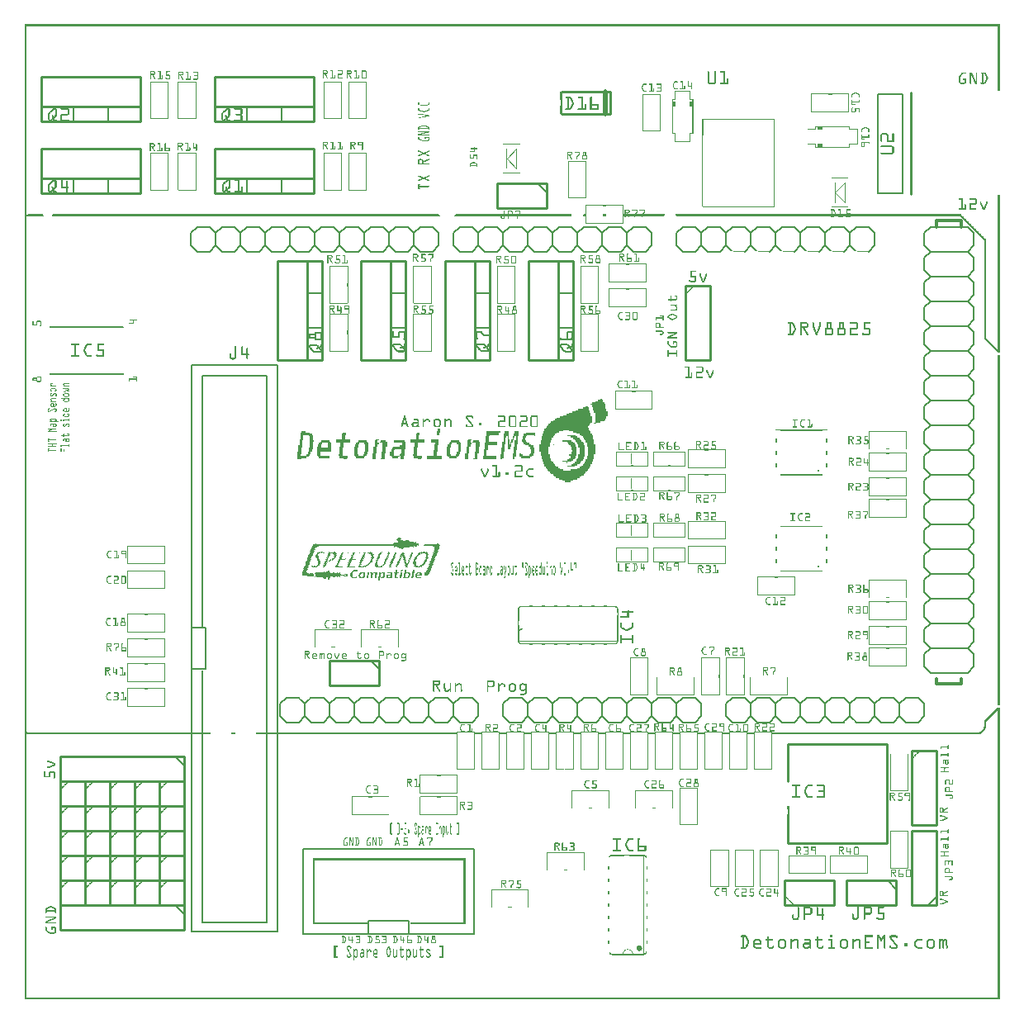
<source format=gto>
G04 MADE WITH FRITZING*
G04 WWW.FRITZING.ORG*
G04 DOUBLE SIDED*
G04 HOLES PLATED*
G04 CONTOUR ON CENTER OF CONTOUR VECTOR*
%ASAXBY*%
%FSLAX23Y23*%
%MOIN*%
%OFA0B0*%
%SFA1.0B1.0*%
%ADD10C,0.011920X0.0039196*%
%ADD11R,0.695200X0.354200X0.679200X0.338200*%
%ADD12C,0.008000*%
%ADD13R,0.173200X0.063000X0.157200X0.047000*%
%ADD14R,0.354200X2.295200X0.338200X2.279200*%
%ADD15R,0.063000X0.173200X0.047000X0.157200*%
%ADD16C,0.006000*%
%ADD17C,0.002000*%
%ADD18C,0.010000*%
%ADD19C,0.005000*%
%ADD20C,0.012000*%
%ADD21C,0.020000*%
%ADD22C,0.004861*%
%ADD23R,0.001000X0.001000*%
%LNSILK1*%
G90*
G70*
G54D10*
X3205Y2136D03*
X3205Y1749D03*
G54D12*
X1126Y610D02*
X1813Y610D01*
X1813Y264D01*
X1126Y264D01*
X1126Y610D01*
D02*
X1387Y319D02*
X1552Y319D01*
X1552Y264D01*
X1387Y264D01*
X1387Y319D01*
D02*
X676Y2563D02*
X1022Y2563D01*
X1022Y276D01*
X676Y276D01*
X676Y2563D01*
D02*
X676Y1502D02*
X731Y1502D01*
X731Y1337D01*
X676Y1337D01*
X676Y1502D01*
D02*
G54D16*
X1994Y1573D02*
X1994Y1531D01*
D02*
X1994Y1491D02*
X1994Y1449D01*
G54D17*
D02*
X1994Y1448D02*
X2394Y1448D01*
G54D16*
D02*
X2374Y182D02*
X2498Y182D01*
G54D17*
D02*
X2499Y182D02*
X2499Y582D01*
G54D18*
D02*
X644Y382D02*
X144Y382D01*
D02*
X144Y382D02*
X144Y282D01*
D02*
X144Y282D02*
X644Y282D01*
D02*
X644Y282D02*
X644Y382D01*
G54D19*
D02*
X609Y382D02*
X644Y347D01*
G54D18*
D02*
X644Y982D02*
X144Y982D01*
D02*
X144Y982D02*
X144Y882D01*
D02*
X144Y882D02*
X644Y882D01*
D02*
X644Y882D02*
X644Y982D01*
G54D19*
D02*
X609Y982D02*
X644Y947D01*
G54D18*
D02*
X144Y782D02*
X144Y682D01*
D02*
X144Y682D02*
X244Y682D01*
D02*
X244Y682D02*
X244Y782D01*
D02*
X244Y782D02*
X144Y782D01*
D02*
X244Y782D02*
X244Y682D01*
D02*
X244Y682D02*
X344Y682D01*
D02*
X344Y682D02*
X344Y782D01*
D02*
X344Y782D02*
X244Y782D01*
D02*
X344Y782D02*
X344Y682D01*
D02*
X344Y682D02*
X444Y682D01*
D02*
X444Y682D02*
X444Y782D01*
D02*
X444Y782D02*
X344Y782D01*
D02*
X444Y782D02*
X444Y682D01*
D02*
X444Y682D02*
X544Y682D01*
D02*
X544Y682D02*
X544Y782D01*
D02*
X544Y782D02*
X444Y782D01*
D02*
X444Y482D02*
X444Y382D01*
D02*
X444Y382D02*
X544Y382D01*
D02*
X544Y382D02*
X544Y482D01*
D02*
X544Y482D02*
X444Y482D01*
D02*
X444Y582D02*
X444Y482D01*
D02*
X444Y482D02*
X544Y482D01*
D02*
X544Y482D02*
X544Y582D01*
D02*
X544Y582D02*
X444Y582D01*
D02*
X144Y482D02*
X144Y382D01*
D02*
X144Y382D02*
X244Y382D01*
D02*
X244Y382D02*
X244Y482D01*
D02*
X244Y482D02*
X144Y482D01*
D02*
X144Y582D02*
X144Y482D01*
D02*
X144Y482D02*
X244Y482D01*
D02*
X244Y482D02*
X244Y582D01*
D02*
X244Y582D02*
X144Y582D01*
D02*
X244Y482D02*
X244Y382D01*
D02*
X244Y382D02*
X344Y382D01*
D02*
X344Y382D02*
X344Y482D01*
D02*
X344Y482D02*
X244Y482D01*
D02*
X244Y582D02*
X244Y482D01*
D02*
X244Y482D02*
X344Y482D01*
D02*
X344Y482D02*
X344Y582D01*
D02*
X344Y582D02*
X244Y582D01*
D02*
X344Y482D02*
X344Y382D01*
D02*
X344Y382D02*
X444Y382D01*
D02*
X444Y382D02*
X444Y482D01*
D02*
X444Y482D02*
X344Y482D01*
D02*
X344Y582D02*
X344Y482D01*
D02*
X344Y482D02*
X444Y482D01*
D02*
X444Y482D02*
X444Y582D01*
D02*
X444Y582D02*
X344Y582D01*
D02*
X544Y482D02*
X544Y382D01*
D02*
X544Y382D02*
X644Y382D01*
D02*
X644Y382D02*
X644Y482D01*
D02*
X644Y482D02*
X544Y482D01*
D02*
X544Y582D02*
X544Y482D01*
D02*
X544Y482D02*
X644Y482D01*
D02*
X644Y482D02*
X644Y582D01*
D02*
X644Y582D02*
X544Y582D01*
D02*
X144Y882D02*
X144Y782D01*
D02*
X144Y782D02*
X244Y782D01*
D02*
X244Y782D02*
X244Y882D01*
D02*
X244Y882D02*
X144Y882D01*
D02*
X244Y882D02*
X244Y782D01*
D02*
X244Y782D02*
X344Y782D01*
D02*
X344Y782D02*
X344Y882D01*
D02*
X344Y882D02*
X244Y882D01*
D02*
X344Y882D02*
X344Y782D01*
D02*
X344Y782D02*
X444Y782D01*
D02*
X444Y782D02*
X444Y882D01*
D02*
X444Y882D02*
X344Y882D01*
D02*
X444Y882D02*
X444Y782D01*
D02*
X444Y782D02*
X544Y782D01*
D02*
X544Y782D02*
X544Y882D01*
D02*
X544Y882D02*
X444Y882D01*
D02*
X444Y682D02*
X444Y582D01*
D02*
X444Y582D02*
X544Y582D01*
D02*
X544Y582D02*
X544Y682D01*
D02*
X544Y682D02*
X444Y682D01*
D02*
X544Y682D02*
X544Y582D01*
D02*
X544Y582D02*
X644Y582D01*
D02*
X644Y582D02*
X644Y682D01*
D02*
X644Y682D02*
X544Y682D01*
D02*
X1432Y1370D02*
X1232Y1370D01*
D02*
X1232Y1370D02*
X1232Y1270D01*
D02*
X1232Y1270D02*
X1432Y1270D01*
D02*
X1432Y1270D02*
X1432Y1370D01*
G54D19*
D02*
X1397Y1370D02*
X1432Y1335D01*
G54D18*
D02*
X144Y682D02*
X144Y582D01*
D02*
X144Y582D02*
X244Y582D01*
D02*
X244Y582D02*
X244Y682D01*
D02*
X244Y682D02*
X144Y682D01*
D02*
X244Y682D02*
X244Y582D01*
D02*
X244Y582D02*
X344Y582D01*
D02*
X344Y582D02*
X344Y682D01*
D02*
X344Y682D02*
X244Y682D01*
D02*
X344Y682D02*
X344Y582D01*
D02*
X344Y582D02*
X444Y582D01*
D02*
X444Y582D02*
X444Y682D01*
D02*
X444Y682D02*
X344Y682D01*
D02*
X544Y882D02*
X544Y782D01*
D02*
X544Y782D02*
X644Y782D01*
D02*
X644Y782D02*
X644Y882D01*
D02*
X644Y882D02*
X544Y882D01*
D02*
X544Y782D02*
X544Y682D01*
D02*
X544Y682D02*
X644Y682D01*
D02*
X644Y682D02*
X644Y782D01*
D02*
X644Y782D02*
X544Y782D01*
D02*
X3082Y632D02*
X3482Y632D01*
D02*
X3482Y632D02*
X3482Y1032D01*
D02*
X3482Y1032D02*
X3082Y1032D01*
D02*
X3082Y882D02*
X3082Y1032D01*
G54D20*
D02*
X3682Y1295D02*
X3682Y1275D01*
D02*
X3682Y1275D02*
X3782Y1275D01*
D02*
X3782Y1275D02*
X3782Y1295D01*
D02*
X3682Y3120D02*
X3682Y3145D01*
D02*
X3682Y3145D02*
X3782Y3145D01*
D02*
X3782Y3145D02*
X3782Y3120D01*
G54D16*
D02*
X3457Y1220D02*
X3507Y1220D01*
D02*
X3507Y1220D02*
X3532Y1195D01*
D02*
X3532Y1195D02*
X3532Y1145D01*
D02*
X3532Y1145D02*
X3507Y1120D01*
D02*
X3332Y1195D02*
X3357Y1220D01*
D02*
X3357Y1220D02*
X3407Y1220D01*
D02*
X3407Y1220D02*
X3432Y1195D01*
D02*
X3432Y1195D02*
X3432Y1145D01*
D02*
X3432Y1145D02*
X3407Y1120D01*
D02*
X3407Y1120D02*
X3357Y1120D01*
D02*
X3457Y1220D02*
X3432Y1195D01*
D02*
X3432Y1145D02*
X3457Y1120D01*
D02*
X3507Y1120D02*
X3457Y1120D01*
D02*
X3157Y1220D02*
X3207Y1220D01*
D02*
X3207Y1220D02*
X3232Y1195D01*
D02*
X3232Y1195D02*
X3232Y1145D01*
D02*
X3232Y1145D02*
X3207Y1120D01*
D02*
X3232Y1195D02*
X3257Y1220D01*
D02*
X3257Y1220D02*
X3307Y1220D01*
D02*
X3307Y1220D02*
X3332Y1195D01*
D02*
X3332Y1195D02*
X3332Y1145D01*
D02*
X3307Y1120D02*
X3257Y1120D01*
D02*
X3257Y1120D02*
X3232Y1145D01*
D02*
X3032Y1195D02*
X3057Y1220D01*
D02*
X3057Y1220D02*
X3107Y1220D01*
D02*
X3107Y1220D02*
X3132Y1195D01*
D02*
X3132Y1195D02*
X3132Y1145D01*
D02*
X3132Y1145D02*
X3107Y1120D01*
D02*
X3107Y1120D02*
X3057Y1120D01*
D02*
X3057Y1120D02*
X3032Y1145D01*
D02*
X3157Y1220D02*
X3132Y1195D01*
D02*
X3132Y1145D02*
X3157Y1120D01*
D02*
X3207Y1120D02*
X3157Y1120D01*
D02*
X2857Y1220D02*
X2907Y1220D01*
D02*
X2907Y1220D02*
X2932Y1195D01*
D02*
X2932Y1195D02*
X2932Y1145D01*
D02*
X2932Y1145D02*
X2907Y1120D01*
D02*
X2932Y1195D02*
X2957Y1220D01*
D02*
X2957Y1220D02*
X3007Y1220D01*
D02*
X3007Y1220D02*
X3032Y1195D01*
D02*
X3032Y1195D02*
X3032Y1145D01*
D02*
X3032Y1145D02*
X3007Y1120D01*
D02*
X3007Y1120D02*
X2957Y1120D01*
D02*
X2957Y1120D02*
X2932Y1145D01*
D02*
X2832Y1195D02*
X2832Y1145D01*
D02*
X2857Y1220D02*
X2832Y1195D01*
D02*
X2832Y1145D02*
X2857Y1120D01*
D02*
X2907Y1120D02*
X2857Y1120D01*
D02*
X3557Y1220D02*
X3607Y1220D01*
D02*
X3607Y1220D02*
X3632Y1195D01*
D02*
X3632Y1195D02*
X3632Y1145D01*
D02*
X3632Y1145D02*
X3607Y1120D01*
D02*
X3557Y1220D02*
X3532Y1195D01*
D02*
X3532Y1145D02*
X3557Y1120D01*
D02*
X3607Y1120D02*
X3557Y1120D01*
D02*
X2557Y1220D02*
X2607Y1220D01*
D02*
X2607Y1220D02*
X2632Y1195D01*
D02*
X2632Y1195D02*
X2632Y1145D01*
D02*
X2632Y1145D02*
X2607Y1120D01*
D02*
X2432Y1195D02*
X2457Y1220D01*
D02*
X2457Y1220D02*
X2507Y1220D01*
D02*
X2507Y1220D02*
X2532Y1195D01*
D02*
X2532Y1195D02*
X2532Y1145D01*
D02*
X2532Y1145D02*
X2507Y1120D01*
D02*
X2507Y1120D02*
X2457Y1120D01*
D02*
X2457Y1120D02*
X2432Y1145D01*
D02*
X2557Y1220D02*
X2532Y1195D01*
D02*
X2532Y1145D02*
X2557Y1120D01*
D02*
X2607Y1120D02*
X2557Y1120D01*
D02*
X2257Y1220D02*
X2307Y1220D01*
D02*
X2307Y1220D02*
X2332Y1195D01*
D02*
X2332Y1195D02*
X2332Y1145D01*
D02*
X2332Y1145D02*
X2307Y1120D01*
D02*
X2332Y1195D02*
X2357Y1220D01*
D02*
X2357Y1220D02*
X2407Y1220D01*
D02*
X2407Y1220D02*
X2432Y1195D01*
D02*
X2432Y1195D02*
X2432Y1145D01*
D02*
X2432Y1145D02*
X2407Y1120D01*
D02*
X2407Y1120D02*
X2357Y1120D01*
D02*
X2357Y1120D02*
X2332Y1145D01*
D02*
X2132Y1195D02*
X2157Y1220D01*
D02*
X2157Y1220D02*
X2207Y1220D01*
D02*
X2207Y1220D02*
X2232Y1195D01*
D02*
X2232Y1195D02*
X2232Y1145D01*
D02*
X2232Y1145D02*
X2207Y1120D01*
D02*
X2207Y1120D02*
X2157Y1120D01*
D02*
X2157Y1120D02*
X2132Y1145D01*
D02*
X2257Y1220D02*
X2232Y1195D01*
D02*
X2232Y1145D02*
X2257Y1120D01*
D02*
X2307Y1120D02*
X2257Y1120D01*
D02*
X1957Y1220D02*
X2007Y1220D01*
D02*
X2007Y1220D02*
X2032Y1195D01*
D02*
X2032Y1195D02*
X2032Y1145D01*
D02*
X2032Y1145D02*
X2007Y1120D01*
D02*
X2032Y1195D02*
X2057Y1220D01*
D02*
X2057Y1220D02*
X2107Y1220D01*
D02*
X2107Y1220D02*
X2132Y1195D01*
D02*
X2132Y1195D02*
X2132Y1145D01*
D02*
X2132Y1145D02*
X2107Y1120D01*
D02*
X2107Y1120D02*
X2057Y1120D01*
D02*
X2057Y1120D02*
X2032Y1145D01*
D02*
X1932Y1195D02*
X1932Y1145D01*
D02*
X1957Y1220D02*
X1932Y1195D01*
D02*
X1932Y1145D02*
X1957Y1120D01*
D02*
X2007Y1120D02*
X1957Y1120D01*
D02*
X2657Y1220D02*
X2707Y1220D01*
D02*
X2707Y1220D02*
X2732Y1195D01*
D02*
X2732Y1195D02*
X2732Y1145D01*
D02*
X2732Y1145D02*
X2707Y1120D01*
D02*
X2657Y1220D02*
X2632Y1195D01*
D02*
X2632Y1145D02*
X2657Y1120D01*
D02*
X2707Y1120D02*
X2657Y1120D01*
D02*
X2807Y3020D02*
X2757Y3020D01*
D02*
X2757Y3020D02*
X2732Y3045D01*
D02*
X2732Y3045D02*
X2732Y3095D01*
D02*
X2732Y3095D02*
X2757Y3120D01*
D02*
X2932Y3045D02*
X2907Y3020D01*
D02*
X2832Y3045D02*
X2832Y3095D01*
D02*
X2832Y3095D02*
X2857Y3120D01*
D02*
X2857Y3120D02*
X2907Y3120D01*
D02*
X2907Y3120D02*
X2932Y3095D01*
D02*
X2807Y3020D02*
X2832Y3045D01*
D02*
X2832Y3095D02*
X2807Y3120D01*
D02*
X2757Y3120D02*
X2807Y3120D01*
D02*
X3032Y3045D02*
X3032Y3095D01*
D02*
X3032Y3095D02*
X3057Y3120D01*
D02*
X3032Y3045D02*
X3007Y3020D01*
D02*
X2932Y3045D02*
X2932Y3095D01*
D02*
X2932Y3095D02*
X2957Y3120D01*
D02*
X2957Y3120D02*
X3007Y3120D01*
D02*
X3007Y3120D02*
X3032Y3095D01*
D02*
X3232Y3045D02*
X3207Y3020D01*
D02*
X3132Y3045D02*
X3132Y3095D01*
D02*
X3132Y3095D02*
X3157Y3120D01*
D02*
X3157Y3120D02*
X3207Y3120D01*
D02*
X3207Y3120D02*
X3232Y3095D01*
D02*
X3107Y3020D02*
X3132Y3045D01*
D02*
X3132Y3095D02*
X3107Y3120D01*
D02*
X3057Y3120D02*
X3107Y3120D01*
D02*
X3332Y3045D02*
X3332Y3095D01*
D02*
X3332Y3095D02*
X3357Y3120D01*
D02*
X3332Y3045D02*
X3307Y3020D01*
D02*
X3232Y3045D02*
X3232Y3095D01*
D02*
X3232Y3095D02*
X3257Y3120D01*
D02*
X3257Y3120D02*
X3307Y3120D01*
D02*
X3307Y3120D02*
X3332Y3095D01*
D02*
X3432Y3045D02*
X3432Y3095D01*
D02*
X3407Y3020D02*
X3432Y3045D01*
D02*
X3432Y3095D02*
X3407Y3120D01*
D02*
X3357Y3120D02*
X3407Y3120D01*
D02*
X2707Y3020D02*
X2657Y3020D01*
D02*
X2657Y3020D02*
X2632Y3045D01*
D02*
X2632Y3045D02*
X2632Y3095D01*
D02*
X2632Y3095D02*
X2657Y3120D01*
D02*
X2707Y3020D02*
X2732Y3045D01*
D02*
X2732Y3095D02*
X2707Y3120D01*
D02*
X2657Y3120D02*
X2707Y3120D01*
D02*
X1472Y3095D02*
X1497Y3120D01*
D02*
X1497Y3120D02*
X1547Y3120D01*
D02*
X1547Y3120D02*
X1572Y3095D01*
D02*
X1572Y3095D02*
X1572Y3045D01*
D02*
X1572Y3045D02*
X1547Y3020D01*
D02*
X1547Y3020D02*
X1497Y3020D01*
D02*
X1497Y3020D02*
X1472Y3045D01*
D02*
X1297Y3120D02*
X1347Y3120D01*
D02*
X1347Y3120D02*
X1372Y3095D01*
D02*
X1372Y3095D02*
X1372Y3045D01*
D02*
X1372Y3045D02*
X1347Y3020D01*
D02*
X1372Y3095D02*
X1397Y3120D01*
D02*
X1397Y3120D02*
X1447Y3120D01*
D02*
X1447Y3120D02*
X1472Y3095D01*
D02*
X1472Y3095D02*
X1472Y3045D01*
D02*
X1472Y3045D02*
X1447Y3020D01*
D02*
X1447Y3020D02*
X1397Y3020D01*
D02*
X1397Y3020D02*
X1372Y3045D01*
D02*
X1172Y3095D02*
X1197Y3120D01*
D02*
X1197Y3120D02*
X1247Y3120D01*
D02*
X1247Y3120D02*
X1272Y3095D01*
D02*
X1272Y3095D02*
X1272Y3045D01*
D02*
X1272Y3045D02*
X1247Y3020D01*
D02*
X1247Y3020D02*
X1197Y3020D01*
D02*
X1197Y3020D02*
X1172Y3045D01*
D02*
X1297Y3120D02*
X1272Y3095D01*
D02*
X1272Y3045D02*
X1297Y3020D01*
D02*
X1347Y3020D02*
X1297Y3020D01*
D02*
X997Y3120D02*
X1047Y3120D01*
D02*
X1047Y3120D02*
X1072Y3095D01*
D02*
X1072Y3095D02*
X1072Y3045D01*
D02*
X1072Y3045D02*
X1047Y3020D01*
D02*
X1072Y3095D02*
X1097Y3120D01*
D02*
X1097Y3120D02*
X1147Y3120D01*
D02*
X1147Y3120D02*
X1172Y3095D01*
D02*
X1172Y3095D02*
X1172Y3045D01*
D02*
X1172Y3045D02*
X1147Y3020D01*
D02*
X1147Y3020D02*
X1097Y3020D01*
D02*
X1097Y3020D02*
X1072Y3045D01*
D02*
X872Y3095D02*
X897Y3120D01*
D02*
X897Y3120D02*
X947Y3120D01*
D02*
X947Y3120D02*
X972Y3095D01*
D02*
X972Y3095D02*
X972Y3045D01*
D02*
X972Y3045D02*
X947Y3020D01*
D02*
X947Y3020D02*
X897Y3020D01*
D02*
X897Y3020D02*
X872Y3045D01*
D02*
X997Y3120D02*
X972Y3095D01*
D02*
X972Y3045D02*
X997Y3020D01*
D02*
X1047Y3020D02*
X997Y3020D01*
D02*
X697Y3120D02*
X747Y3120D01*
D02*
X747Y3120D02*
X772Y3095D01*
D02*
X772Y3095D02*
X772Y3045D01*
D02*
X772Y3045D02*
X747Y3020D01*
D02*
X772Y3095D02*
X797Y3120D01*
D02*
X797Y3120D02*
X847Y3120D01*
D02*
X847Y3120D02*
X872Y3095D01*
D02*
X872Y3095D02*
X872Y3045D01*
D02*
X872Y3045D02*
X847Y3020D01*
D02*
X847Y3020D02*
X797Y3020D01*
D02*
X797Y3020D02*
X772Y3045D01*
D02*
X672Y3095D02*
X672Y3045D01*
D02*
X697Y3120D02*
X672Y3095D01*
D02*
X672Y3045D02*
X697Y3020D01*
D02*
X747Y3020D02*
X697Y3020D01*
D02*
X1597Y3120D02*
X1647Y3120D01*
D02*
X1647Y3120D02*
X1672Y3095D01*
D02*
X1672Y3095D02*
X1672Y3045D01*
D02*
X1672Y3045D02*
X1647Y3020D01*
D02*
X1597Y3120D02*
X1572Y3095D01*
D02*
X1572Y3045D02*
X1597Y3020D01*
D02*
X1647Y3020D02*
X1597Y3020D01*
D02*
X1657Y1220D02*
X1707Y1220D01*
D02*
X1707Y1220D02*
X1732Y1195D01*
D02*
X1732Y1195D02*
X1732Y1145D01*
D02*
X1732Y1145D02*
X1707Y1120D01*
D02*
X1532Y1195D02*
X1557Y1220D01*
D02*
X1557Y1220D02*
X1607Y1220D01*
D02*
X1607Y1220D02*
X1632Y1195D01*
D02*
X1632Y1195D02*
X1632Y1145D01*
D02*
X1632Y1145D02*
X1607Y1120D01*
D02*
X1607Y1120D02*
X1557Y1120D01*
D02*
X1557Y1120D02*
X1532Y1145D01*
D02*
X1657Y1220D02*
X1632Y1195D01*
D02*
X1632Y1145D02*
X1657Y1120D01*
D02*
X1707Y1120D02*
X1657Y1120D01*
D02*
X1357Y1220D02*
X1407Y1220D01*
D02*
X1407Y1220D02*
X1432Y1195D01*
D02*
X1432Y1195D02*
X1432Y1145D01*
D02*
X1432Y1145D02*
X1407Y1120D01*
D02*
X1432Y1195D02*
X1457Y1220D01*
D02*
X1457Y1220D02*
X1507Y1220D01*
D02*
X1507Y1220D02*
X1532Y1195D01*
D02*
X1532Y1195D02*
X1532Y1145D01*
D02*
X1532Y1145D02*
X1507Y1120D01*
D02*
X1507Y1120D02*
X1457Y1120D01*
D02*
X1457Y1120D02*
X1432Y1145D01*
D02*
X1232Y1195D02*
X1257Y1220D01*
D02*
X1257Y1220D02*
X1307Y1220D01*
D02*
X1307Y1220D02*
X1332Y1195D01*
D02*
X1332Y1195D02*
X1332Y1145D01*
D02*
X1332Y1145D02*
X1307Y1120D01*
D02*
X1307Y1120D02*
X1257Y1120D01*
D02*
X1257Y1120D02*
X1232Y1145D01*
D02*
X1357Y1220D02*
X1332Y1195D01*
D02*
X1332Y1145D02*
X1357Y1120D01*
D02*
X1407Y1120D02*
X1357Y1120D01*
D02*
X1057Y1220D02*
X1107Y1220D01*
D02*
X1132Y1195D02*
X1132Y1145D01*
D02*
X1132Y1145D02*
X1107Y1120D01*
D02*
X1157Y1220D02*
X1207Y1220D01*
D02*
X1207Y1220D02*
X1232Y1195D01*
D02*
X1232Y1195D02*
X1232Y1145D01*
D02*
X1232Y1145D02*
X1207Y1120D01*
D02*
X1207Y1120D02*
X1157Y1120D01*
D02*
X1157Y1120D02*
X1132Y1145D01*
D02*
X1032Y1195D02*
X1032Y1145D01*
D02*
X1057Y1220D02*
X1032Y1195D01*
D02*
X1032Y1145D02*
X1057Y1120D01*
D02*
X1107Y1120D02*
X1057Y1120D01*
D02*
X1757Y1220D02*
X1807Y1220D01*
D02*
X1807Y1220D02*
X1832Y1195D01*
D02*
X1832Y1195D02*
X1832Y1145D01*
D02*
X1832Y1145D02*
X1807Y1120D01*
D02*
X1757Y1220D02*
X1732Y1195D01*
D02*
X1732Y1145D02*
X1757Y1120D01*
D02*
X1807Y1120D02*
X1757Y1120D01*
D02*
X1907Y3020D02*
X1857Y3020D01*
D02*
X1857Y3020D02*
X1832Y3045D01*
D02*
X1832Y3045D02*
X1832Y3095D01*
D02*
X1832Y3095D02*
X1857Y3120D01*
D02*
X2032Y3045D02*
X2007Y3020D01*
D02*
X2007Y3020D02*
X1957Y3020D01*
D02*
X1957Y3020D02*
X1932Y3045D01*
D02*
X1932Y3045D02*
X1932Y3095D01*
D02*
X1932Y3095D02*
X1957Y3120D01*
D02*
X1957Y3120D02*
X2007Y3120D01*
D02*
X2007Y3120D02*
X2032Y3095D01*
D02*
X1907Y3020D02*
X1932Y3045D01*
D02*
X1932Y3095D02*
X1907Y3120D01*
D02*
X1857Y3120D02*
X1907Y3120D01*
D02*
X2207Y3020D02*
X2157Y3020D01*
D02*
X2157Y3020D02*
X2132Y3045D01*
D02*
X2132Y3045D02*
X2132Y3095D01*
D02*
X2132Y3095D02*
X2157Y3120D01*
D02*
X2132Y3045D02*
X2107Y3020D01*
D02*
X2107Y3020D02*
X2057Y3020D01*
D02*
X2057Y3020D02*
X2032Y3045D01*
D02*
X2032Y3045D02*
X2032Y3095D01*
D02*
X2032Y3095D02*
X2057Y3120D01*
D02*
X2057Y3120D02*
X2107Y3120D01*
D02*
X2107Y3120D02*
X2132Y3095D01*
D02*
X2332Y3045D02*
X2307Y3020D01*
D02*
X2307Y3020D02*
X2257Y3020D01*
D02*
X2257Y3020D02*
X2232Y3045D01*
D02*
X2232Y3045D02*
X2232Y3095D01*
D02*
X2232Y3095D02*
X2257Y3120D01*
D02*
X2257Y3120D02*
X2307Y3120D01*
D02*
X2307Y3120D02*
X2332Y3095D01*
D02*
X2207Y3020D02*
X2232Y3045D01*
D02*
X2232Y3095D02*
X2207Y3120D01*
D02*
X2157Y3120D02*
X2207Y3120D01*
D02*
X2507Y3020D02*
X2457Y3020D01*
D02*
X2457Y3020D02*
X2432Y3045D01*
D02*
X2432Y3045D02*
X2432Y3095D01*
D02*
X2432Y3095D02*
X2457Y3120D01*
D02*
X2432Y3045D02*
X2407Y3020D01*
D02*
X2407Y3020D02*
X2357Y3020D01*
D02*
X2357Y3020D02*
X2332Y3045D01*
D02*
X2332Y3045D02*
X2332Y3095D01*
D02*
X2332Y3095D02*
X2357Y3120D01*
D02*
X2357Y3120D02*
X2407Y3120D01*
D02*
X2407Y3120D02*
X2432Y3095D01*
D02*
X2532Y3045D02*
X2532Y3095D01*
D02*
X2507Y3020D02*
X2532Y3045D01*
D02*
X2532Y3095D02*
X2507Y3120D01*
D02*
X2457Y3120D02*
X2507Y3120D01*
D02*
X1807Y3020D02*
X1757Y3020D01*
D02*
X1757Y3020D02*
X1732Y3045D01*
D02*
X1732Y3045D02*
X1732Y3095D01*
D02*
X1732Y3095D02*
X1757Y3120D01*
D02*
X1807Y3020D02*
X1832Y3045D01*
D02*
X1832Y3095D02*
X1807Y3120D01*
D02*
X1757Y3120D02*
X1807Y3120D01*
D02*
X3657Y3120D02*
X3632Y3095D01*
D02*
X3632Y3095D02*
X3632Y3045D01*
D02*
X3632Y3045D02*
X3657Y3020D01*
D02*
X3657Y3020D02*
X3632Y2995D01*
D02*
X3632Y2995D02*
X3632Y2945D01*
D02*
X3632Y2945D02*
X3657Y2920D01*
D02*
X3657Y2920D02*
X3632Y2895D01*
D02*
X3632Y2895D02*
X3632Y2845D01*
D02*
X3632Y2845D02*
X3657Y2820D01*
D02*
X3657Y2820D02*
X3632Y2795D01*
D02*
X3632Y2795D02*
X3632Y2745D01*
D02*
X3632Y2745D02*
X3657Y2720D01*
D02*
X3657Y2720D02*
X3632Y2695D01*
D02*
X3632Y2695D02*
X3632Y2645D01*
D02*
X3632Y2645D02*
X3657Y2620D01*
D02*
X3657Y2620D02*
X3632Y2595D01*
D02*
X3632Y2595D02*
X3632Y2545D01*
D02*
X3632Y2545D02*
X3657Y2520D01*
D02*
X3657Y3120D02*
X3807Y3120D01*
D02*
X3807Y3120D02*
X3832Y3095D01*
D02*
X3832Y3095D02*
X3832Y3045D01*
D02*
X3832Y3045D02*
X3807Y3020D01*
D02*
X3807Y3020D02*
X3832Y2995D01*
D02*
X3832Y2995D02*
X3832Y2945D01*
D02*
X3832Y2945D02*
X3807Y2920D01*
D02*
X3807Y2920D02*
X3832Y2895D01*
D02*
X3832Y2895D02*
X3832Y2845D01*
D02*
X3832Y2845D02*
X3807Y2820D01*
D02*
X3807Y2820D02*
X3832Y2795D01*
D02*
X3832Y2795D02*
X3832Y2745D01*
D02*
X3832Y2745D02*
X3807Y2720D01*
D02*
X3807Y2720D02*
X3832Y2695D01*
D02*
X3832Y2695D02*
X3832Y2645D01*
D02*
X3832Y2645D02*
X3807Y2620D01*
D02*
X3807Y2620D02*
X3832Y2595D01*
D02*
X3832Y2595D02*
X3832Y2545D01*
D02*
X3832Y2545D02*
X3807Y2520D01*
D02*
X3807Y2520D02*
X3832Y2495D01*
D02*
X3832Y2495D02*
X3832Y2445D01*
D02*
X3832Y2445D02*
X3807Y2420D01*
D02*
X3807Y2420D02*
X3832Y2395D01*
D02*
X3832Y2395D02*
X3832Y2345D01*
D02*
X3832Y2345D02*
X3807Y2320D01*
D02*
X3807Y2320D02*
X3832Y2295D01*
D02*
X3832Y2295D02*
X3832Y2245D01*
D02*
X3832Y2245D02*
X3807Y2220D01*
D02*
X3807Y2220D02*
X3832Y2195D01*
D02*
X3832Y2195D02*
X3832Y2145D01*
D02*
X3832Y2145D02*
X3807Y2120D01*
D02*
X3807Y2120D02*
X3832Y2095D01*
D02*
X3832Y2095D02*
X3832Y2045D01*
D02*
X3832Y2045D02*
X3807Y2020D01*
D02*
X3807Y2020D02*
X3832Y1995D01*
D02*
X3832Y1995D02*
X3832Y1945D01*
D02*
X3807Y1920D02*
X3832Y1945D01*
D02*
X3807Y1920D02*
X3832Y1895D01*
D02*
X3832Y1845D02*
X3832Y1895D01*
D02*
X3832Y1845D02*
X3807Y1820D01*
D02*
X3807Y1820D02*
X3832Y1795D01*
D02*
X3832Y1745D02*
X3832Y1795D01*
D02*
X3832Y1745D02*
X3807Y1720D01*
D02*
X3807Y1720D02*
X3832Y1695D01*
D02*
X3832Y1645D02*
X3832Y1695D01*
D02*
X3832Y1645D02*
X3807Y1620D01*
D02*
X3807Y1620D02*
X3832Y1595D01*
D02*
X3832Y1545D02*
X3832Y1595D01*
D02*
X3832Y1545D02*
X3807Y1520D01*
D02*
X3807Y1520D02*
X3832Y1495D01*
D02*
X3832Y1445D02*
X3832Y1495D01*
D02*
X3832Y1445D02*
X3807Y1420D01*
D02*
X3807Y1420D02*
X3832Y1395D01*
D02*
X3832Y1345D02*
X3832Y1395D01*
D02*
X3832Y1345D02*
X3807Y1320D01*
D02*
X3657Y1320D02*
X3632Y1345D01*
D02*
X3632Y1345D02*
X3632Y1395D01*
D02*
X3657Y1420D02*
X3632Y1395D01*
D02*
X3657Y1420D02*
X3632Y1445D01*
D02*
X3632Y1445D02*
X3632Y1495D01*
D02*
X3657Y1520D02*
X3632Y1495D01*
D02*
X3657Y1520D02*
X3632Y1545D01*
D02*
X3632Y1595D02*
X3632Y1545D01*
D02*
X3632Y1595D02*
X3657Y1620D01*
D02*
X3657Y1620D02*
X3632Y1645D01*
D02*
X3632Y1695D02*
X3632Y1645D01*
D02*
X3632Y1695D02*
X3657Y1720D01*
D02*
X3657Y1720D02*
X3632Y1745D01*
D02*
X3632Y1745D02*
X3632Y1795D01*
D02*
X3657Y1820D02*
X3632Y1795D01*
D02*
X3657Y1820D02*
X3632Y1845D01*
D02*
X3632Y1845D02*
X3632Y1895D01*
D02*
X3657Y1920D02*
X3632Y1895D01*
D02*
X3657Y1920D02*
X3632Y1945D01*
D02*
X3632Y1945D02*
X3632Y1995D01*
D02*
X3657Y2020D02*
X3632Y1995D01*
D02*
X3657Y2020D02*
X3632Y2045D01*
D02*
X3632Y2045D02*
X3632Y2095D01*
D02*
X3657Y2120D02*
X3632Y2095D01*
D02*
X3657Y2120D02*
X3632Y2145D01*
D02*
X3632Y2145D02*
X3632Y2195D01*
D02*
X3657Y2220D02*
X3632Y2195D01*
D02*
X3657Y2220D02*
X3632Y2245D01*
D02*
X3632Y2245D02*
X3632Y2295D01*
D02*
X3657Y2320D02*
X3632Y2295D01*
D02*
X3657Y2320D02*
X3632Y2345D01*
D02*
X3632Y2345D02*
X3632Y2395D01*
D02*
X3657Y2420D02*
X3632Y2395D01*
D02*
X3657Y2420D02*
X3632Y2445D01*
D02*
X3632Y2445D02*
X3632Y2495D01*
D02*
X3657Y2520D02*
X3632Y2495D01*
D02*
X3807Y3020D02*
X3657Y3020D01*
D02*
X3807Y2920D02*
X3657Y2920D01*
D02*
X3807Y2820D02*
X3657Y2820D01*
D02*
X3807Y2720D02*
X3657Y2720D01*
D02*
X3807Y2620D02*
X3657Y2620D01*
D02*
X3807Y2520D02*
X3657Y2520D01*
D02*
X3807Y2420D02*
X3657Y2420D01*
D02*
X3807Y2320D02*
X3657Y2320D01*
D02*
X3807Y2220D02*
X3657Y2220D01*
D02*
X3807Y2120D02*
X3657Y2120D01*
D02*
X3807Y2020D02*
X3657Y2020D01*
D02*
X3807Y1920D02*
X3657Y1920D01*
D02*
X3807Y1820D02*
X3657Y1820D01*
D02*
X3807Y1720D02*
X3657Y1720D01*
D02*
X3807Y1620D02*
X3657Y1620D01*
D02*
X3807Y1520D02*
X3657Y1520D01*
D02*
X3807Y1420D02*
X3657Y1420D01*
D02*
X3807Y1320D02*
X3657Y1320D01*
G54D18*
D02*
X1539Y2982D02*
X1539Y2582D01*
D02*
X1539Y2582D02*
X1359Y2582D01*
D02*
X1359Y2582D02*
X1359Y2982D01*
D02*
X1359Y2982D02*
X1539Y2982D01*
D02*
X1539Y2982D02*
X1539Y2582D01*
D02*
X1539Y2582D02*
X1479Y2582D01*
D02*
X1479Y2582D02*
X1479Y2982D01*
D02*
X1479Y2982D02*
X1539Y2982D01*
G54D19*
D02*
X1539Y2852D02*
X1479Y2852D01*
D02*
X1539Y2712D02*
X1479Y2712D01*
G54D18*
D02*
X2214Y2982D02*
X2214Y2582D01*
D02*
X2214Y2582D02*
X2034Y2582D01*
D02*
X2034Y2582D02*
X2034Y2982D01*
D02*
X2034Y2982D02*
X2214Y2982D01*
D02*
X2214Y2982D02*
X2214Y2582D01*
D02*
X2214Y2582D02*
X2154Y2582D01*
D02*
X2154Y2582D02*
X2154Y2982D01*
D02*
X2154Y2982D02*
X2214Y2982D01*
G54D19*
D02*
X2214Y2852D02*
X2154Y2852D01*
D02*
X2214Y2712D02*
X2154Y2712D01*
G54D18*
D02*
X1877Y2982D02*
X1877Y2582D01*
D02*
X1877Y2582D02*
X1697Y2582D01*
D02*
X1697Y2582D02*
X1697Y2982D01*
D02*
X1697Y2982D02*
X1877Y2982D01*
D02*
X1877Y2982D02*
X1877Y2582D01*
D02*
X1877Y2582D02*
X1817Y2582D01*
D02*
X1817Y2582D02*
X1817Y2982D01*
D02*
X1817Y2982D02*
X1877Y2982D01*
G54D19*
D02*
X1877Y2852D02*
X1817Y2852D01*
D02*
X1877Y2712D02*
X1817Y2712D01*
G54D18*
D02*
X1202Y2982D02*
X1202Y2582D01*
D02*
X1202Y2582D02*
X1022Y2582D01*
D02*
X1022Y2582D02*
X1022Y2982D01*
D02*
X1022Y2982D02*
X1202Y2982D01*
D02*
X1202Y2982D02*
X1202Y2582D01*
D02*
X1202Y2582D02*
X1142Y2582D01*
D02*
X1142Y2582D02*
X1142Y2982D01*
D02*
X1142Y2982D02*
X1202Y2982D01*
G54D19*
D02*
X1202Y2852D02*
X1142Y2852D01*
D02*
X1202Y2712D02*
X1142Y2712D01*
G54D18*
D02*
X3682Y382D02*
X3682Y682D01*
D02*
X3682Y682D02*
X3582Y682D01*
D02*
X3582Y682D02*
X3582Y382D01*
D02*
X3582Y382D02*
X3682Y382D01*
G54D19*
D02*
X3682Y417D02*
X3647Y382D01*
G54D18*
D02*
X3582Y1007D02*
X3582Y707D01*
D02*
X3582Y707D02*
X3682Y707D01*
D02*
X3682Y707D02*
X3682Y1007D01*
D02*
X3682Y1007D02*
X3582Y1007D01*
D02*
X2107Y3295D02*
X1907Y3295D01*
D02*
X1907Y3295D02*
X1907Y3195D01*
D02*
X1907Y3195D02*
X2107Y3195D01*
D02*
X2107Y3195D02*
X2107Y3295D01*
G54D19*
D02*
X2072Y3295D02*
X2107Y3260D01*
G54D18*
D02*
X2669Y2882D02*
X2669Y2582D01*
D02*
X2669Y2582D02*
X2769Y2582D01*
D02*
X2769Y2582D02*
X2769Y2882D01*
D02*
X2769Y2882D02*
X2669Y2882D01*
D02*
X3069Y382D02*
X3269Y382D01*
D02*
X3269Y382D02*
X3269Y482D01*
D02*
X3269Y482D02*
X3069Y482D01*
D02*
X3069Y482D02*
X3069Y382D01*
D02*
X3519Y482D02*
X3319Y482D01*
D02*
X3319Y482D02*
X3319Y382D01*
D02*
X3319Y382D02*
X3519Y382D01*
D02*
X3519Y382D02*
X3519Y482D01*
G54D19*
D02*
X3484Y482D02*
X3519Y447D01*
G54D18*
D02*
X2363Y3575D02*
X2168Y3575D01*
D02*
X2168Y3665D02*
X2363Y3665D01*
D02*
X2363Y3665D02*
X2363Y3575D01*
G54D21*
D02*
X2343Y3665D02*
X2343Y3575D01*
G54D19*
D02*
X3444Y3257D02*
X3544Y3257D01*
D02*
X3544Y3257D02*
X3544Y3657D01*
D02*
X3544Y3657D02*
X3444Y3657D01*
D02*
X3444Y3657D02*
X3444Y3257D01*
G54D18*
D02*
X469Y3257D02*
X69Y3257D01*
D02*
X69Y3257D02*
X69Y3437D01*
D02*
X69Y3437D02*
X469Y3437D01*
D02*
X469Y3437D02*
X469Y3257D01*
D02*
X469Y3257D02*
X69Y3257D01*
D02*
X69Y3257D02*
X69Y3317D01*
D02*
X69Y3317D02*
X469Y3317D01*
D02*
X469Y3317D02*
X469Y3257D01*
G54D19*
D02*
X339Y3257D02*
X339Y3317D01*
D02*
X199Y3257D02*
X199Y3317D01*
G54D18*
D02*
X1169Y3544D02*
X769Y3544D01*
D02*
X769Y3544D02*
X769Y3724D01*
D02*
X769Y3724D02*
X1169Y3724D01*
D02*
X1169Y3724D02*
X1169Y3544D01*
D02*
X1169Y3544D02*
X769Y3544D01*
D02*
X769Y3544D02*
X769Y3604D01*
D02*
X769Y3604D02*
X1169Y3604D01*
D02*
X1169Y3604D02*
X1169Y3544D01*
G54D19*
D02*
X1039Y3544D02*
X1039Y3604D01*
D02*
X899Y3544D02*
X899Y3604D01*
G54D18*
D02*
X469Y3544D02*
X69Y3544D01*
D02*
X69Y3544D02*
X69Y3724D01*
D02*
X69Y3724D02*
X469Y3724D01*
D02*
X469Y3724D02*
X469Y3544D01*
D02*
X469Y3544D02*
X69Y3544D01*
D02*
X69Y3544D02*
X69Y3604D01*
D02*
X69Y3604D02*
X469Y3604D01*
D02*
X469Y3604D02*
X469Y3544D01*
G54D19*
D02*
X339Y3544D02*
X339Y3604D01*
D02*
X199Y3544D02*
X199Y3604D01*
G54D18*
D02*
X1169Y3257D02*
X769Y3257D01*
D02*
X769Y3257D02*
X769Y3437D01*
D02*
X769Y3437D02*
X1169Y3437D01*
D02*
X1169Y3437D02*
X1169Y3257D01*
D02*
X1169Y3257D02*
X769Y3257D01*
D02*
X769Y3257D02*
X769Y3317D01*
D02*
X769Y3317D02*
X1169Y3317D01*
D02*
X1169Y3317D02*
X1169Y3257D01*
G54D19*
D02*
X1039Y3257D02*
X1039Y3317D01*
D02*
X899Y3257D02*
X899Y3317D01*
G54D18*
D02*
X3577Y3662D02*
X3577Y3252D01*
G36*
X2324Y2426D02*
X2324Y2421D01*
X2315Y2421D01*
X2315Y2416D01*
X2303Y2416D01*
X2303Y2411D01*
X2291Y2411D01*
X2291Y2406D01*
X2286Y2406D01*
X2286Y2401D01*
X2291Y2401D01*
X2291Y2391D01*
X2295Y2391D01*
X2295Y2380D01*
X2299Y2380D01*
X2299Y2370D01*
X2303Y2370D01*
X2303Y2330D01*
X2299Y2330D01*
X2299Y2324D01*
X2307Y2324D01*
X2307Y2330D01*
X2324Y2330D01*
X2324Y2335D01*
X2340Y2335D01*
X2340Y2340D01*
X2345Y2340D01*
X2345Y2345D01*
X2349Y2345D01*
X2349Y2355D01*
X2353Y2355D01*
X2353Y2375D01*
X2349Y2375D01*
X2349Y2386D01*
X2345Y2386D01*
X2345Y2406D01*
X2340Y2406D01*
X2340Y2411D01*
X2336Y2411D01*
X2336Y2421D01*
X2332Y2421D01*
X2332Y2426D01*
X2324Y2426D01*
G37*
D02*
G36*
X2266Y2396D02*
X2266Y2391D01*
X2253Y2391D01*
X2253Y2386D01*
X2236Y2386D01*
X2236Y2380D01*
X2224Y2380D01*
X2224Y2375D01*
X2212Y2375D01*
X2212Y2370D01*
X2199Y2370D01*
X2199Y2365D01*
X2187Y2365D01*
X2187Y2360D01*
X2174Y2360D01*
X2174Y2355D01*
X2162Y2355D01*
X2162Y2350D01*
X2149Y2350D01*
X2149Y2345D01*
X2141Y2345D01*
X2141Y2340D01*
X2133Y2340D01*
X2133Y2335D01*
X2124Y2335D01*
X2124Y2330D01*
X2120Y2330D01*
X2120Y2324D01*
X2116Y2324D01*
X2116Y2319D01*
X2112Y2319D01*
X2112Y2314D01*
X2108Y2314D01*
X2108Y2309D01*
X2103Y2309D01*
X2103Y2304D01*
X2099Y2304D01*
X2099Y2299D01*
X2199Y2299D01*
X2199Y2294D01*
X2216Y2294D01*
X2216Y2289D01*
X2228Y2289D01*
X2228Y2284D01*
X2241Y2284D01*
X2241Y2279D01*
X2249Y2279D01*
X2249Y2274D01*
X2253Y2274D01*
X2253Y2268D01*
X2257Y2268D01*
X2257Y2263D01*
X2261Y2263D01*
X2261Y2258D01*
X2266Y2258D01*
X2266Y2248D01*
X2270Y2248D01*
X2270Y2233D01*
X2274Y2233D01*
X2274Y2197D01*
X2270Y2197D01*
X2270Y2182D01*
X2266Y2182D01*
X2266Y2172D01*
X2261Y2172D01*
X2261Y2167D01*
X2257Y2167D01*
X2257Y2162D01*
X2253Y2162D01*
X2253Y2156D01*
X2249Y2156D01*
X2249Y2151D01*
X2241Y2151D01*
X2241Y2146D01*
X2232Y2146D01*
X2232Y2141D01*
X2203Y2141D01*
X2203Y2136D01*
X2274Y2136D01*
X2274Y2141D01*
X2278Y2141D01*
X2278Y2146D01*
X2282Y2146D01*
X2282Y2151D01*
X2286Y2151D01*
X2286Y2162D01*
X2291Y2162D01*
X2291Y2172D01*
X2295Y2172D01*
X2295Y2182D01*
X2299Y2182D01*
X2299Y2202D01*
X2303Y2202D01*
X2303Y2243D01*
X2299Y2243D01*
X2299Y2263D01*
X2295Y2263D01*
X2295Y2279D01*
X2291Y2279D01*
X2291Y2284D01*
X2286Y2284D01*
X2286Y2294D01*
X2282Y2294D01*
X2282Y2299D01*
X2278Y2299D01*
X2278Y2309D01*
X2274Y2309D01*
X2274Y2314D01*
X2278Y2314D01*
X2278Y2319D01*
X2282Y2319D01*
X2282Y2324D01*
X2286Y2324D01*
X2286Y2330D01*
X2291Y2330D01*
X2291Y2355D01*
X2286Y2355D01*
X2286Y2370D01*
X2282Y2370D01*
X2282Y2380D01*
X2278Y2380D01*
X2278Y2391D01*
X2274Y2391D01*
X2274Y2396D01*
X2266Y2396D01*
G37*
D02*
G36*
X2099Y2299D02*
X2099Y2294D01*
X2095Y2294D01*
X2095Y2284D01*
X2091Y2284D01*
X2091Y2274D01*
X2087Y2274D01*
X2087Y2258D01*
X2083Y2258D01*
X2083Y2243D01*
X2078Y2243D01*
X2078Y2212D01*
X2083Y2212D01*
X2083Y2197D01*
X2087Y2197D01*
X2087Y2182D01*
X2091Y2182D01*
X2091Y2172D01*
X2095Y2172D01*
X2095Y2162D01*
X2099Y2162D01*
X2099Y2151D01*
X2103Y2151D01*
X2103Y2146D01*
X2108Y2146D01*
X2108Y2141D01*
X2112Y2141D01*
X2112Y2136D01*
X2174Y2136D01*
X2174Y2141D01*
X2162Y2141D01*
X2162Y2146D01*
X2153Y2146D01*
X2153Y2151D01*
X2145Y2151D01*
X2145Y2156D01*
X2141Y2156D01*
X2141Y2162D01*
X2137Y2162D01*
X2137Y2167D01*
X2133Y2167D01*
X2133Y2172D01*
X2128Y2172D01*
X2128Y2177D01*
X2124Y2177D01*
X2124Y2187D01*
X2120Y2187D01*
X2120Y2202D01*
X2116Y2202D01*
X2116Y2233D01*
X2120Y2233D01*
X2120Y2248D01*
X2124Y2248D01*
X2124Y2258D01*
X2128Y2258D01*
X2128Y2268D01*
X2133Y2268D01*
X2133Y2274D01*
X2137Y2274D01*
X2137Y2279D01*
X2141Y2279D01*
X2141Y2284D01*
X2149Y2284D01*
X2149Y2289D01*
X2157Y2289D01*
X2157Y2294D01*
X2174Y2294D01*
X2174Y2299D01*
X2099Y2299D01*
G37*
D02*
G36*
X2116Y2136D02*
X2116Y2131D01*
X2270Y2131D01*
X2270Y2136D01*
X2116Y2136D01*
G37*
D02*
G36*
X2116Y2136D02*
X2116Y2131D01*
X2270Y2131D01*
X2270Y2136D01*
X2116Y2136D01*
G37*
D02*
G36*
X2120Y2131D02*
X2120Y2126D01*
X2124Y2126D01*
X2124Y2121D01*
X2133Y2121D01*
X2133Y2116D01*
X2137Y2116D01*
X2137Y2111D01*
X2145Y2111D01*
X2145Y2106D01*
X2157Y2106D01*
X2157Y2100D01*
X2170Y2100D01*
X2170Y2095D01*
X2182Y2095D01*
X2182Y2090D01*
X2203Y2090D01*
X2203Y2095D01*
X2216Y2095D01*
X2216Y2100D01*
X2232Y2100D01*
X2232Y2106D01*
X2241Y2106D01*
X2241Y2111D01*
X2249Y2111D01*
X2249Y2116D01*
X2257Y2116D01*
X2257Y2121D01*
X2261Y2121D01*
X2261Y2126D01*
X2266Y2126D01*
X2266Y2131D01*
X2120Y2131D01*
G37*
D02*
G36*
X1667Y2304D02*
X1667Y2294D01*
X1663Y2294D01*
X1663Y2279D01*
X1675Y2279D01*
X1675Y2289D01*
X1679Y2289D01*
X1679Y2304D01*
X1667Y2304D01*
G37*
D02*
G36*
X1118Y2294D02*
X1118Y2289D01*
X1114Y2289D01*
X1114Y2279D01*
X1147Y2279D01*
X1147Y2274D01*
X1151Y2274D01*
X1151Y2228D01*
X1147Y2228D01*
X1147Y2212D01*
X1143Y2212D01*
X1143Y2202D01*
X1139Y2202D01*
X1139Y2197D01*
X1151Y2197D01*
X1151Y2202D01*
X1155Y2202D01*
X1155Y2212D01*
X1160Y2212D01*
X1160Y2223D01*
X1164Y2223D01*
X1164Y2253D01*
X1168Y2253D01*
X1168Y2258D01*
X1164Y2258D01*
X1164Y2279D01*
X1160Y2279D01*
X1160Y2284D01*
X1151Y2284D01*
X1151Y2289D01*
X1135Y2289D01*
X1135Y2294D01*
X1118Y2294D01*
G37*
D02*
G36*
X1114Y2279D02*
X1114Y2263D01*
X1110Y2263D01*
X1110Y2238D01*
X1106Y2238D01*
X1106Y2212D01*
X1101Y2212D01*
X1101Y2197D01*
X1114Y2197D01*
X1114Y2202D01*
X1118Y2202D01*
X1118Y2228D01*
X1122Y2228D01*
X1122Y2258D01*
X1126Y2258D01*
X1126Y2279D01*
X1114Y2279D01*
G37*
D02*
G36*
X1101Y2197D02*
X1101Y2192D01*
X1147Y2192D01*
X1147Y2197D01*
X1101Y2197D01*
G37*
D02*
G36*
X1101Y2197D02*
X1101Y2192D01*
X1147Y2192D01*
X1147Y2197D01*
X1101Y2197D01*
G37*
D02*
G36*
X1101Y2192D02*
X1101Y2182D01*
X1118Y2182D01*
X1118Y2187D01*
X1139Y2187D01*
X1139Y2192D01*
X1101Y2192D01*
G37*
D02*
G36*
X1866Y2294D02*
X1866Y2274D01*
X1862Y2274D01*
X1862Y2248D01*
X1858Y2248D01*
X1858Y2223D01*
X1854Y2223D01*
X1854Y2197D01*
X1850Y2197D01*
X1850Y2182D01*
X1904Y2182D01*
X1904Y2197D01*
X1866Y2197D01*
X1866Y2218D01*
X1871Y2218D01*
X1871Y2238D01*
X1908Y2238D01*
X1908Y2253D01*
X1875Y2253D01*
X1875Y2274D01*
X1879Y2274D01*
X1879Y2279D01*
X1916Y2279D01*
X1916Y2289D01*
X1920Y2289D01*
X1920Y2294D01*
X1866Y2294D01*
G37*
D02*
G36*
X1937Y2294D02*
X1937Y2284D01*
X1933Y2284D01*
X1933Y2274D01*
X1950Y2274D01*
X1950Y2243D01*
X1958Y2243D01*
X1958Y2263D01*
X1954Y2263D01*
X1954Y2294D01*
X1937Y2294D01*
G37*
D02*
G36*
X1979Y2294D02*
X1979Y2284D01*
X1975Y2284D01*
X1975Y2274D01*
X1983Y2274D01*
X1983Y2258D01*
X1979Y2258D01*
X1979Y2233D01*
X1975Y2233D01*
X1975Y2207D01*
X1970Y2207D01*
X1970Y2182D01*
X1979Y2182D01*
X1979Y2192D01*
X1983Y2192D01*
X1983Y2218D01*
X1987Y2218D01*
X1987Y2243D01*
X1991Y2243D01*
X1991Y2274D01*
X1995Y2274D01*
X1995Y2294D01*
X1979Y2294D01*
G37*
D02*
G36*
X1933Y2274D02*
X1933Y2253D01*
X1929Y2253D01*
X1929Y2228D01*
X1925Y2228D01*
X1925Y2202D01*
X1920Y2202D01*
X1920Y2182D01*
X1929Y2182D01*
X1929Y2187D01*
X1933Y2187D01*
X1933Y2212D01*
X1937Y2212D01*
X1937Y2243D01*
X1941Y2243D01*
X1941Y2268D01*
X1945Y2268D01*
X1945Y2274D01*
X1933Y2274D01*
G37*
D02*
G36*
X1970Y2274D02*
X1970Y2263D01*
X1966Y2263D01*
X1966Y2253D01*
X1962Y2253D01*
X1962Y2243D01*
X1966Y2243D01*
X1966Y2248D01*
X1970Y2248D01*
X1970Y2258D01*
X1975Y2258D01*
X1975Y2268D01*
X1979Y2268D01*
X1979Y2274D01*
X1970Y2274D01*
G37*
D02*
G36*
X1950Y2243D02*
X1950Y2238D01*
X1966Y2238D01*
X1966Y2243D01*
X1950Y2243D01*
G37*
D02*
G36*
X1950Y2243D02*
X1950Y2238D01*
X1966Y2238D01*
X1966Y2243D01*
X1950Y2243D01*
G37*
D02*
G36*
X1950Y2238D02*
X1950Y2223D01*
X1962Y2223D01*
X1962Y2233D01*
X1966Y2233D01*
X1966Y2238D01*
X1950Y2238D01*
G37*
D02*
G36*
X1284Y2289D02*
X1284Y2284D01*
X1280Y2284D01*
X1280Y2263D01*
X1259Y2263D01*
X1259Y2248D01*
X1276Y2248D01*
X1276Y2233D01*
X1272Y2233D01*
X1272Y2202D01*
X1268Y2202D01*
X1268Y2197D01*
X1272Y2197D01*
X1272Y2187D01*
X1288Y2187D01*
X1288Y2182D01*
X1301Y2182D01*
X1301Y2187D01*
X1305Y2187D01*
X1305Y2197D01*
X1284Y2197D01*
X1284Y2228D01*
X1288Y2228D01*
X1288Y2248D01*
X1313Y2248D01*
X1313Y2263D01*
X1293Y2263D01*
X1293Y2279D01*
X1297Y2279D01*
X1297Y2289D01*
X1284Y2289D01*
G37*
D02*
G36*
X1584Y2289D02*
X1584Y2284D01*
X1580Y2284D01*
X1580Y2263D01*
X1559Y2263D01*
X1559Y2248D01*
X1575Y2248D01*
X1575Y2233D01*
X1571Y2233D01*
X1571Y2202D01*
X1567Y2202D01*
X1567Y2197D01*
X1571Y2197D01*
X1571Y2187D01*
X1588Y2187D01*
X1588Y2182D01*
X1600Y2182D01*
X1600Y2187D01*
X1604Y2187D01*
X1604Y2197D01*
X1584Y2197D01*
X1584Y2228D01*
X1588Y2228D01*
X1588Y2248D01*
X1613Y2248D01*
X1613Y2263D01*
X1592Y2263D01*
X1592Y2279D01*
X1596Y2279D01*
X1596Y2289D01*
X1584Y2289D01*
G37*
D02*
G36*
X2191Y2279D02*
X2191Y2274D01*
X2203Y2274D01*
X2203Y2268D01*
X2216Y2268D01*
X2216Y2263D01*
X2220Y2263D01*
X2220Y2258D01*
X2224Y2258D01*
X2224Y2253D01*
X2228Y2253D01*
X2228Y2248D01*
X2232Y2248D01*
X2232Y2243D01*
X2236Y2243D01*
X2236Y2228D01*
X2241Y2228D01*
X2241Y2202D01*
X2236Y2202D01*
X2236Y2187D01*
X2232Y2187D01*
X2232Y2182D01*
X2228Y2182D01*
X2228Y2172D01*
X2220Y2172D01*
X2220Y2167D01*
X2216Y2167D01*
X2216Y2162D01*
X2207Y2162D01*
X2207Y2156D01*
X2191Y2156D01*
X2191Y2151D01*
X2220Y2151D01*
X2220Y2156D01*
X2232Y2156D01*
X2232Y2162D01*
X2241Y2162D01*
X2241Y2167D01*
X2245Y2167D01*
X2245Y2172D01*
X2249Y2172D01*
X2249Y2177D01*
X2253Y2177D01*
X2253Y2182D01*
X2257Y2182D01*
X2257Y2192D01*
X2261Y2192D01*
X2261Y2238D01*
X2257Y2238D01*
X2257Y2248D01*
X2253Y2248D01*
X2253Y2253D01*
X2249Y2253D01*
X2249Y2258D01*
X2245Y2258D01*
X2245Y2263D01*
X2241Y2263D01*
X2241Y2268D01*
X2232Y2268D01*
X2232Y2274D01*
X2224Y2274D01*
X2224Y2279D01*
X2191Y2279D01*
G37*
D02*
G36*
X1417Y2263D02*
X1417Y2258D01*
X1413Y2258D01*
X1413Y2233D01*
X1409Y2233D01*
X1409Y2207D01*
X1405Y2207D01*
X1405Y2182D01*
X1417Y2182D01*
X1417Y2207D01*
X1422Y2207D01*
X1422Y2233D01*
X1426Y2233D01*
X1426Y2243D01*
X1430Y2243D01*
X1430Y2248D01*
X1426Y2248D01*
X1426Y2258D01*
X1430Y2258D01*
X1430Y2263D01*
X1417Y2263D01*
G37*
D02*
G36*
X1642Y2263D02*
X1642Y2248D01*
X1659Y2248D01*
X1659Y2243D01*
X1654Y2243D01*
X1654Y2218D01*
X1650Y2218D01*
X1650Y2197D01*
X1625Y2197D01*
X1625Y2182D01*
X1683Y2182D01*
X1683Y2197D01*
X1663Y2197D01*
X1663Y2212D01*
X1667Y2212D01*
X1667Y2238D01*
X1671Y2238D01*
X1671Y2263D01*
X1642Y2263D01*
G37*
D02*
G36*
X1792Y2263D02*
X1792Y2258D01*
X1787Y2258D01*
X1787Y2233D01*
X1783Y2233D01*
X1783Y2207D01*
X1779Y2207D01*
X1779Y2182D01*
X1792Y2182D01*
X1792Y2207D01*
X1796Y2207D01*
X1796Y2233D01*
X1800Y2233D01*
X1800Y2243D01*
X1804Y2243D01*
X1804Y2248D01*
X1800Y2248D01*
X1800Y2258D01*
X1804Y2258D01*
X1804Y2263D01*
X1792Y2263D01*
G37*
D02*
G36*
X1197Y2258D02*
X1197Y2253D01*
X1193Y2253D01*
X1193Y2248D01*
X1226Y2248D01*
X1226Y2228D01*
X1239Y2228D01*
X1239Y2248D01*
X1234Y2248D01*
X1234Y2253D01*
X1230Y2253D01*
X1230Y2258D01*
X1197Y2258D01*
G37*
D02*
G36*
X1189Y2248D02*
X1189Y2243D01*
X1185Y2243D01*
X1185Y2233D01*
X1180Y2233D01*
X1180Y2228D01*
X1197Y2228D01*
X1197Y2243D01*
X1201Y2243D01*
X1201Y2248D01*
X1189Y2248D01*
G37*
D02*
G36*
X1180Y2228D02*
X1180Y2223D01*
X1239Y2223D01*
X1239Y2228D01*
X1180Y2228D01*
G37*
D02*
G36*
X1180Y2228D02*
X1180Y2223D01*
X1239Y2223D01*
X1239Y2228D01*
X1180Y2228D01*
G37*
D02*
G36*
X1180Y2223D02*
X1180Y2197D01*
X1185Y2197D01*
X1185Y2192D01*
X1189Y2192D01*
X1189Y2187D01*
X1230Y2187D01*
X1230Y2197D01*
X1193Y2197D01*
X1193Y2212D01*
X1239Y2212D01*
X1239Y2223D01*
X1180Y2223D01*
G37*
D02*
G36*
X1347Y2258D02*
X1347Y2253D01*
X1343Y2253D01*
X1343Y2248D01*
X1372Y2248D01*
X1372Y2243D01*
X1376Y2243D01*
X1376Y2212D01*
X1372Y2212D01*
X1372Y2202D01*
X1367Y2202D01*
X1367Y2197D01*
X1380Y2197D01*
X1380Y2202D01*
X1384Y2202D01*
X1384Y2212D01*
X1388Y2212D01*
X1388Y2248D01*
X1384Y2248D01*
X1384Y2253D01*
X1380Y2253D01*
X1380Y2258D01*
X1347Y2258D01*
G37*
D02*
G36*
X1338Y2248D02*
X1338Y2243D01*
X1334Y2243D01*
X1334Y2233D01*
X1330Y2233D01*
X1330Y2197D01*
X1347Y2197D01*
X1347Y2202D01*
X1343Y2202D01*
X1343Y2228D01*
X1347Y2228D01*
X1347Y2243D01*
X1351Y2243D01*
X1351Y2248D01*
X1338Y2248D01*
G37*
D02*
G36*
X1334Y2197D02*
X1334Y2192D01*
X1376Y2192D01*
X1376Y2197D01*
X1334Y2197D01*
G37*
D02*
G36*
X1334Y2197D02*
X1334Y2192D01*
X1376Y2192D01*
X1376Y2197D01*
X1334Y2197D01*
G37*
D02*
G36*
X1338Y2192D02*
X1338Y2187D01*
X1372Y2187D01*
X1372Y2192D01*
X1338Y2192D01*
G37*
D02*
G36*
X1438Y2258D02*
X1438Y2253D01*
X1434Y2253D01*
X1434Y2248D01*
X1446Y2248D01*
X1446Y2212D01*
X1442Y2212D01*
X1442Y2187D01*
X1438Y2187D01*
X1438Y2182D01*
X1455Y2182D01*
X1455Y2207D01*
X1459Y2207D01*
X1459Y2233D01*
X1463Y2233D01*
X1463Y2253D01*
X1459Y2253D01*
X1459Y2258D01*
X1438Y2258D01*
G37*
D02*
G36*
X1492Y2258D02*
X1492Y2248D01*
X1525Y2248D01*
X1525Y2238D01*
X1513Y2238D01*
X1513Y2233D01*
X1488Y2233D01*
X1488Y2228D01*
X1484Y2228D01*
X1484Y2223D01*
X1521Y2223D01*
X1521Y2207D01*
X1517Y2207D01*
X1517Y2202D01*
X1513Y2202D01*
X1513Y2197D01*
X1517Y2197D01*
X1517Y2182D01*
X1530Y2182D01*
X1530Y2197D01*
X1534Y2197D01*
X1534Y2223D01*
X1538Y2223D01*
X1538Y2253D01*
X1534Y2253D01*
X1534Y2258D01*
X1492Y2258D01*
G37*
D02*
G36*
X1480Y2223D02*
X1480Y2212D01*
X1476Y2212D01*
X1476Y2197D01*
X1492Y2197D01*
X1492Y2218D01*
X1496Y2218D01*
X1496Y2223D01*
X1480Y2223D01*
G37*
D02*
G36*
X1480Y2197D02*
X1480Y2192D01*
X1484Y2192D01*
X1484Y2187D01*
X1509Y2187D01*
X1509Y2192D01*
X1513Y2192D01*
X1513Y2197D01*
X1480Y2197D01*
G37*
D02*
G36*
X1721Y2258D02*
X1721Y2253D01*
X1717Y2253D01*
X1717Y2248D01*
X1746Y2248D01*
X1746Y2243D01*
X1750Y2243D01*
X1750Y2212D01*
X1746Y2212D01*
X1746Y2202D01*
X1742Y2202D01*
X1742Y2197D01*
X1754Y2197D01*
X1754Y2202D01*
X1758Y2202D01*
X1758Y2212D01*
X1762Y2212D01*
X1762Y2248D01*
X1758Y2248D01*
X1758Y2253D01*
X1754Y2253D01*
X1754Y2258D01*
X1721Y2258D01*
G37*
D02*
G36*
X1713Y2248D02*
X1713Y2243D01*
X1708Y2243D01*
X1708Y2233D01*
X1704Y2233D01*
X1704Y2197D01*
X1721Y2197D01*
X1721Y2202D01*
X1717Y2202D01*
X1717Y2228D01*
X1721Y2228D01*
X1721Y2243D01*
X1725Y2243D01*
X1725Y2248D01*
X1713Y2248D01*
G37*
D02*
G36*
X1708Y2197D02*
X1708Y2192D01*
X1750Y2192D01*
X1750Y2197D01*
X1708Y2197D01*
G37*
D02*
G36*
X1708Y2197D02*
X1708Y2192D01*
X1750Y2192D01*
X1750Y2197D01*
X1708Y2197D01*
G37*
D02*
G36*
X1713Y2192D02*
X1713Y2187D01*
X1746Y2187D01*
X1746Y2192D01*
X1713Y2192D01*
G37*
D02*
G36*
X1812Y2258D02*
X1812Y2253D01*
X1808Y2253D01*
X1808Y2248D01*
X1821Y2248D01*
X1821Y2212D01*
X1817Y2212D01*
X1817Y2187D01*
X1812Y2187D01*
X1812Y2182D01*
X1829Y2182D01*
X1829Y2207D01*
X1833Y2207D01*
X1833Y2233D01*
X1837Y2233D01*
X1837Y2253D01*
X1833Y2253D01*
X1833Y2258D01*
X1812Y2258D01*
G37*
D02*
G36*
X2170Y2258D02*
X2170Y2253D01*
X2191Y2253D01*
X2191Y2248D01*
X2195Y2248D01*
X2195Y2243D01*
X2199Y2243D01*
X2199Y2238D01*
X2203Y2238D01*
X2203Y2233D01*
X2207Y2233D01*
X2207Y2218D01*
X2212Y2218D01*
X2212Y2212D01*
X2207Y2212D01*
X2207Y2202D01*
X2199Y2202D01*
X2199Y2197D01*
X2203Y2197D01*
X2203Y2187D01*
X2199Y2187D01*
X2199Y2182D01*
X2191Y2182D01*
X2191Y2177D01*
X2170Y2177D01*
X2170Y2172D01*
X2187Y2172D01*
X2187Y2167D01*
X2191Y2167D01*
X2191Y2172D01*
X2207Y2172D01*
X2207Y2177D01*
X2216Y2177D01*
X2216Y2182D01*
X2220Y2182D01*
X2220Y2187D01*
X2224Y2187D01*
X2224Y2197D01*
X2228Y2197D01*
X2228Y2233D01*
X2224Y2233D01*
X2224Y2243D01*
X2220Y2243D01*
X2220Y2248D01*
X2216Y2248D01*
X2216Y2253D01*
X2207Y2253D01*
X2207Y2258D01*
X2170Y2258D01*
G37*
D02*
G36*
X2133Y2243D02*
X2133Y2238D01*
X2137Y2238D01*
X2137Y2243D01*
X2133Y2243D01*
G37*
D02*
G36*
X2024Y2289D02*
X2024Y2284D01*
X2016Y2284D01*
X2016Y2279D01*
X2058Y2279D01*
X2058Y2274D01*
X2062Y2274D01*
X2062Y2289D01*
X2024Y2289D01*
G37*
D02*
G36*
X2016Y2279D02*
X2016Y2274D01*
X2012Y2274D01*
X2012Y2263D01*
X2008Y2263D01*
X2008Y2253D01*
X2012Y2253D01*
X2012Y2248D01*
X2016Y2248D01*
X2016Y2243D01*
X2020Y2243D01*
X2020Y2238D01*
X2033Y2238D01*
X2033Y2233D01*
X2041Y2233D01*
X2041Y2223D01*
X2045Y2223D01*
X2045Y2207D01*
X2041Y2207D01*
X2041Y2202D01*
X2037Y2202D01*
X2037Y2197D01*
X2054Y2197D01*
X2054Y2207D01*
X2058Y2207D01*
X2058Y2228D01*
X2054Y2228D01*
X2054Y2238D01*
X2045Y2238D01*
X2045Y2243D01*
X2037Y2243D01*
X2037Y2248D01*
X2029Y2248D01*
X2029Y2253D01*
X2024Y2253D01*
X2024Y2258D01*
X2020Y2258D01*
X2020Y2268D01*
X2024Y2268D01*
X2024Y2274D01*
X2029Y2274D01*
X2029Y2279D01*
X2016Y2279D01*
G37*
D02*
G36*
X1999Y2207D02*
X1999Y2197D01*
X2012Y2197D01*
X2012Y2202D01*
X2004Y2202D01*
X2004Y2207D01*
X1999Y2207D01*
G37*
D02*
G36*
X1999Y2197D02*
X1999Y2192D01*
X2049Y2192D01*
X2049Y2197D01*
X1999Y2197D01*
G37*
D02*
G36*
X1999Y2197D02*
X1999Y2192D01*
X2049Y2192D01*
X2049Y2197D01*
X1999Y2197D01*
G37*
D02*
G36*
X2004Y2192D02*
X2004Y2187D01*
X2041Y2187D01*
X2041Y2192D01*
X2004Y2192D01*
G37*
D02*
G36*
X1510Y1867D02*
X1510Y1866D01*
X1512Y1866D01*
X1512Y1867D01*
X1510Y1867D01*
G37*
D02*
G36*
X1509Y1866D02*
X1509Y1865D01*
X1510Y1865D01*
X1510Y1866D01*
X1509Y1866D01*
G37*
D02*
G36*
X1512Y1866D02*
X1512Y1865D01*
X1512Y1865D01*
X1512Y1866D01*
X1512Y1866D01*
G37*
D02*
G36*
X1509Y1865D02*
X1509Y1864D01*
X1509Y1864D01*
X1509Y1865D01*
X1509Y1865D01*
G37*
D02*
G36*
X1512Y1865D02*
X1512Y1864D01*
X1513Y1864D01*
X1513Y1865D01*
X1512Y1865D01*
G37*
D02*
G36*
X1508Y1864D02*
X1508Y1864D01*
X1509Y1864D01*
X1509Y1864D01*
X1508Y1864D01*
G37*
D02*
G36*
X1513Y1864D02*
X1513Y1864D01*
X1516Y1864D01*
X1516Y1863D01*
X1517Y1863D01*
X1517Y1864D01*
X1513Y1864D01*
G37*
D02*
G36*
X1507Y1864D02*
X1507Y1863D01*
X1508Y1863D01*
X1508Y1864D01*
X1507Y1864D01*
G37*
D02*
G36*
X1506Y1863D02*
X1506Y1862D01*
X1507Y1862D01*
X1507Y1863D01*
X1506Y1863D01*
G37*
D02*
G36*
X1517Y1863D02*
X1517Y1862D01*
X1517Y1862D01*
X1517Y1861D01*
X1518Y1861D01*
X1518Y1861D01*
X1519Y1861D01*
X1519Y1860D01*
X1520Y1860D01*
X1520Y1854D01*
X1520Y1854D01*
X1520Y1861D01*
X1520Y1861D01*
X1520Y1861D01*
X1519Y1861D01*
X1519Y1862D01*
X1518Y1862D01*
X1518Y1863D01*
X1517Y1863D01*
G37*
D02*
G36*
X1506Y1862D02*
X1506Y1861D01*
X1506Y1861D01*
X1506Y1862D01*
X1506Y1862D01*
G37*
D02*
G36*
X1505Y1861D02*
X1505Y1861D01*
X1506Y1861D01*
X1506Y1861D01*
X1505Y1861D01*
G37*
D02*
G36*
X1504Y1861D02*
X1504Y1860D01*
X1505Y1860D01*
X1505Y1861D01*
X1504Y1861D01*
G37*
D02*
G36*
X1503Y1860D02*
X1503Y1859D01*
X1504Y1859D01*
X1504Y1860D01*
X1503Y1860D01*
G37*
D02*
G36*
X1502Y1859D02*
X1502Y1858D01*
X1501Y1858D01*
X1501Y1857D01*
X1501Y1857D01*
X1501Y1855D01*
X1501Y1855D01*
X1501Y1857D01*
X1502Y1857D01*
X1502Y1857D01*
X1503Y1857D01*
X1503Y1858D01*
X1503Y1858D01*
X1503Y1859D01*
X1502Y1859D01*
G37*
D02*
G36*
X1501Y1855D02*
X1501Y1854D01*
X1502Y1854D01*
X1502Y1855D01*
X1501Y1855D01*
G37*
D02*
G36*
X1502Y1854D02*
X1502Y1854D01*
X1503Y1854D01*
X1503Y1854D01*
X1502Y1854D01*
G37*
D02*
G36*
X1520Y1854D02*
X1520Y1854D01*
X1521Y1854D01*
X1521Y1854D01*
X1520Y1854D01*
G37*
D02*
G36*
X1503Y1854D02*
X1503Y1853D01*
X1503Y1853D01*
X1503Y1854D01*
X1503Y1854D01*
G37*
D02*
G36*
X1521Y1854D02*
X1521Y1853D01*
X1529Y1853D01*
X1529Y1854D01*
X1521Y1854D01*
G37*
D02*
G36*
X1538Y1854D02*
X1538Y1853D01*
X1550Y1853D01*
X1550Y1854D01*
X1538Y1854D01*
G37*
D02*
G36*
X1503Y1853D02*
X1503Y1852D01*
X1504Y1852D01*
X1504Y1853D01*
X1503Y1853D01*
G37*
D02*
G36*
X1529Y1853D02*
X1529Y1852D01*
X1530Y1852D01*
X1530Y1853D01*
X1529Y1853D01*
G37*
D02*
G36*
X1537Y1853D02*
X1537Y1852D01*
X1538Y1852D01*
X1538Y1853D01*
X1537Y1853D01*
G37*
D02*
G36*
X1550Y1853D02*
X1550Y1852D01*
X1551Y1852D01*
X1551Y1853D01*
X1550Y1853D01*
G37*
D02*
G36*
X1504Y1852D02*
X1504Y1851D01*
X1505Y1851D01*
X1505Y1852D01*
X1504Y1852D01*
G37*
D02*
G36*
X1530Y1852D02*
X1530Y1851D01*
X1537Y1851D01*
X1537Y1852D01*
X1530Y1852D01*
G37*
D02*
G36*
X1551Y1852D02*
X1551Y1851D01*
X1551Y1851D01*
X1551Y1852D01*
X1551Y1852D01*
G37*
D02*
G36*
X1505Y1851D02*
X1505Y1851D01*
X1506Y1851D01*
X1506Y1851D01*
X1505Y1851D01*
G37*
D02*
G36*
X1551Y1851D02*
X1551Y1851D01*
X1552Y1851D01*
X1552Y1851D01*
X1551Y1851D01*
G37*
D02*
G36*
X1506Y1851D02*
X1506Y1850D01*
X1506Y1850D01*
X1506Y1851D01*
X1506Y1851D01*
G37*
D02*
G36*
X1552Y1851D02*
X1552Y1850D01*
X1553Y1850D01*
X1553Y1851D01*
X1552Y1851D01*
G37*
D02*
G36*
X1506Y1850D02*
X1506Y1849D01*
X1507Y1849D01*
X1507Y1850D01*
X1506Y1850D01*
G37*
D02*
G36*
X1553Y1850D02*
X1553Y1849D01*
X1553Y1849D01*
X1553Y1850D01*
X1553Y1850D01*
G37*
D02*
G36*
X1507Y1849D02*
X1507Y1846D01*
X1506Y1846D01*
X1506Y1845D01*
X1508Y1845D01*
X1508Y1847D01*
X1509Y1847D01*
X1509Y1848D01*
X1508Y1848D01*
X1508Y1849D01*
X1507Y1849D01*
G37*
D02*
G36*
X1553Y1849D02*
X1553Y1848D01*
X1554Y1848D01*
X1554Y1849D01*
X1553Y1849D01*
G37*
D02*
G36*
X1554Y1848D02*
X1554Y1848D01*
X1555Y1848D01*
X1555Y1847D01*
X1567Y1847D01*
X1567Y1848D01*
X1568Y1848D01*
X1568Y1848D01*
X1554Y1848D01*
G37*
D02*
G36*
X1578Y1848D02*
X1578Y1848D01*
X1577Y1848D01*
X1577Y1847D01*
X1578Y1847D01*
X1578Y1848D01*
X1579Y1848D01*
X1579Y1848D01*
X1578Y1848D01*
G37*
D02*
G36*
X1568Y1848D02*
X1568Y1847D01*
X1569Y1847D01*
X1569Y1846D01*
X1570Y1846D01*
X1570Y1847D01*
X1570Y1847D01*
X1570Y1848D01*
X1568Y1848D01*
G37*
D02*
G36*
X1579Y1848D02*
X1579Y1847D01*
X1580Y1847D01*
X1580Y1848D01*
X1579Y1848D01*
G37*
D02*
G36*
X1576Y1847D02*
X1576Y1846D01*
X1577Y1846D01*
X1577Y1847D01*
X1576Y1847D01*
G37*
D02*
G36*
X1580Y1847D02*
X1580Y1846D01*
X1581Y1846D01*
X1581Y1847D01*
X1580Y1847D01*
G37*
D02*
G36*
X1491Y1846D02*
X1491Y1845D01*
X1495Y1845D01*
X1495Y1846D01*
X1491Y1846D01*
G37*
D02*
G36*
X1570Y1846D02*
X1570Y1845D01*
X1576Y1845D01*
X1576Y1846D01*
X1570Y1846D01*
G37*
D02*
G36*
X1581Y1846D02*
X1581Y1845D01*
X1581Y1845D01*
X1581Y1846D01*
X1581Y1846D01*
G37*
D02*
G36*
X1490Y1845D02*
X1490Y1845D01*
X1491Y1845D01*
X1491Y1845D01*
X1490Y1845D01*
G37*
D02*
G36*
X1495Y1845D02*
X1495Y1845D01*
X1506Y1845D01*
X1506Y1845D01*
X1495Y1845D01*
G37*
D02*
G36*
X1581Y1845D02*
X1581Y1845D01*
X1582Y1845D01*
X1582Y1845D01*
X1581Y1845D01*
G37*
D02*
G36*
X1489Y1845D02*
X1489Y1844D01*
X1490Y1844D01*
X1490Y1845D01*
X1489Y1845D01*
G37*
D02*
G36*
X1510Y1864D02*
X1510Y1864D01*
X1509Y1864D01*
X1509Y1863D01*
X1509Y1863D01*
X1509Y1862D01*
X1507Y1862D01*
X1507Y1861D01*
X1506Y1861D01*
X1506Y1861D01*
X1506Y1861D01*
X1506Y1860D01*
X1505Y1860D01*
X1505Y1859D01*
X1504Y1859D01*
X1504Y1858D01*
X1503Y1858D01*
X1503Y1857D01*
X1503Y1857D01*
X1503Y1857D01*
X1502Y1857D01*
X1502Y1856D01*
X1503Y1856D01*
X1503Y1855D01*
X1503Y1855D01*
X1503Y1854D01*
X1504Y1854D01*
X1504Y1854D01*
X1505Y1854D01*
X1505Y1853D01*
X1506Y1853D01*
X1506Y1852D01*
X1506Y1852D01*
X1506Y1851D01*
X1507Y1851D01*
X1507Y1851D01*
X1530Y1851D01*
X1530Y1851D01*
X1528Y1851D01*
X1528Y1852D01*
X1521Y1852D01*
X1521Y1853D01*
X1520Y1853D01*
X1520Y1854D01*
X1520Y1854D01*
X1520Y1854D01*
X1519Y1854D01*
X1519Y1860D01*
X1518Y1860D01*
X1518Y1861D01*
X1517Y1861D01*
X1517Y1861D01*
X1517Y1861D01*
X1517Y1862D01*
X1516Y1862D01*
X1516Y1863D01*
X1513Y1863D01*
X1513Y1864D01*
X1512Y1864D01*
X1512Y1864D01*
X1510Y1864D01*
G37*
D02*
G36*
X1539Y1852D02*
X1539Y1851D01*
X1537Y1851D01*
X1537Y1851D01*
X1551Y1851D01*
X1551Y1851D01*
X1550Y1851D01*
X1550Y1852D01*
X1539Y1852D01*
G37*
D02*
G36*
X1508Y1851D02*
X1508Y1850D01*
X1551Y1850D01*
X1551Y1851D01*
X1508Y1851D01*
G37*
D02*
G36*
X1508Y1851D02*
X1508Y1850D01*
X1551Y1850D01*
X1551Y1851D01*
X1508Y1851D01*
G37*
D02*
G36*
X1508Y1850D02*
X1508Y1849D01*
X1509Y1849D01*
X1509Y1848D01*
X1509Y1848D01*
X1509Y1847D01*
X1509Y1847D01*
X1509Y1845D01*
X1508Y1845D01*
X1508Y1845D01*
X1570Y1845D01*
X1570Y1845D01*
X1569Y1845D01*
X1569Y1846D01*
X1554Y1846D01*
X1554Y1847D01*
X1553Y1847D01*
X1553Y1848D01*
X1553Y1848D01*
X1553Y1848D01*
X1552Y1848D01*
X1552Y1849D01*
X1551Y1849D01*
X1551Y1850D01*
X1508Y1850D01*
G37*
D02*
G36*
X1577Y1846D02*
X1577Y1845D01*
X1576Y1845D01*
X1576Y1845D01*
X1581Y1845D01*
X1581Y1845D01*
X1580Y1845D01*
X1580Y1846D01*
X1577Y1846D01*
G37*
D02*
G36*
X1492Y1845D02*
X1492Y1844D01*
X1495Y1844D01*
X1495Y1845D01*
X1492Y1845D01*
G37*
D02*
G36*
X1507Y1845D02*
X1507Y1844D01*
X1581Y1844D01*
X1581Y1845D01*
X1507Y1845D01*
G37*
D02*
G36*
X1507Y1845D02*
X1507Y1844D01*
X1581Y1844D01*
X1581Y1845D01*
X1507Y1845D01*
G37*
D02*
G36*
X1491Y1844D02*
X1491Y1843D01*
X1582Y1843D01*
X1582Y1844D01*
X1491Y1844D01*
G37*
D02*
G36*
X1491Y1844D02*
X1491Y1843D01*
X1582Y1843D01*
X1582Y1844D01*
X1491Y1844D01*
G37*
D02*
G36*
X1490Y1843D02*
X1490Y1842D01*
X1584Y1842D01*
X1584Y1843D01*
X1490Y1843D01*
G37*
D02*
G36*
X1585Y1843D02*
X1585Y1842D01*
X1588Y1842D01*
X1588Y1841D01*
X1589Y1841D01*
X1589Y1841D01*
X1588Y1841D01*
X1588Y1838D01*
X1590Y1838D01*
X1590Y1843D01*
X1585Y1843D01*
G37*
D02*
G36*
X1489Y1842D02*
X1489Y1841D01*
X1489Y1841D01*
X1489Y1841D01*
X1488Y1841D01*
X1488Y1840D01*
X1178Y1840D01*
X1178Y1839D01*
X1174Y1839D01*
X1174Y1838D01*
X1587Y1838D01*
X1587Y1841D01*
X1587Y1841D01*
X1587Y1841D01*
X1585Y1841D01*
X1585Y1842D01*
X1489Y1842D01*
G37*
D02*
G36*
X1171Y1838D02*
X1171Y1838D01*
X1590Y1838D01*
X1590Y1838D01*
X1171Y1838D01*
G37*
D02*
G36*
X1171Y1838D02*
X1171Y1838D01*
X1590Y1838D01*
X1590Y1838D01*
X1171Y1838D01*
G37*
D02*
G36*
X1169Y1838D02*
X1169Y1837D01*
X1167Y1837D01*
X1167Y1836D01*
X1588Y1836D01*
X1588Y1834D01*
X1589Y1834D01*
X1589Y1833D01*
X1590Y1833D01*
X1590Y1838D01*
X1169Y1838D01*
G37*
D02*
G36*
X1166Y1836D02*
X1166Y1835D01*
X1165Y1835D01*
X1165Y1835D01*
X1164Y1835D01*
X1164Y1834D01*
X1163Y1834D01*
X1163Y1833D01*
X1488Y1833D01*
X1488Y1832D01*
X1489Y1832D01*
X1489Y1832D01*
X1489Y1832D01*
X1489Y1831D01*
X1576Y1831D01*
X1576Y1830D01*
X1578Y1830D01*
X1578Y1829D01*
X1578Y1829D01*
X1578Y1829D01*
X1579Y1829D01*
X1579Y1829D01*
X1580Y1829D01*
X1580Y1830D01*
X1581Y1830D01*
X1581Y1831D01*
X1581Y1831D01*
X1581Y1832D01*
X1582Y1832D01*
X1582Y1832D01*
X1584Y1832D01*
X1584Y1833D01*
X1584Y1833D01*
X1584Y1834D01*
X1587Y1834D01*
X1587Y1836D01*
X1166Y1836D01*
G37*
D02*
G36*
X1163Y1833D02*
X1163Y1832D01*
X1162Y1832D01*
X1162Y1832D01*
X1161Y1832D01*
X1161Y1830D01*
X1161Y1830D01*
X1161Y1828D01*
X1160Y1828D01*
X1160Y1826D01*
X1159Y1826D01*
X1159Y1825D01*
X1159Y1825D01*
X1159Y1822D01*
X1158Y1822D01*
X1158Y1820D01*
X1157Y1820D01*
X1157Y1819D01*
X1156Y1819D01*
X1156Y1817D01*
X1156Y1817D01*
X1156Y1815D01*
X1155Y1815D01*
X1155Y1813D01*
X1154Y1813D01*
X1154Y1810D01*
X1153Y1810D01*
X1153Y1809D01*
X1153Y1809D01*
X1153Y1806D01*
X1152Y1806D01*
X1152Y1804D01*
X1151Y1804D01*
X1151Y1803D01*
X1150Y1803D01*
X1150Y1800D01*
X1150Y1800D01*
X1150Y1799D01*
X1149Y1799D01*
X1149Y1797D01*
X1148Y1797D01*
X1148Y1794D01*
X1148Y1794D01*
X1148Y1793D01*
X1147Y1793D01*
X1147Y1791D01*
X1146Y1791D01*
X1146Y1788D01*
X1145Y1788D01*
X1145Y1787D01*
X1145Y1787D01*
X1145Y1784D01*
X1144Y1784D01*
X1144Y1783D01*
X1143Y1783D01*
X1143Y1781D01*
X1142Y1781D01*
X1142Y1778D01*
X1142Y1778D01*
X1142Y1777D01*
X1141Y1777D01*
X1141Y1775D01*
X1140Y1775D01*
X1140Y1772D01*
X1139Y1772D01*
X1139Y1771D01*
X1139Y1771D01*
X1139Y1768D01*
X1138Y1768D01*
X1138Y1767D01*
X1137Y1767D01*
X1137Y1765D01*
X1136Y1765D01*
X1136Y1762D01*
X1136Y1762D01*
X1136Y1761D01*
X1135Y1761D01*
X1135Y1759D01*
X1134Y1759D01*
X1134Y1756D01*
X1134Y1756D01*
X1134Y1755D01*
X1133Y1755D01*
X1133Y1752D01*
X1132Y1752D01*
X1132Y1750D01*
X1131Y1750D01*
X1131Y1749D01*
X1131Y1749D01*
X1131Y1746D01*
X1130Y1746D01*
X1130Y1745D01*
X1129Y1745D01*
X1129Y1743D01*
X1128Y1743D01*
X1128Y1740D01*
X1128Y1740D01*
X1128Y1738D01*
X1127Y1738D01*
X1127Y1737D01*
X1126Y1737D01*
X1126Y1734D01*
X1125Y1734D01*
X1125Y1732D01*
X1125Y1732D01*
X1125Y1730D01*
X1124Y1730D01*
X1124Y1728D01*
X1123Y1728D01*
X1123Y1727D01*
X1123Y1727D01*
X1123Y1724D01*
X1122Y1724D01*
X1122Y1721D01*
X1121Y1721D01*
X1121Y1716D01*
X1122Y1716D01*
X1122Y1715D01*
X1123Y1715D01*
X1123Y1714D01*
X1123Y1714D01*
X1123Y1714D01*
X1125Y1714D01*
X1125Y1713D01*
X1131Y1713D01*
X1131Y1712D01*
X1165Y1712D01*
X1165Y1716D01*
X1166Y1716D01*
X1166Y1717D01*
X1167Y1717D01*
X1167Y1718D01*
X1156Y1718D01*
X1156Y1719D01*
X1150Y1719D01*
X1150Y1720D01*
X1148Y1720D01*
X1148Y1721D01*
X1145Y1721D01*
X1145Y1721D01*
X1145Y1721D01*
X1145Y1722D01*
X1143Y1722D01*
X1143Y1723D01*
X1142Y1723D01*
X1142Y1724D01*
X1142Y1724D01*
X1142Y1724D01*
X1141Y1724D01*
X1141Y1726D01*
X1140Y1726D01*
X1140Y1727D01*
X1139Y1727D01*
X1139Y1733D01*
X1140Y1733D01*
X1140Y1736D01*
X1141Y1736D01*
X1141Y1738D01*
X1142Y1738D01*
X1142Y1740D01*
X1142Y1740D01*
X1142Y1743D01*
X1143Y1743D01*
X1143Y1744D01*
X1144Y1744D01*
X1144Y1746D01*
X1145Y1746D01*
X1145Y1749D01*
X1145Y1749D01*
X1145Y1750D01*
X1146Y1750D01*
X1146Y1752D01*
X1147Y1752D01*
X1147Y1754D01*
X1148Y1754D01*
X1148Y1756D01*
X1148Y1756D01*
X1148Y1759D01*
X1149Y1759D01*
X1149Y1760D01*
X1150Y1760D01*
X1150Y1762D01*
X1150Y1762D01*
X1150Y1765D01*
X1151Y1765D01*
X1151Y1766D01*
X1152Y1766D01*
X1152Y1768D01*
X1153Y1768D01*
X1153Y1770D01*
X1153Y1770D01*
X1153Y1772D01*
X1154Y1772D01*
X1154Y1775D01*
X1155Y1775D01*
X1155Y1776D01*
X1156Y1776D01*
X1156Y1778D01*
X1156Y1778D01*
X1156Y1781D01*
X1157Y1781D01*
X1157Y1782D01*
X1158Y1782D01*
X1158Y1784D01*
X1159Y1784D01*
X1159Y1786D01*
X1159Y1786D01*
X1159Y1788D01*
X1160Y1788D01*
X1160Y1791D01*
X1161Y1791D01*
X1161Y1792D01*
X1161Y1792D01*
X1161Y1794D01*
X1162Y1794D01*
X1162Y1797D01*
X1163Y1797D01*
X1163Y1798D01*
X1164Y1798D01*
X1164Y1800D01*
X1164Y1800D01*
X1164Y1802D01*
X1165Y1802D01*
X1165Y1804D01*
X1166Y1804D01*
X1166Y1806D01*
X1167Y1806D01*
X1167Y1808D01*
X1167Y1808D01*
X1167Y1810D01*
X1168Y1810D01*
X1168Y1813D01*
X1169Y1813D01*
X1169Y1814D01*
X1170Y1814D01*
X1170Y1816D01*
X1170Y1816D01*
X1170Y1818D01*
X1171Y1818D01*
X1171Y1819D01*
X1172Y1819D01*
X1172Y1821D01*
X1173Y1821D01*
X1173Y1822D01*
X1173Y1822D01*
X1173Y1822D01*
X1174Y1822D01*
X1174Y1824D01*
X1175Y1824D01*
X1175Y1825D01*
X1175Y1825D01*
X1175Y1826D01*
X1176Y1826D01*
X1176Y1826D01*
X1177Y1826D01*
X1177Y1827D01*
X1178Y1827D01*
X1178Y1828D01*
X1179Y1828D01*
X1179Y1829D01*
X1181Y1829D01*
X1181Y1829D01*
X1181Y1829D01*
X1181Y1830D01*
X1183Y1830D01*
X1183Y1831D01*
X1185Y1831D01*
X1185Y1832D01*
X1187Y1832D01*
X1187Y1832D01*
X1192Y1832D01*
X1192Y1833D01*
X1163Y1833D01*
G37*
D02*
G36*
X1584Y1833D02*
X1584Y1832D01*
X1590Y1832D01*
X1590Y1833D01*
X1584Y1833D01*
G37*
D02*
G36*
X1584Y1832D02*
X1584Y1831D01*
X1584Y1831D01*
X1584Y1832D01*
X1585Y1832D01*
X1585Y1832D01*
X1584Y1832D01*
G37*
D02*
G36*
X1490Y1831D02*
X1490Y1830D01*
X1505Y1830D01*
X1505Y1829D01*
X1506Y1829D01*
X1506Y1829D01*
X1568Y1829D01*
X1568Y1828D01*
X1569Y1828D01*
X1569Y1829D01*
X1570Y1829D01*
X1570Y1829D01*
X1570Y1829D01*
X1570Y1830D01*
X1571Y1830D01*
X1571Y1831D01*
X1490Y1831D01*
G37*
D02*
G36*
X1491Y1830D02*
X1491Y1829D01*
X1492Y1829D01*
X1492Y1829D01*
X1493Y1829D01*
X1493Y1829D01*
X1495Y1829D01*
X1495Y1830D01*
X1491Y1830D01*
G37*
D02*
G36*
X1508Y1829D02*
X1508Y1828D01*
X1511Y1828D01*
X1511Y1827D01*
X1554Y1827D01*
X1554Y1828D01*
X1556Y1828D01*
X1556Y1829D01*
X1508Y1829D01*
G37*
D02*
G36*
X1556Y1829D02*
X1556Y1828D01*
X1557Y1828D01*
X1557Y1829D01*
X1556Y1829D01*
G37*
D02*
G36*
X1558Y1829D02*
X1558Y1828D01*
X1559Y1828D01*
X1559Y1829D01*
X1558Y1829D01*
G37*
D02*
G36*
X1565Y1829D02*
X1565Y1828D01*
X1566Y1828D01*
X1566Y1829D01*
X1565Y1829D01*
G37*
D02*
G36*
X1509Y1828D02*
X1509Y1827D01*
X1510Y1827D01*
X1510Y1828D01*
X1509Y1828D01*
G37*
D02*
G36*
X1510Y1827D02*
X1510Y1826D01*
X1512Y1826D01*
X1512Y1826D01*
X1513Y1826D01*
X1513Y1825D01*
X1514Y1825D01*
X1514Y1824D01*
X1514Y1824D01*
X1514Y1822D01*
X1527Y1822D01*
X1527Y1822D01*
X1528Y1822D01*
X1528Y1822D01*
X1529Y1822D01*
X1529Y1823D01*
X1530Y1823D01*
X1530Y1824D01*
X1551Y1824D01*
X1551Y1825D01*
X1552Y1825D01*
X1552Y1826D01*
X1553Y1826D01*
X1553Y1826D01*
X1553Y1826D01*
X1553Y1827D01*
X1510Y1827D01*
G37*
D02*
G36*
X1515Y1822D02*
X1515Y1822D01*
X1516Y1822D01*
X1516Y1821D01*
X1520Y1821D01*
X1520Y1822D01*
X1522Y1822D01*
X1522Y1822D01*
X1515Y1822D01*
G37*
D02*
G36*
X1582Y1845D02*
X1582Y1844D01*
X1584Y1844D01*
X1584Y1845D01*
X1582Y1845D01*
G37*
D02*
G36*
X1489Y1844D02*
X1489Y1843D01*
X1489Y1843D01*
X1489Y1844D01*
X1489Y1844D01*
G37*
D02*
G36*
X1584Y1844D02*
X1584Y1843D01*
X1585Y1843D01*
X1585Y1844D01*
X1584Y1844D01*
G37*
D02*
G36*
X1488Y1843D02*
X1488Y1842D01*
X1489Y1842D01*
X1489Y1843D01*
X1488Y1843D01*
G37*
D02*
G36*
X1487Y1842D02*
X1487Y1841D01*
X1488Y1841D01*
X1488Y1842D01*
X1487Y1842D01*
G37*
D02*
G36*
X1177Y1841D02*
X1177Y1841D01*
X1173Y1841D01*
X1173Y1840D01*
X1178Y1840D01*
X1178Y1841D01*
X1487Y1841D01*
X1487Y1841D01*
X1177Y1841D01*
G37*
D02*
G36*
X1615Y1841D02*
X1615Y1841D01*
X1666Y1841D01*
X1666Y1840D01*
X1670Y1840D01*
X1670Y1841D01*
X1667Y1841D01*
X1667Y1841D01*
X1615Y1841D01*
G37*
D02*
G36*
X1615Y1841D02*
X1615Y1840D01*
X1615Y1840D01*
X1615Y1838D01*
X1615Y1838D01*
X1615Y1839D01*
X1616Y1839D01*
X1616Y1841D01*
X1615Y1841D01*
G37*
D02*
G36*
X1170Y1840D02*
X1170Y1839D01*
X1173Y1839D01*
X1173Y1840D01*
X1170Y1840D01*
G37*
D02*
G36*
X1617Y1840D02*
X1617Y1839D01*
X1616Y1839D01*
X1616Y1837D01*
X1615Y1837D01*
X1615Y1835D01*
X1615Y1835D01*
X1615Y1833D01*
X1643Y1833D01*
X1643Y1832D01*
X1648Y1832D01*
X1648Y1832D01*
X1650Y1832D01*
X1650Y1831D01*
X1651Y1831D01*
X1651Y1830D01*
X1652Y1830D01*
X1652Y1829D01*
X1653Y1829D01*
X1653Y1829D01*
X1653Y1829D01*
X1653Y1828D01*
X1654Y1828D01*
X1654Y1827D01*
X1655Y1827D01*
X1655Y1826D01*
X1656Y1826D01*
X1656Y1825D01*
X1656Y1825D01*
X1656Y1819D01*
X1656Y1819D01*
X1656Y1816D01*
X1655Y1816D01*
X1655Y1813D01*
X1654Y1813D01*
X1654Y1812D01*
X1653Y1812D01*
X1653Y1810D01*
X1653Y1810D01*
X1653Y1807D01*
X1652Y1807D01*
X1652Y1805D01*
X1651Y1805D01*
X1651Y1803D01*
X1651Y1803D01*
X1651Y1801D01*
X1650Y1801D01*
X1650Y1799D01*
X1649Y1799D01*
X1649Y1797D01*
X1648Y1797D01*
X1648Y1795D01*
X1648Y1795D01*
X1648Y1794D01*
X1647Y1794D01*
X1647Y1791D01*
X1646Y1791D01*
X1646Y1789D01*
X1645Y1789D01*
X1645Y1787D01*
X1645Y1787D01*
X1645Y1785D01*
X1644Y1785D01*
X1644Y1783D01*
X1643Y1783D01*
X1643Y1781D01*
X1642Y1781D01*
X1642Y1779D01*
X1642Y1779D01*
X1642Y1778D01*
X1641Y1778D01*
X1641Y1775D01*
X1640Y1775D01*
X1640Y1773D01*
X1640Y1773D01*
X1640Y1772D01*
X1639Y1772D01*
X1639Y1769D01*
X1638Y1769D01*
X1638Y1767D01*
X1637Y1767D01*
X1637Y1765D01*
X1637Y1765D01*
X1637Y1763D01*
X1636Y1763D01*
X1636Y1762D01*
X1635Y1762D01*
X1635Y1759D01*
X1634Y1759D01*
X1634Y1757D01*
X1634Y1757D01*
X1634Y1756D01*
X1633Y1756D01*
X1633Y1753D01*
X1632Y1753D01*
X1632Y1751D01*
X1631Y1751D01*
X1631Y1749D01*
X1631Y1749D01*
X1631Y1747D01*
X1630Y1747D01*
X1630Y1746D01*
X1629Y1746D01*
X1629Y1743D01*
X1628Y1743D01*
X1628Y1741D01*
X1628Y1741D01*
X1628Y1740D01*
X1627Y1740D01*
X1627Y1737D01*
X1626Y1737D01*
X1626Y1736D01*
X1626Y1736D01*
X1626Y1733D01*
X1625Y1733D01*
X1625Y1732D01*
X1624Y1732D01*
X1624Y1731D01*
X1623Y1731D01*
X1623Y1730D01*
X1623Y1730D01*
X1623Y1729D01*
X1622Y1729D01*
X1622Y1728D01*
X1621Y1728D01*
X1621Y1727D01*
X1620Y1727D01*
X1620Y1727D01*
X1620Y1727D01*
X1620Y1726D01*
X1619Y1726D01*
X1619Y1725D01*
X1618Y1725D01*
X1618Y1724D01*
X1617Y1724D01*
X1617Y1724D01*
X1616Y1724D01*
X1616Y1712D01*
X1617Y1712D01*
X1617Y1713D01*
X1623Y1713D01*
X1623Y1714D01*
X1626Y1714D01*
X1626Y1714D01*
X1627Y1714D01*
X1627Y1715D01*
X1629Y1715D01*
X1629Y1716D01*
X1631Y1716D01*
X1631Y1717D01*
X1631Y1717D01*
X1631Y1717D01*
X1632Y1717D01*
X1632Y1718D01*
X1633Y1718D01*
X1633Y1719D01*
X1634Y1719D01*
X1634Y1721D01*
X1634Y1721D01*
X1634Y1722D01*
X1635Y1722D01*
X1635Y1723D01*
X1636Y1723D01*
X1636Y1725D01*
X1637Y1725D01*
X1637Y1727D01*
X1637Y1727D01*
X1637Y1729D01*
X1638Y1729D01*
X1638Y1730D01*
X1639Y1730D01*
X1639Y1733D01*
X1640Y1733D01*
X1640Y1735D01*
X1640Y1735D01*
X1640Y1737D01*
X1641Y1737D01*
X1641Y1739D01*
X1642Y1739D01*
X1642Y1741D01*
X1642Y1741D01*
X1642Y1743D01*
X1643Y1743D01*
X1643Y1745D01*
X1644Y1745D01*
X1644Y1746D01*
X1645Y1746D01*
X1645Y1749D01*
X1645Y1749D01*
X1645Y1751D01*
X1646Y1751D01*
X1646Y1753D01*
X1647Y1753D01*
X1647Y1755D01*
X1648Y1755D01*
X1648Y1757D01*
X1648Y1757D01*
X1648Y1759D01*
X1649Y1759D01*
X1649Y1761D01*
X1650Y1761D01*
X1650Y1763D01*
X1651Y1763D01*
X1651Y1765D01*
X1651Y1765D01*
X1651Y1767D01*
X1652Y1767D01*
X1652Y1769D01*
X1653Y1769D01*
X1653Y1771D01*
X1653Y1771D01*
X1653Y1773D01*
X1654Y1773D01*
X1654Y1775D01*
X1655Y1775D01*
X1655Y1777D01*
X1656Y1777D01*
X1656Y1779D01*
X1656Y1779D01*
X1656Y1781D01*
X1657Y1781D01*
X1657Y1784D01*
X1658Y1784D01*
X1658Y1785D01*
X1659Y1785D01*
X1659Y1787D01*
X1659Y1787D01*
X1659Y1789D01*
X1660Y1789D01*
X1660Y1791D01*
X1661Y1791D01*
X1661Y1794D01*
X1662Y1794D01*
X1662Y1795D01*
X1662Y1795D01*
X1662Y1797D01*
X1663Y1797D01*
X1663Y1800D01*
X1664Y1800D01*
X1664Y1801D01*
X1665Y1801D01*
X1665Y1803D01*
X1665Y1803D01*
X1665Y1805D01*
X1666Y1805D01*
X1666Y1807D01*
X1667Y1807D01*
X1667Y1810D01*
X1667Y1810D01*
X1667Y1811D01*
X1668Y1811D01*
X1668Y1813D01*
X1669Y1813D01*
X1669Y1816D01*
X1670Y1816D01*
X1670Y1817D01*
X1670Y1817D01*
X1670Y1819D01*
X1671Y1819D01*
X1671Y1821D01*
X1672Y1821D01*
X1672Y1823D01*
X1673Y1823D01*
X1673Y1826D01*
X1673Y1826D01*
X1673Y1827D01*
X1674Y1827D01*
X1674Y1830D01*
X1675Y1830D01*
X1675Y1836D01*
X1674Y1836D01*
X1674Y1837D01*
X1673Y1837D01*
X1673Y1838D01*
X1672Y1838D01*
X1672Y1838D01*
X1670Y1838D01*
X1670Y1839D01*
X1665Y1839D01*
X1665Y1840D01*
X1617Y1840D01*
G37*
D02*
G36*
X1670Y1840D02*
X1670Y1839D01*
X1673Y1839D01*
X1673Y1840D01*
X1670Y1840D01*
G37*
D02*
G36*
X1168Y1839D02*
X1168Y1838D01*
X1167Y1838D01*
X1167Y1838D01*
X1166Y1838D01*
X1166Y1837D01*
X1167Y1837D01*
X1167Y1838D01*
X1169Y1838D01*
X1169Y1838D01*
X1170Y1838D01*
X1170Y1839D01*
X1168Y1839D01*
G37*
D02*
G36*
X1673Y1839D02*
X1673Y1838D01*
X1674Y1838D01*
X1674Y1839D01*
X1673Y1839D01*
G37*
D02*
G36*
X1674Y1838D02*
X1674Y1838D01*
X1675Y1838D01*
X1675Y1838D01*
X1674Y1838D01*
G37*
D02*
G36*
X1614Y1838D02*
X1614Y1836D01*
X1613Y1836D01*
X1613Y1834D01*
X1614Y1834D01*
X1614Y1835D01*
X1615Y1835D01*
X1615Y1838D01*
X1614Y1838D01*
G37*
D02*
G36*
X1675Y1838D02*
X1675Y1837D01*
X1676Y1837D01*
X1676Y1838D01*
X1675Y1838D01*
G37*
D02*
G36*
X1164Y1837D02*
X1164Y1836D01*
X1166Y1836D01*
X1166Y1837D01*
X1164Y1837D01*
G37*
D02*
G36*
X1676Y1837D02*
X1676Y1829D01*
X1676Y1829D01*
X1676Y1832D01*
X1677Y1832D01*
X1677Y1835D01*
X1676Y1835D01*
X1676Y1837D01*
X1676Y1837D01*
G37*
D02*
G36*
X1164Y1836D02*
X1164Y1835D01*
X1164Y1835D01*
X1164Y1836D01*
X1164Y1836D01*
G37*
D02*
G36*
X1163Y1835D02*
X1163Y1835D01*
X1164Y1835D01*
X1164Y1835D01*
X1163Y1835D01*
G37*
D02*
G36*
X1162Y1835D02*
X1162Y1834D01*
X1163Y1834D01*
X1163Y1835D01*
X1162Y1835D01*
G37*
D02*
G36*
X1161Y1834D02*
X1161Y1833D01*
X1162Y1833D01*
X1162Y1834D01*
X1161Y1834D01*
G37*
D02*
G36*
X1612Y1834D02*
X1612Y1832D01*
X1612Y1832D01*
X1612Y1832D01*
X1642Y1832D01*
X1642Y1832D01*
X1613Y1832D01*
X1613Y1834D01*
X1612Y1834D01*
G37*
D02*
G36*
X1161Y1833D02*
X1161Y1832D01*
X1161Y1832D01*
X1161Y1833D01*
X1161Y1833D01*
G37*
D02*
G36*
X1193Y1832D02*
X1193Y1832D01*
X1188Y1832D01*
X1188Y1831D01*
X1185Y1831D01*
X1185Y1830D01*
X1184Y1830D01*
X1184Y1829D01*
X1186Y1829D01*
X1186Y1830D01*
X1189Y1830D01*
X1189Y1831D01*
X1194Y1831D01*
X1194Y1832D01*
X1487Y1832D01*
X1487Y1832D01*
X1193Y1832D01*
G37*
D02*
G36*
X1160Y1832D02*
X1160Y1830D01*
X1161Y1830D01*
X1161Y1832D01*
X1160Y1832D01*
G37*
D02*
G36*
X1487Y1832D02*
X1487Y1831D01*
X1489Y1831D01*
X1489Y1832D01*
X1487Y1832D01*
G37*
D02*
G36*
X1642Y1832D02*
X1642Y1831D01*
X1647Y1831D01*
X1647Y1830D01*
X1649Y1830D01*
X1649Y1829D01*
X1651Y1829D01*
X1651Y1829D01*
X1652Y1829D01*
X1652Y1829D01*
X1651Y1829D01*
X1651Y1830D01*
X1650Y1830D01*
X1650Y1831D01*
X1648Y1831D01*
X1648Y1832D01*
X1642Y1832D01*
G37*
D02*
G36*
X1489Y1831D02*
X1489Y1830D01*
X1489Y1830D01*
X1489Y1831D01*
X1489Y1831D01*
G37*
D02*
G36*
X1581Y1831D02*
X1581Y1830D01*
X1584Y1830D01*
X1584Y1831D01*
X1581Y1831D01*
G37*
D02*
G36*
X1159Y1830D02*
X1159Y1829D01*
X1160Y1829D01*
X1160Y1830D01*
X1159Y1830D01*
G37*
D02*
G36*
X1489Y1830D02*
X1489Y1829D01*
X1491Y1829D01*
X1491Y1829D01*
X1490Y1829D01*
X1490Y1830D01*
X1489Y1830D01*
G37*
D02*
G36*
X1572Y1830D02*
X1572Y1829D01*
X1576Y1829D01*
X1576Y1830D01*
X1572Y1830D01*
G37*
D02*
G36*
X1581Y1830D02*
X1581Y1829D01*
X1581Y1829D01*
X1581Y1830D01*
X1581Y1830D01*
G37*
D02*
G36*
X1182Y1829D02*
X1182Y1829D01*
X1184Y1829D01*
X1184Y1829D01*
X1182Y1829D01*
G37*
D02*
G36*
X1495Y1829D02*
X1495Y1829D01*
X1494Y1829D01*
X1494Y1828D01*
X1492Y1828D01*
X1492Y1827D01*
X1495Y1827D01*
X1495Y1828D01*
X1496Y1828D01*
X1496Y1829D01*
X1505Y1829D01*
X1505Y1829D01*
X1495Y1829D01*
G37*
D02*
G36*
X1570Y1829D02*
X1570Y1829D01*
X1570Y1829D01*
X1570Y1828D01*
X1569Y1828D01*
X1569Y1827D01*
X1554Y1827D01*
X1554Y1826D01*
X1570Y1826D01*
X1570Y1827D01*
X1570Y1827D01*
X1570Y1828D01*
X1571Y1828D01*
X1571Y1829D01*
X1572Y1829D01*
X1572Y1829D01*
X1570Y1829D01*
G37*
D02*
G36*
X1576Y1829D02*
X1576Y1829D01*
X1577Y1829D01*
X1577Y1829D01*
X1576Y1829D01*
G37*
D02*
G36*
X1580Y1829D02*
X1580Y1829D01*
X1581Y1829D01*
X1581Y1829D01*
X1580Y1829D01*
G37*
D02*
G36*
X1675Y1829D02*
X1675Y1827D01*
X1676Y1827D01*
X1676Y1829D01*
X1675Y1829D01*
G37*
D02*
G36*
X1159Y1829D02*
X1159Y1827D01*
X1159Y1827D01*
X1159Y1829D01*
X1159Y1829D01*
G37*
D02*
G36*
X1181Y1829D02*
X1181Y1828D01*
X1182Y1828D01*
X1182Y1829D01*
X1181Y1829D01*
G37*
D02*
G36*
X1491Y1829D02*
X1491Y1828D01*
X1492Y1828D01*
X1492Y1829D01*
X1491Y1829D01*
G37*
D02*
G36*
X1505Y1829D02*
X1505Y1828D01*
X1506Y1828D01*
X1506Y1827D01*
X1507Y1827D01*
X1507Y1828D01*
X1506Y1828D01*
X1506Y1829D01*
X1505Y1829D01*
G37*
D02*
G36*
X1577Y1829D02*
X1577Y1828D01*
X1578Y1828D01*
X1578Y1829D01*
X1577Y1829D01*
G37*
D02*
G36*
X1579Y1829D02*
X1579Y1828D01*
X1580Y1828D01*
X1580Y1829D01*
X1579Y1829D01*
G37*
D02*
G36*
X1652Y1829D02*
X1652Y1828D01*
X1653Y1828D01*
X1653Y1829D01*
X1652Y1829D01*
G37*
D02*
G36*
X1179Y1828D02*
X1179Y1827D01*
X1178Y1827D01*
X1178Y1826D01*
X1180Y1826D01*
X1180Y1827D01*
X1181Y1827D01*
X1181Y1828D01*
X1179Y1828D01*
G37*
D02*
G36*
X1578Y1828D02*
X1578Y1827D01*
X1579Y1827D01*
X1579Y1828D01*
X1578Y1828D01*
G37*
D02*
G36*
X1653Y1828D02*
X1653Y1827D01*
X1653Y1827D01*
X1653Y1828D01*
X1653Y1828D01*
G37*
D02*
G36*
X1158Y1827D02*
X1158Y1826D01*
X1157Y1826D01*
X1157Y1823D01*
X1158Y1823D01*
X1158Y1825D01*
X1159Y1825D01*
X1159Y1827D01*
X1158Y1827D01*
G37*
D02*
G36*
X1507Y1827D02*
X1507Y1826D01*
X1509Y1826D01*
X1509Y1827D01*
X1507Y1827D01*
G37*
D02*
G36*
X1653Y1827D02*
X1653Y1826D01*
X1654Y1826D01*
X1654Y1827D01*
X1653Y1827D01*
G37*
D02*
G36*
X1674Y1827D02*
X1674Y1825D01*
X1675Y1825D01*
X1675Y1827D01*
X1674Y1827D01*
G37*
D02*
G36*
X1178Y1826D02*
X1178Y1826D01*
X1178Y1826D01*
X1178Y1826D01*
X1178Y1826D01*
G37*
D02*
G36*
X1509Y1826D02*
X1509Y1826D01*
X1509Y1826D01*
X1509Y1825D01*
X1511Y1825D01*
X1511Y1824D01*
X1512Y1824D01*
X1512Y1825D01*
X1512Y1825D01*
X1512Y1826D01*
X1510Y1826D01*
X1510Y1826D01*
X1509Y1826D01*
G37*
D02*
G36*
X1553Y1826D02*
X1553Y1826D01*
X1554Y1826D01*
X1554Y1826D01*
X1553Y1826D01*
G37*
D02*
G36*
X1654Y1826D02*
X1654Y1825D01*
X1655Y1825D01*
X1655Y1826D01*
X1654Y1826D01*
G37*
D02*
G36*
X1177Y1826D02*
X1177Y1825D01*
X1178Y1825D01*
X1178Y1826D01*
X1177Y1826D01*
G37*
D02*
G36*
X1553Y1826D02*
X1553Y1825D01*
X1552Y1825D01*
X1552Y1824D01*
X1553Y1824D01*
X1553Y1823D01*
X1530Y1823D01*
X1530Y1822D01*
X1553Y1822D01*
X1553Y1826D01*
X1553Y1826D01*
G37*
D02*
G36*
X1175Y1825D02*
X1175Y1823D01*
X1176Y1823D01*
X1176Y1824D01*
X1177Y1824D01*
X1177Y1825D01*
X1175Y1825D01*
G37*
D02*
G36*
X1655Y1825D02*
X1655Y1819D01*
X1654Y1819D01*
X1654Y1816D01*
X1655Y1816D01*
X1655Y1819D01*
X1656Y1819D01*
X1656Y1825D01*
X1655Y1825D01*
G37*
D02*
G36*
X1673Y1825D02*
X1673Y1822D01*
X1674Y1822D01*
X1674Y1825D01*
X1673Y1825D01*
G37*
D02*
G36*
X1512Y1824D02*
X1512Y1823D01*
X1513Y1823D01*
X1513Y1824D01*
X1512Y1824D01*
G37*
D02*
G36*
X1156Y1823D02*
X1156Y1822D01*
X1156Y1822D01*
X1156Y1819D01*
X1156Y1819D01*
X1156Y1821D01*
X1157Y1821D01*
X1157Y1823D01*
X1156Y1823D01*
G37*
D02*
G36*
X1175Y1823D02*
X1175Y1822D01*
X1175Y1822D01*
X1175Y1823D01*
X1175Y1823D01*
G37*
D02*
G36*
X1513Y1823D02*
X1513Y1822D01*
X1514Y1822D01*
X1514Y1823D01*
X1513Y1823D01*
G37*
D02*
G36*
X1174Y1822D02*
X1174Y1822D01*
X1175Y1822D01*
X1175Y1822D01*
X1174Y1822D01*
G37*
D02*
G36*
X1514Y1822D02*
X1514Y1822D01*
X1514Y1822D01*
X1514Y1822D01*
X1514Y1822D01*
G37*
D02*
G36*
X1529Y1822D02*
X1529Y1822D01*
X1530Y1822D01*
X1530Y1822D01*
X1529Y1822D01*
G37*
D02*
G36*
X1673Y1822D02*
X1673Y1821D01*
X1672Y1821D01*
X1672Y1819D01*
X1673Y1819D01*
X1673Y1820D01*
X1673Y1820D01*
X1673Y1822D01*
X1673Y1822D01*
G37*
D02*
G36*
X1173Y1822D02*
X1173Y1820D01*
X1174Y1820D01*
X1174Y1822D01*
X1173Y1822D01*
G37*
D02*
G36*
X1514Y1822D02*
X1514Y1820D01*
X1515Y1820D01*
X1515Y1822D01*
X1514Y1822D01*
G37*
D02*
G36*
X1528Y1822D02*
X1528Y1821D01*
X1529Y1821D01*
X1529Y1822D01*
X1528Y1822D01*
G37*
D02*
G36*
X1520Y1821D02*
X1520Y1820D01*
X1528Y1820D01*
X1528Y1821D01*
X1520Y1821D01*
G37*
D02*
G36*
X1173Y1820D02*
X1173Y1819D01*
X1173Y1819D01*
X1173Y1820D01*
X1173Y1820D01*
G37*
D02*
G36*
X1515Y1820D02*
X1515Y1819D01*
X1520Y1819D01*
X1520Y1820D01*
X1515Y1820D01*
G37*
D02*
G36*
X1155Y1819D02*
X1155Y1817D01*
X1156Y1817D01*
X1156Y1819D01*
X1155Y1819D01*
G37*
D02*
G36*
X1172Y1819D02*
X1172Y1817D01*
X1173Y1817D01*
X1173Y1819D01*
X1172Y1819D01*
G37*
D02*
G36*
X1671Y1819D02*
X1671Y1817D01*
X1670Y1817D01*
X1670Y1815D01*
X1670Y1815D01*
X1670Y1813D01*
X1670Y1813D01*
X1670Y1814D01*
X1671Y1814D01*
X1671Y1816D01*
X1672Y1816D01*
X1672Y1819D01*
X1671Y1819D01*
G37*
D02*
G36*
X1154Y1817D02*
X1154Y1816D01*
X1153Y1816D01*
X1153Y1813D01*
X1154Y1813D01*
X1154Y1815D01*
X1155Y1815D01*
X1155Y1817D01*
X1154Y1817D01*
G37*
D02*
G36*
X1171Y1817D02*
X1171Y1816D01*
X1172Y1816D01*
X1172Y1817D01*
X1171Y1817D01*
G37*
D02*
G36*
X1653Y1816D02*
X1653Y1814D01*
X1654Y1814D01*
X1654Y1816D01*
X1653Y1816D01*
G37*
D02*
G36*
X1170Y1816D02*
X1170Y1814D01*
X1171Y1814D01*
X1171Y1816D01*
X1170Y1816D01*
G37*
D02*
G36*
X1170Y1814D02*
X1170Y1812D01*
X1170Y1812D01*
X1170Y1814D01*
X1170Y1814D01*
G37*
D02*
G36*
X1653Y1814D02*
X1653Y1812D01*
X1653Y1812D01*
X1653Y1814D01*
X1653Y1814D01*
G37*
D02*
G36*
X1153Y1813D02*
X1153Y1811D01*
X1153Y1811D01*
X1153Y1813D01*
X1153Y1813D01*
G37*
D02*
G36*
X1669Y1813D02*
X1669Y1811D01*
X1668Y1811D01*
X1668Y1809D01*
X1669Y1809D01*
X1669Y1810D01*
X1670Y1810D01*
X1670Y1813D01*
X1669Y1813D01*
G37*
D02*
G36*
X1169Y1812D02*
X1169Y1810D01*
X1170Y1810D01*
X1170Y1812D01*
X1169Y1812D01*
G37*
D02*
G36*
X1652Y1812D02*
X1652Y1810D01*
X1653Y1810D01*
X1653Y1812D01*
X1652Y1812D01*
G37*
D02*
G36*
X1152Y1811D02*
X1152Y1810D01*
X1153Y1810D01*
X1153Y1811D01*
X1152Y1811D01*
G37*
D02*
G36*
X1198Y1810D02*
X1198Y1810D01*
X1193Y1810D01*
X1193Y1809D01*
X1205Y1809D01*
X1205Y1810D01*
X1200Y1810D01*
X1200Y1810D01*
X1198Y1810D01*
G37*
D02*
G36*
X1612Y1810D02*
X1612Y1810D01*
X1606Y1810D01*
X1606Y1809D01*
X1618Y1809D01*
X1618Y1808D01*
X1621Y1808D01*
X1621Y1809D01*
X1619Y1809D01*
X1619Y1810D01*
X1614Y1810D01*
X1614Y1810D01*
X1612Y1810D01*
G37*
D02*
G36*
X1651Y1810D02*
X1651Y1808D01*
X1652Y1808D01*
X1652Y1810D01*
X1651Y1810D01*
G37*
D02*
G36*
X1151Y1810D02*
X1151Y1807D01*
X1152Y1807D01*
X1152Y1810D01*
X1151Y1810D01*
G37*
D02*
G36*
X1168Y1810D02*
X1168Y1808D01*
X1169Y1808D01*
X1169Y1810D01*
X1168Y1810D01*
G37*
D02*
G36*
X1190Y1809D02*
X1190Y1808D01*
X1188Y1808D01*
X1188Y1807D01*
X1186Y1807D01*
X1186Y1806D01*
X1186Y1806D01*
X1186Y1806D01*
X1187Y1806D01*
X1187Y1806D01*
X1189Y1806D01*
X1189Y1807D01*
X1191Y1807D01*
X1191Y1808D01*
X1193Y1808D01*
X1193Y1809D01*
X1190Y1809D01*
G37*
D02*
G36*
X1205Y1809D02*
X1205Y1808D01*
X1207Y1808D01*
X1207Y1809D01*
X1205Y1809D01*
G37*
D02*
G36*
X1229Y1809D02*
X1229Y1808D01*
X1248Y1808D01*
X1248Y1807D01*
X1253Y1807D01*
X1253Y1808D01*
X1249Y1808D01*
X1249Y1809D01*
X1229Y1809D01*
G37*
D02*
G36*
X1229Y1808D02*
X1229Y1807D01*
X1230Y1807D01*
X1230Y1808D01*
X1229Y1808D01*
G37*
D02*
G36*
X1280Y1809D02*
X1280Y1808D01*
X1308Y1808D01*
X1308Y1806D01*
X1309Y1806D01*
X1309Y1808D01*
X1309Y1808D01*
X1309Y1809D01*
X1280Y1809D01*
G37*
D02*
G36*
X1280Y1808D02*
X1280Y1807D01*
X1279Y1807D01*
X1279Y1805D01*
X1280Y1805D01*
X1280Y1806D01*
X1281Y1806D01*
X1281Y1808D01*
X1280Y1808D01*
G37*
D02*
G36*
X1325Y1809D02*
X1325Y1808D01*
X1353Y1808D01*
X1353Y1806D01*
X1354Y1806D01*
X1354Y1808D01*
X1355Y1808D01*
X1355Y1809D01*
X1325Y1809D01*
G37*
D02*
G36*
X1371Y1809D02*
X1371Y1808D01*
X1393Y1808D01*
X1393Y1807D01*
X1399Y1807D01*
X1399Y1808D01*
X1395Y1808D01*
X1395Y1809D01*
X1371Y1809D01*
G37*
D02*
G36*
X1434Y1809D02*
X1434Y1808D01*
X1442Y1808D01*
X1442Y1806D01*
X1443Y1806D01*
X1443Y1808D01*
X1444Y1808D01*
X1444Y1809D01*
X1434Y1809D01*
G37*
D02*
G36*
X1469Y1809D02*
X1469Y1808D01*
X1477Y1808D01*
X1477Y1806D01*
X1478Y1806D01*
X1478Y1808D01*
X1478Y1808D01*
X1478Y1809D01*
X1469Y1809D01*
G37*
D02*
G36*
X1469Y1808D02*
X1469Y1807D01*
X1468Y1807D01*
X1468Y1805D01*
X1469Y1805D01*
X1469Y1806D01*
X1470Y1806D01*
X1470Y1808D01*
X1469Y1808D01*
G37*
D02*
G36*
X1495Y1809D02*
X1495Y1808D01*
X1504Y1808D01*
X1504Y1807D01*
X1503Y1807D01*
X1503Y1805D01*
X1504Y1805D01*
X1504Y1806D01*
X1505Y1806D01*
X1505Y1808D01*
X1506Y1808D01*
X1506Y1809D01*
X1495Y1809D01*
G37*
D02*
G36*
X1495Y1808D02*
X1495Y1806D01*
X1495Y1806D01*
X1495Y1808D01*
X1495Y1808D01*
G37*
D02*
G36*
X1523Y1809D02*
X1523Y1808D01*
X1531Y1808D01*
X1531Y1806D01*
X1531Y1806D01*
X1531Y1809D01*
X1523Y1809D01*
G37*
D02*
G36*
X1523Y1808D02*
X1523Y1807D01*
X1524Y1807D01*
X1524Y1808D01*
X1523Y1808D01*
G37*
D02*
G36*
X1564Y1809D02*
X1564Y1808D01*
X1571Y1808D01*
X1571Y1806D01*
X1572Y1806D01*
X1572Y1808D01*
X1573Y1808D01*
X1573Y1809D01*
X1564Y1809D01*
G37*
D02*
G36*
X1564Y1808D02*
X1564Y1807D01*
X1564Y1807D01*
X1564Y1808D01*
X1564Y1808D01*
G37*
D02*
G36*
X1603Y1809D02*
X1603Y1808D01*
X1606Y1808D01*
X1606Y1809D01*
X1603Y1809D01*
G37*
D02*
G36*
X1667Y1809D02*
X1667Y1806D01*
X1668Y1806D01*
X1668Y1809D01*
X1667Y1809D01*
G37*
D02*
G36*
X1167Y1808D02*
X1167Y1806D01*
X1168Y1806D01*
X1168Y1808D01*
X1167Y1808D01*
G37*
D02*
G36*
X1207Y1808D02*
X1207Y1807D01*
X1209Y1807D01*
X1209Y1808D01*
X1207Y1808D01*
G37*
D02*
G36*
X1370Y1808D02*
X1370Y1806D01*
X1371Y1806D01*
X1371Y1808D01*
X1370Y1808D01*
G37*
D02*
G36*
X1433Y1808D02*
X1433Y1806D01*
X1432Y1806D01*
X1432Y1804D01*
X1433Y1804D01*
X1433Y1806D01*
X1434Y1806D01*
X1434Y1808D01*
X1433Y1808D01*
G37*
D02*
G36*
X1601Y1808D02*
X1601Y1807D01*
X1603Y1807D01*
X1603Y1808D01*
X1601Y1808D01*
G37*
D02*
G36*
X1607Y1808D02*
X1607Y1807D01*
X1603Y1807D01*
X1603Y1806D01*
X1601Y1806D01*
X1601Y1806D01*
X1599Y1806D01*
X1599Y1805D01*
X1598Y1805D01*
X1598Y1804D01*
X1596Y1804D01*
X1596Y1803D01*
X1613Y1803D01*
X1613Y1803D01*
X1615Y1803D01*
X1615Y1802D01*
X1616Y1802D01*
X1616Y1801D01*
X1617Y1801D01*
X1617Y1800D01*
X1617Y1800D01*
X1617Y1800D01*
X1618Y1800D01*
X1618Y1799D01*
X1619Y1799D01*
X1619Y1798D01*
X1620Y1798D01*
X1620Y1797D01*
X1620Y1797D01*
X1620Y1795D01*
X1621Y1795D01*
X1621Y1791D01*
X1622Y1791D01*
X1622Y1791D01*
X1621Y1791D01*
X1621Y1784D01*
X1620Y1784D01*
X1620Y1781D01*
X1620Y1781D01*
X1620Y1778D01*
X1619Y1778D01*
X1619Y1776D01*
X1618Y1776D01*
X1618Y1775D01*
X1617Y1775D01*
X1617Y1773D01*
X1617Y1773D01*
X1617Y1771D01*
X1616Y1771D01*
X1616Y1769D01*
X1615Y1769D01*
X1615Y1768D01*
X1615Y1768D01*
X1615Y1767D01*
X1614Y1767D01*
X1614Y1765D01*
X1613Y1765D01*
X1613Y1765D01*
X1612Y1765D01*
X1612Y1764D01*
X1612Y1764D01*
X1612Y1762D01*
X1611Y1762D01*
X1611Y1762D01*
X1610Y1762D01*
X1610Y1761D01*
X1609Y1761D01*
X1609Y1760D01*
X1609Y1760D01*
X1609Y1759D01*
X1608Y1759D01*
X1608Y1759D01*
X1607Y1759D01*
X1607Y1758D01*
X1606Y1758D01*
X1606Y1757D01*
X1606Y1757D01*
X1606Y1756D01*
X1605Y1756D01*
X1605Y1756D01*
X1604Y1756D01*
X1604Y1755D01*
X1603Y1755D01*
X1603Y1754D01*
X1602Y1754D01*
X1602Y1753D01*
X1601Y1753D01*
X1601Y1752D01*
X1600Y1752D01*
X1600Y1752D01*
X1598Y1752D01*
X1598Y1751D01*
X1595Y1751D01*
X1595Y1750D01*
X1606Y1750D01*
X1606Y1751D01*
X1606Y1751D01*
X1606Y1752D01*
X1608Y1752D01*
X1608Y1752D01*
X1609Y1752D01*
X1609Y1753D01*
X1610Y1753D01*
X1610Y1754D01*
X1611Y1754D01*
X1611Y1755D01*
X1612Y1755D01*
X1612Y1756D01*
X1612Y1756D01*
X1612Y1756D01*
X1613Y1756D01*
X1613Y1757D01*
X1614Y1757D01*
X1614Y1758D01*
X1615Y1758D01*
X1615Y1759D01*
X1615Y1759D01*
X1615Y1759D01*
X1616Y1759D01*
X1616Y1760D01*
X1617Y1760D01*
X1617Y1761D01*
X1617Y1761D01*
X1617Y1762D01*
X1618Y1762D01*
X1618Y1762D01*
X1619Y1762D01*
X1619Y1764D01*
X1620Y1764D01*
X1620Y1765D01*
X1620Y1765D01*
X1620Y1765D01*
X1621Y1765D01*
X1621Y1767D01*
X1622Y1767D01*
X1622Y1768D01*
X1623Y1768D01*
X1623Y1769D01*
X1623Y1769D01*
X1623Y1771D01*
X1624Y1771D01*
X1624Y1772D01*
X1625Y1772D01*
X1625Y1775D01*
X1626Y1775D01*
X1626Y1776D01*
X1626Y1776D01*
X1626Y1778D01*
X1627Y1778D01*
X1627Y1781D01*
X1628Y1781D01*
X1628Y1784D01*
X1628Y1784D01*
X1628Y1787D01*
X1629Y1787D01*
X1629Y1795D01*
X1628Y1795D01*
X1628Y1798D01*
X1628Y1798D01*
X1628Y1800D01*
X1627Y1800D01*
X1627Y1802D01*
X1626Y1802D01*
X1626Y1803D01*
X1626Y1803D01*
X1626Y1804D01*
X1625Y1804D01*
X1625Y1805D01*
X1623Y1805D01*
X1623Y1806D01*
X1623Y1806D01*
X1623Y1806D01*
X1620Y1806D01*
X1620Y1807D01*
X1618Y1807D01*
X1618Y1808D01*
X1607Y1808D01*
G37*
D02*
G36*
X1595Y1803D02*
X1595Y1803D01*
X1593Y1803D01*
X1593Y1802D01*
X1592Y1802D01*
X1592Y1801D01*
X1591Y1801D01*
X1591Y1800D01*
X1590Y1800D01*
X1590Y1800D01*
X1589Y1800D01*
X1589Y1799D01*
X1588Y1799D01*
X1588Y1798D01*
X1587Y1798D01*
X1587Y1797D01*
X1587Y1797D01*
X1587Y1797D01*
X1586Y1797D01*
X1586Y1796D01*
X1585Y1796D01*
X1585Y1795D01*
X1584Y1795D01*
X1584Y1794D01*
X1584Y1794D01*
X1584Y1794D01*
X1583Y1794D01*
X1583Y1793D01*
X1582Y1793D01*
X1582Y1792D01*
X1581Y1792D01*
X1581Y1791D01*
X1581Y1791D01*
X1581Y1790D01*
X1580Y1790D01*
X1580Y1789D01*
X1579Y1789D01*
X1579Y1788D01*
X1578Y1788D01*
X1578Y1787D01*
X1578Y1787D01*
X1578Y1785D01*
X1577Y1785D01*
X1577Y1784D01*
X1576Y1784D01*
X1576Y1783D01*
X1576Y1783D01*
X1576Y1781D01*
X1575Y1781D01*
X1575Y1780D01*
X1574Y1780D01*
X1574Y1778D01*
X1573Y1778D01*
X1573Y1777D01*
X1573Y1777D01*
X1573Y1774D01*
X1572Y1774D01*
X1572Y1772D01*
X1571Y1772D01*
X1571Y1768D01*
X1570Y1768D01*
X1570Y1758D01*
X1571Y1758D01*
X1571Y1756D01*
X1572Y1756D01*
X1572Y1754D01*
X1573Y1754D01*
X1573Y1752D01*
X1573Y1752D01*
X1573Y1751D01*
X1574Y1751D01*
X1574Y1750D01*
X1587Y1750D01*
X1587Y1751D01*
X1585Y1751D01*
X1585Y1752D01*
X1584Y1752D01*
X1584Y1752D01*
X1583Y1752D01*
X1583Y1753D01*
X1582Y1753D01*
X1582Y1754D01*
X1581Y1754D01*
X1581Y1756D01*
X1581Y1756D01*
X1581Y1756D01*
X1580Y1756D01*
X1580Y1758D01*
X1579Y1758D01*
X1579Y1759D01*
X1578Y1759D01*
X1578Y1762D01*
X1578Y1762D01*
X1578Y1767D01*
X1578Y1767D01*
X1578Y1772D01*
X1579Y1772D01*
X1579Y1774D01*
X1580Y1774D01*
X1580Y1777D01*
X1581Y1777D01*
X1581Y1779D01*
X1581Y1779D01*
X1581Y1781D01*
X1582Y1781D01*
X1582Y1782D01*
X1583Y1782D01*
X1583Y1784D01*
X1584Y1784D01*
X1584Y1785D01*
X1584Y1785D01*
X1584Y1787D01*
X1585Y1787D01*
X1585Y1787D01*
X1586Y1787D01*
X1586Y1788D01*
X1587Y1788D01*
X1587Y1790D01*
X1587Y1790D01*
X1587Y1791D01*
X1588Y1791D01*
X1588Y1791D01*
X1589Y1791D01*
X1589Y1792D01*
X1590Y1792D01*
X1590Y1794D01*
X1590Y1794D01*
X1590Y1794D01*
X1591Y1794D01*
X1591Y1795D01*
X1592Y1795D01*
X1592Y1796D01*
X1592Y1796D01*
X1592Y1797D01*
X1594Y1797D01*
X1594Y1797D01*
X1595Y1797D01*
X1595Y1798D01*
X1595Y1798D01*
X1595Y1799D01*
X1597Y1799D01*
X1597Y1800D01*
X1598Y1800D01*
X1598Y1800D01*
X1599Y1800D01*
X1599Y1801D01*
X1601Y1801D01*
X1601Y1802D01*
X1602Y1802D01*
X1602Y1803D01*
X1604Y1803D01*
X1604Y1803D01*
X1595Y1803D01*
G37*
D02*
G36*
X1575Y1750D02*
X1575Y1749D01*
X1604Y1749D01*
X1604Y1750D01*
X1575Y1750D01*
G37*
D02*
G36*
X1575Y1750D02*
X1575Y1749D01*
X1604Y1749D01*
X1604Y1750D01*
X1575Y1750D01*
G37*
D02*
G36*
X1576Y1749D02*
X1576Y1749D01*
X1576Y1749D01*
X1576Y1748D01*
X1578Y1748D01*
X1578Y1747D01*
X1579Y1747D01*
X1579Y1746D01*
X1583Y1746D01*
X1583Y1746D01*
X1593Y1746D01*
X1593Y1746D01*
X1597Y1746D01*
X1597Y1747D01*
X1599Y1747D01*
X1599Y1748D01*
X1601Y1748D01*
X1601Y1749D01*
X1603Y1749D01*
X1603Y1749D01*
X1576Y1749D01*
G37*
D02*
G36*
X1621Y1808D02*
X1621Y1807D01*
X1623Y1807D01*
X1623Y1808D01*
X1621Y1808D01*
G37*
D02*
G36*
X1651Y1808D02*
X1651Y1806D01*
X1651Y1806D01*
X1651Y1808D01*
X1651Y1808D01*
G37*
D02*
G36*
X1150Y1807D02*
X1150Y1805D01*
X1151Y1805D01*
X1151Y1807D01*
X1150Y1807D01*
G37*
D02*
G36*
X1209Y1807D02*
X1209Y1806D01*
X1210Y1806D01*
X1210Y1807D01*
X1209Y1807D01*
G37*
D02*
G36*
X1228Y1807D02*
X1228Y1806D01*
X1228Y1806D01*
X1228Y1803D01*
X1228Y1803D01*
X1228Y1805D01*
X1229Y1805D01*
X1229Y1807D01*
X1228Y1807D01*
G37*
D02*
G36*
X1231Y1807D02*
X1231Y1806D01*
X1230Y1806D01*
X1230Y1805D01*
X1229Y1805D01*
X1229Y1803D01*
X1245Y1803D01*
X1245Y1803D01*
X1247Y1803D01*
X1247Y1802D01*
X1248Y1802D01*
X1248Y1801D01*
X1248Y1801D01*
X1248Y1800D01*
X1249Y1800D01*
X1249Y1800D01*
X1250Y1800D01*
X1250Y1799D01*
X1250Y1799D01*
X1250Y1798D01*
X1251Y1798D01*
X1251Y1791D01*
X1250Y1791D01*
X1250Y1788D01*
X1250Y1788D01*
X1250Y1787D01*
X1249Y1787D01*
X1249Y1785D01*
X1248Y1785D01*
X1248Y1784D01*
X1248Y1784D01*
X1248Y1783D01*
X1247Y1783D01*
X1247Y1782D01*
X1246Y1782D01*
X1246Y1781D01*
X1245Y1781D01*
X1245Y1781D01*
X1245Y1781D01*
X1245Y1780D01*
X1244Y1780D01*
X1244Y1779D01*
X1243Y1779D01*
X1243Y1778D01*
X1242Y1778D01*
X1242Y1778D01*
X1241Y1778D01*
X1241Y1777D01*
X1239Y1777D01*
X1239Y1776D01*
X1237Y1776D01*
X1237Y1775D01*
X1234Y1775D01*
X1234Y1775D01*
X1232Y1775D01*
X1232Y1774D01*
X1231Y1774D01*
X1231Y1772D01*
X1233Y1772D01*
X1233Y1772D01*
X1237Y1772D01*
X1237Y1773D01*
X1239Y1773D01*
X1239Y1774D01*
X1242Y1774D01*
X1242Y1775D01*
X1244Y1775D01*
X1244Y1775D01*
X1245Y1775D01*
X1245Y1776D01*
X1247Y1776D01*
X1247Y1777D01*
X1248Y1777D01*
X1248Y1778D01*
X1249Y1778D01*
X1249Y1778D01*
X1250Y1778D01*
X1250Y1779D01*
X1251Y1779D01*
X1251Y1780D01*
X1252Y1780D01*
X1252Y1781D01*
X1253Y1781D01*
X1253Y1781D01*
X1253Y1781D01*
X1253Y1782D01*
X1254Y1782D01*
X1254Y1783D01*
X1255Y1783D01*
X1255Y1784D01*
X1256Y1784D01*
X1256Y1785D01*
X1256Y1785D01*
X1256Y1787D01*
X1257Y1787D01*
X1257Y1789D01*
X1258Y1789D01*
X1258Y1791D01*
X1259Y1791D01*
X1259Y1794D01*
X1259Y1794D01*
X1259Y1799D01*
X1259Y1799D01*
X1259Y1801D01*
X1258Y1801D01*
X1258Y1803D01*
X1257Y1803D01*
X1257Y1804D01*
X1256Y1804D01*
X1256Y1805D01*
X1254Y1805D01*
X1254Y1806D01*
X1252Y1806D01*
X1252Y1806D01*
X1246Y1806D01*
X1246Y1807D01*
X1231Y1807D01*
G37*
D02*
G36*
X1228Y1803D02*
X1228Y1801D01*
X1228Y1801D01*
X1228Y1800D01*
X1227Y1800D01*
X1227Y1798D01*
X1226Y1798D01*
X1226Y1797D01*
X1225Y1797D01*
X1225Y1794D01*
X1225Y1794D01*
X1225Y1793D01*
X1224Y1793D01*
X1224Y1791D01*
X1223Y1791D01*
X1223Y1789D01*
X1223Y1789D01*
X1223Y1787D01*
X1222Y1787D01*
X1222Y1785D01*
X1221Y1785D01*
X1221Y1784D01*
X1220Y1784D01*
X1220Y1782D01*
X1220Y1782D01*
X1220Y1780D01*
X1219Y1780D01*
X1219Y1778D01*
X1218Y1778D01*
X1218Y1777D01*
X1217Y1777D01*
X1217Y1775D01*
X1217Y1775D01*
X1217Y1773D01*
X1216Y1773D01*
X1216Y1772D01*
X1215Y1772D01*
X1215Y1770D01*
X1214Y1770D01*
X1214Y1768D01*
X1214Y1768D01*
X1214Y1766D01*
X1213Y1766D01*
X1213Y1765D01*
X1212Y1765D01*
X1212Y1762D01*
X1211Y1762D01*
X1211Y1761D01*
X1211Y1761D01*
X1211Y1759D01*
X1210Y1759D01*
X1210Y1757D01*
X1209Y1757D01*
X1209Y1756D01*
X1209Y1756D01*
X1209Y1754D01*
X1208Y1754D01*
X1208Y1752D01*
X1207Y1752D01*
X1207Y1750D01*
X1206Y1750D01*
X1206Y1749D01*
X1206Y1749D01*
X1206Y1747D01*
X1205Y1747D01*
X1205Y1746D01*
X1212Y1746D01*
X1212Y1749D01*
X1213Y1749D01*
X1213Y1750D01*
X1214Y1750D01*
X1214Y1752D01*
X1214Y1752D01*
X1214Y1753D01*
X1215Y1753D01*
X1215Y1756D01*
X1216Y1756D01*
X1216Y1757D01*
X1217Y1757D01*
X1217Y1759D01*
X1217Y1759D01*
X1217Y1760D01*
X1218Y1760D01*
X1218Y1762D01*
X1219Y1762D01*
X1219Y1764D01*
X1220Y1764D01*
X1220Y1765D01*
X1220Y1765D01*
X1220Y1768D01*
X1221Y1768D01*
X1221Y1769D01*
X1222Y1769D01*
X1222Y1772D01*
X1223Y1772D01*
X1223Y1773D01*
X1223Y1773D01*
X1223Y1775D01*
X1224Y1775D01*
X1224Y1777D01*
X1225Y1777D01*
X1225Y1778D01*
X1225Y1778D01*
X1225Y1780D01*
X1226Y1780D01*
X1226Y1781D01*
X1227Y1781D01*
X1227Y1784D01*
X1228Y1784D01*
X1228Y1785D01*
X1228Y1785D01*
X1228Y1787D01*
X1229Y1787D01*
X1229Y1788D01*
X1230Y1788D01*
X1230Y1791D01*
X1231Y1791D01*
X1231Y1793D01*
X1231Y1793D01*
X1231Y1794D01*
X1232Y1794D01*
X1232Y1796D01*
X1233Y1796D01*
X1233Y1797D01*
X1234Y1797D01*
X1234Y1800D01*
X1234Y1800D01*
X1234Y1801D01*
X1235Y1801D01*
X1235Y1802D01*
X1236Y1802D01*
X1236Y1803D01*
X1236Y1803D01*
X1236Y1803D01*
X1228Y1803D01*
G37*
D02*
G36*
X1253Y1807D02*
X1253Y1806D01*
X1255Y1806D01*
X1255Y1807D01*
X1253Y1807D01*
G37*
D02*
G36*
X1281Y1807D02*
X1281Y1806D01*
X1281Y1806D01*
X1281Y1805D01*
X1280Y1805D01*
X1280Y1804D01*
X1305Y1804D01*
X1305Y1803D01*
X1306Y1803D01*
X1306Y1804D01*
X1306Y1804D01*
X1306Y1806D01*
X1307Y1806D01*
X1307Y1807D01*
X1281Y1807D01*
G37*
D02*
G36*
X1280Y1804D02*
X1280Y1803D01*
X1279Y1803D01*
X1279Y1801D01*
X1278Y1801D01*
X1278Y1799D01*
X1278Y1799D01*
X1278Y1797D01*
X1277Y1797D01*
X1277Y1796D01*
X1276Y1796D01*
X1276Y1794D01*
X1275Y1794D01*
X1275Y1792D01*
X1275Y1792D01*
X1275Y1791D01*
X1274Y1791D01*
X1274Y1789D01*
X1273Y1789D01*
X1273Y1787D01*
X1273Y1787D01*
X1273Y1785D01*
X1272Y1785D01*
X1272Y1784D01*
X1271Y1784D01*
X1271Y1782D01*
X1278Y1782D01*
X1278Y1784D01*
X1278Y1784D01*
X1278Y1785D01*
X1279Y1785D01*
X1279Y1787D01*
X1280Y1787D01*
X1280Y1788D01*
X1281Y1788D01*
X1281Y1791D01*
X1281Y1791D01*
X1281Y1792D01*
X1282Y1792D01*
X1282Y1794D01*
X1283Y1794D01*
X1283Y1796D01*
X1284Y1796D01*
X1284Y1797D01*
X1284Y1797D01*
X1284Y1799D01*
X1285Y1799D01*
X1285Y1801D01*
X1286Y1801D01*
X1286Y1802D01*
X1287Y1802D01*
X1287Y1803D01*
X1287Y1803D01*
X1287Y1803D01*
X1288Y1803D01*
X1288Y1804D01*
X1280Y1804D01*
G37*
D02*
G36*
X1279Y1784D02*
X1279Y1783D01*
X1278Y1783D01*
X1278Y1782D01*
X1280Y1782D01*
X1280Y1781D01*
X1298Y1781D01*
X1298Y1782D01*
X1280Y1782D01*
X1280Y1784D01*
X1279Y1784D01*
G37*
D02*
G36*
X1270Y1782D02*
X1270Y1781D01*
X1279Y1781D01*
X1279Y1782D01*
X1270Y1782D01*
G37*
D02*
G36*
X1270Y1782D02*
X1270Y1781D01*
X1279Y1781D01*
X1279Y1782D01*
X1270Y1782D01*
G37*
D02*
G36*
X1270Y1781D02*
X1270Y1781D01*
X1298Y1781D01*
X1298Y1781D01*
X1270Y1781D01*
G37*
D02*
G36*
X1270Y1781D02*
X1270Y1781D01*
X1298Y1781D01*
X1298Y1781D01*
X1270Y1781D01*
G37*
D02*
G36*
X1270Y1781D02*
X1270Y1778D01*
X1269Y1778D01*
X1269Y1777D01*
X1268Y1777D01*
X1268Y1775D01*
X1275Y1775D01*
X1275Y1776D01*
X1276Y1776D01*
X1276Y1777D01*
X1294Y1777D01*
X1294Y1778D01*
X1295Y1778D01*
X1295Y1779D01*
X1295Y1779D01*
X1295Y1780D01*
X1280Y1780D01*
X1280Y1781D01*
X1270Y1781D01*
G37*
D02*
G36*
X1296Y1781D02*
X1296Y1779D01*
X1297Y1779D01*
X1297Y1781D01*
X1296Y1781D01*
G37*
D02*
G36*
X1295Y1779D02*
X1295Y1778D01*
X1296Y1778D01*
X1296Y1779D01*
X1295Y1779D01*
G37*
D02*
G36*
X1295Y1778D02*
X1295Y1776D01*
X1295Y1776D01*
X1295Y1777D01*
X1296Y1777D01*
X1296Y1778D01*
X1295Y1778D01*
G37*
D02*
G36*
X1276Y1776D02*
X1276Y1775D01*
X1294Y1775D01*
X1294Y1775D01*
X1295Y1775D01*
X1295Y1775D01*
X1295Y1775D01*
X1295Y1776D01*
X1276Y1776D01*
G37*
D02*
G36*
X1267Y1775D02*
X1267Y1775D01*
X1277Y1775D01*
X1277Y1775D01*
X1267Y1775D01*
G37*
D02*
G36*
X1267Y1775D02*
X1267Y1775D01*
X1277Y1775D01*
X1277Y1775D01*
X1267Y1775D01*
G37*
D02*
G36*
X1267Y1775D02*
X1267Y1773D01*
X1267Y1773D01*
X1267Y1772D01*
X1266Y1772D01*
X1266Y1769D01*
X1265Y1769D01*
X1265Y1768D01*
X1264Y1768D01*
X1264Y1766D01*
X1264Y1766D01*
X1264Y1764D01*
X1263Y1764D01*
X1263Y1762D01*
X1262Y1762D01*
X1262Y1761D01*
X1261Y1761D01*
X1261Y1759D01*
X1261Y1759D01*
X1261Y1757D01*
X1260Y1757D01*
X1260Y1756D01*
X1259Y1756D01*
X1259Y1754D01*
X1259Y1754D01*
X1259Y1752D01*
X1258Y1752D01*
X1258Y1751D01*
X1266Y1751D01*
X1266Y1752D01*
X1265Y1752D01*
X1265Y1753D01*
X1266Y1753D01*
X1266Y1756D01*
X1267Y1756D01*
X1267Y1757D01*
X1267Y1757D01*
X1267Y1759D01*
X1268Y1759D01*
X1268Y1760D01*
X1269Y1760D01*
X1269Y1762D01*
X1270Y1762D01*
X1270Y1764D01*
X1270Y1764D01*
X1270Y1765D01*
X1271Y1765D01*
X1271Y1768D01*
X1272Y1768D01*
X1272Y1769D01*
X1273Y1769D01*
X1273Y1771D01*
X1273Y1771D01*
X1273Y1772D01*
X1274Y1772D01*
X1274Y1775D01*
X1267Y1775D01*
G37*
D02*
G36*
X1275Y1775D02*
X1275Y1774D01*
X1276Y1774D01*
X1276Y1775D01*
X1275Y1775D01*
G37*
D02*
G36*
X1267Y1752D02*
X1267Y1751D01*
X1288Y1751D01*
X1288Y1750D01*
X1289Y1750D01*
X1289Y1752D01*
X1267Y1752D01*
G37*
D02*
G36*
X1258Y1751D02*
X1258Y1750D01*
X1267Y1750D01*
X1267Y1751D01*
X1258Y1751D01*
G37*
D02*
G36*
X1258Y1751D02*
X1258Y1750D01*
X1267Y1750D01*
X1267Y1751D01*
X1258Y1751D01*
G37*
D02*
G36*
X1257Y1750D02*
X1257Y1749D01*
X1256Y1749D01*
X1256Y1747D01*
X1256Y1747D01*
X1256Y1746D01*
X1285Y1746D01*
X1285Y1747D01*
X1286Y1747D01*
X1286Y1749D01*
X1287Y1749D01*
X1287Y1750D01*
X1257Y1750D01*
G37*
D02*
G36*
X1325Y1807D02*
X1325Y1806D01*
X1325Y1806D01*
X1325Y1807D01*
X1325Y1807D01*
G37*
D02*
G36*
X1326Y1807D02*
X1326Y1806D01*
X1325Y1806D01*
X1325Y1803D01*
X1325Y1803D01*
X1325Y1802D01*
X1324Y1802D01*
X1324Y1800D01*
X1323Y1800D01*
X1323Y1798D01*
X1323Y1798D01*
X1323Y1797D01*
X1322Y1797D01*
X1322Y1794D01*
X1321Y1794D01*
X1321Y1793D01*
X1320Y1793D01*
X1320Y1791D01*
X1320Y1791D01*
X1320Y1789D01*
X1319Y1789D01*
X1319Y1787D01*
X1318Y1787D01*
X1318Y1786D01*
X1317Y1786D01*
X1317Y1785D01*
X1325Y1785D01*
X1325Y1784D01*
X1325Y1784D01*
X1325Y1785D01*
X1325Y1785D01*
X1325Y1787D01*
X1325Y1787D01*
X1325Y1789D01*
X1326Y1789D01*
X1326Y1791D01*
X1327Y1791D01*
X1327Y1793D01*
X1328Y1793D01*
X1328Y1794D01*
X1328Y1794D01*
X1328Y1796D01*
X1329Y1796D01*
X1329Y1797D01*
X1330Y1797D01*
X1330Y1800D01*
X1331Y1800D01*
X1331Y1802D01*
X1332Y1802D01*
X1332Y1803D01*
X1333Y1803D01*
X1333Y1803D01*
X1334Y1803D01*
X1334Y1804D01*
X1351Y1804D01*
X1351Y1805D01*
X1352Y1805D01*
X1352Y1807D01*
X1326Y1807D01*
G37*
D02*
G36*
X1317Y1785D02*
X1317Y1784D01*
X1317Y1784D01*
X1317Y1782D01*
X1323Y1782D01*
X1323Y1784D01*
X1324Y1784D01*
X1324Y1785D01*
X1317Y1785D01*
G37*
D02*
G36*
X1324Y1784D02*
X1324Y1782D01*
X1325Y1782D01*
X1325Y1783D01*
X1325Y1783D01*
X1325Y1784D01*
X1324Y1784D01*
G37*
D02*
G36*
X1316Y1782D02*
X1316Y1781D01*
X1325Y1781D01*
X1325Y1782D01*
X1316Y1782D01*
G37*
D02*
G36*
X1316Y1782D02*
X1316Y1781D01*
X1325Y1781D01*
X1325Y1782D01*
X1316Y1782D01*
G37*
D02*
G36*
X1325Y1782D02*
X1325Y1781D01*
X1342Y1781D01*
X1342Y1780D01*
X1341Y1780D01*
X1341Y1778D01*
X1342Y1778D01*
X1342Y1779D01*
X1342Y1779D01*
X1342Y1781D01*
X1343Y1781D01*
X1343Y1782D01*
X1325Y1782D01*
G37*
D02*
G36*
X1316Y1781D02*
X1316Y1781D01*
X1341Y1781D01*
X1341Y1781D01*
X1316Y1781D01*
G37*
D02*
G36*
X1316Y1781D02*
X1316Y1781D01*
X1341Y1781D01*
X1341Y1781D01*
X1316Y1781D01*
G37*
D02*
G36*
X1315Y1781D02*
X1315Y1779D01*
X1314Y1779D01*
X1314Y1777D01*
X1314Y1777D01*
X1314Y1775D01*
X1313Y1775D01*
X1313Y1774D01*
X1312Y1774D01*
X1312Y1772D01*
X1312Y1772D01*
X1312Y1770D01*
X1311Y1770D01*
X1311Y1768D01*
X1310Y1768D01*
X1310Y1766D01*
X1309Y1766D01*
X1309Y1765D01*
X1309Y1765D01*
X1309Y1763D01*
X1308Y1763D01*
X1308Y1761D01*
X1307Y1761D01*
X1307Y1759D01*
X1306Y1759D01*
X1306Y1758D01*
X1306Y1758D01*
X1306Y1756D01*
X1305Y1756D01*
X1305Y1754D01*
X1304Y1754D01*
X1304Y1752D01*
X1303Y1752D01*
X1303Y1751D01*
X1303Y1751D01*
X1303Y1749D01*
X1302Y1749D01*
X1302Y1747D01*
X1301Y1747D01*
X1301Y1746D01*
X1331Y1746D01*
X1331Y1748D01*
X1331Y1748D01*
X1331Y1749D01*
X1332Y1749D01*
X1332Y1750D01*
X1312Y1750D01*
X1312Y1751D01*
X1312Y1751D01*
X1312Y1752D01*
X1311Y1752D01*
X1311Y1754D01*
X1312Y1754D01*
X1312Y1756D01*
X1312Y1756D01*
X1312Y1757D01*
X1313Y1757D01*
X1313Y1759D01*
X1314Y1759D01*
X1314Y1761D01*
X1314Y1761D01*
X1314Y1762D01*
X1315Y1762D01*
X1315Y1765D01*
X1316Y1765D01*
X1316Y1766D01*
X1317Y1766D01*
X1317Y1768D01*
X1317Y1768D01*
X1317Y1769D01*
X1318Y1769D01*
X1318Y1772D01*
X1319Y1772D01*
X1319Y1773D01*
X1320Y1773D01*
X1320Y1775D01*
X1320Y1775D01*
X1320Y1775D01*
X1321Y1775D01*
X1321Y1776D01*
X1322Y1776D01*
X1322Y1777D01*
X1339Y1777D01*
X1339Y1778D01*
X1340Y1778D01*
X1340Y1780D01*
X1325Y1780D01*
X1325Y1781D01*
X1315Y1781D01*
G37*
D02*
G36*
X1372Y1807D02*
X1372Y1806D01*
X1371Y1806D01*
X1371Y1804D01*
X1385Y1804D01*
X1385Y1803D01*
X1390Y1803D01*
X1390Y1803D01*
X1392Y1803D01*
X1392Y1802D01*
X1394Y1802D01*
X1394Y1801D01*
X1395Y1801D01*
X1395Y1800D01*
X1396Y1800D01*
X1396Y1800D01*
X1397Y1800D01*
X1397Y1799D01*
X1398Y1799D01*
X1398Y1798D01*
X1398Y1798D01*
X1398Y1797D01*
X1399Y1797D01*
X1399Y1797D01*
X1400Y1797D01*
X1400Y1794D01*
X1400Y1794D01*
X1400Y1792D01*
X1401Y1792D01*
X1401Y1785D01*
X1400Y1785D01*
X1400Y1782D01*
X1400Y1782D01*
X1400Y1779D01*
X1399Y1779D01*
X1399Y1777D01*
X1398Y1777D01*
X1398Y1775D01*
X1398Y1775D01*
X1398Y1774D01*
X1397Y1774D01*
X1397Y1772D01*
X1396Y1772D01*
X1396Y1771D01*
X1395Y1771D01*
X1395Y1770D01*
X1395Y1770D01*
X1395Y1769D01*
X1394Y1769D01*
X1394Y1768D01*
X1393Y1768D01*
X1393Y1767D01*
X1392Y1767D01*
X1392Y1766D01*
X1392Y1766D01*
X1392Y1765D01*
X1391Y1765D01*
X1391Y1765D01*
X1390Y1765D01*
X1390Y1763D01*
X1389Y1763D01*
X1389Y1762D01*
X1389Y1762D01*
X1389Y1762D01*
X1387Y1762D01*
X1387Y1761D01*
X1387Y1761D01*
X1387Y1760D01*
X1386Y1760D01*
X1386Y1759D01*
X1385Y1759D01*
X1385Y1759D01*
X1384Y1759D01*
X1384Y1758D01*
X1383Y1758D01*
X1383Y1757D01*
X1382Y1757D01*
X1382Y1756D01*
X1381Y1756D01*
X1381Y1756D01*
X1380Y1756D01*
X1380Y1755D01*
X1378Y1755D01*
X1378Y1754D01*
X1377Y1754D01*
X1377Y1753D01*
X1375Y1753D01*
X1375Y1752D01*
X1373Y1752D01*
X1373Y1752D01*
X1372Y1752D01*
X1372Y1751D01*
X1369Y1751D01*
X1369Y1750D01*
X1381Y1750D01*
X1381Y1751D01*
X1383Y1751D01*
X1383Y1752D01*
X1384Y1752D01*
X1384Y1752D01*
X1386Y1752D01*
X1386Y1753D01*
X1387Y1753D01*
X1387Y1754D01*
X1388Y1754D01*
X1388Y1755D01*
X1389Y1755D01*
X1389Y1756D01*
X1390Y1756D01*
X1390Y1756D01*
X1392Y1756D01*
X1392Y1757D01*
X1392Y1757D01*
X1392Y1758D01*
X1393Y1758D01*
X1393Y1759D01*
X1394Y1759D01*
X1394Y1759D01*
X1395Y1759D01*
X1395Y1760D01*
X1395Y1760D01*
X1395Y1761D01*
X1396Y1761D01*
X1396Y1762D01*
X1397Y1762D01*
X1397Y1762D01*
X1398Y1762D01*
X1398Y1763D01*
X1398Y1763D01*
X1398Y1764D01*
X1399Y1764D01*
X1399Y1765D01*
X1400Y1765D01*
X1400Y1765D01*
X1400Y1765D01*
X1400Y1767D01*
X1401Y1767D01*
X1401Y1768D01*
X1402Y1768D01*
X1402Y1769D01*
X1403Y1769D01*
X1403Y1770D01*
X1403Y1770D01*
X1403Y1772D01*
X1404Y1772D01*
X1404Y1773D01*
X1405Y1773D01*
X1405Y1775D01*
X1406Y1775D01*
X1406Y1777D01*
X1406Y1777D01*
X1406Y1778D01*
X1407Y1778D01*
X1407Y1781D01*
X1408Y1781D01*
X1408Y1784D01*
X1409Y1784D01*
X1409Y1789D01*
X1409Y1789D01*
X1409Y1794D01*
X1409Y1794D01*
X1409Y1797D01*
X1408Y1797D01*
X1408Y1799D01*
X1407Y1799D01*
X1407Y1800D01*
X1406Y1800D01*
X1406Y1802D01*
X1406Y1802D01*
X1406Y1803D01*
X1405Y1803D01*
X1405Y1803D01*
X1404Y1803D01*
X1404Y1804D01*
X1403Y1804D01*
X1403Y1805D01*
X1401Y1805D01*
X1401Y1806D01*
X1398Y1806D01*
X1398Y1806D01*
X1390Y1806D01*
X1390Y1807D01*
X1372Y1807D01*
G37*
D02*
G36*
X1370Y1804D02*
X1370Y1803D01*
X1370Y1803D01*
X1370Y1802D01*
X1377Y1802D01*
X1377Y1800D01*
X1378Y1800D01*
X1378Y1802D01*
X1389Y1802D01*
X1389Y1803D01*
X1378Y1803D01*
X1378Y1803D01*
X1379Y1803D01*
X1379Y1804D01*
X1370Y1804D01*
G37*
D02*
G36*
X1370Y1802D02*
X1370Y1800D01*
X1369Y1800D01*
X1369Y1799D01*
X1368Y1799D01*
X1368Y1797D01*
X1367Y1797D01*
X1367Y1795D01*
X1367Y1795D01*
X1367Y1794D01*
X1366Y1794D01*
X1366Y1792D01*
X1365Y1792D01*
X1365Y1790D01*
X1364Y1790D01*
X1364Y1788D01*
X1364Y1788D01*
X1364Y1786D01*
X1363Y1786D01*
X1363Y1784D01*
X1362Y1784D01*
X1362Y1783D01*
X1362Y1783D01*
X1362Y1781D01*
X1361Y1781D01*
X1361Y1779D01*
X1360Y1779D01*
X1360Y1778D01*
X1359Y1778D01*
X1359Y1776D01*
X1359Y1776D01*
X1359Y1775D01*
X1358Y1775D01*
X1358Y1772D01*
X1357Y1772D01*
X1357Y1771D01*
X1356Y1771D01*
X1356Y1769D01*
X1356Y1769D01*
X1356Y1767D01*
X1355Y1767D01*
X1355Y1765D01*
X1354Y1765D01*
X1354Y1764D01*
X1353Y1764D01*
X1353Y1762D01*
X1353Y1762D01*
X1353Y1760D01*
X1352Y1760D01*
X1352Y1758D01*
X1351Y1758D01*
X1351Y1756D01*
X1350Y1756D01*
X1350Y1755D01*
X1350Y1755D01*
X1350Y1753D01*
X1349Y1753D01*
X1349Y1751D01*
X1348Y1751D01*
X1348Y1750D01*
X1358Y1750D01*
X1358Y1751D01*
X1357Y1751D01*
X1357Y1752D01*
X1356Y1752D01*
X1356Y1754D01*
X1357Y1754D01*
X1357Y1756D01*
X1358Y1756D01*
X1358Y1758D01*
X1359Y1758D01*
X1359Y1759D01*
X1359Y1759D01*
X1359Y1761D01*
X1360Y1761D01*
X1360Y1763D01*
X1361Y1763D01*
X1361Y1765D01*
X1362Y1765D01*
X1362Y1766D01*
X1362Y1766D01*
X1362Y1768D01*
X1363Y1768D01*
X1363Y1771D01*
X1364Y1771D01*
X1364Y1772D01*
X1364Y1772D01*
X1364Y1774D01*
X1365Y1774D01*
X1365Y1775D01*
X1366Y1775D01*
X1366Y1778D01*
X1367Y1778D01*
X1367Y1779D01*
X1367Y1779D01*
X1367Y1781D01*
X1368Y1781D01*
X1368Y1783D01*
X1369Y1783D01*
X1369Y1784D01*
X1370Y1784D01*
X1370Y1786D01*
X1370Y1786D01*
X1370Y1787D01*
X1371Y1787D01*
X1371Y1790D01*
X1372Y1790D01*
X1372Y1791D01*
X1373Y1791D01*
X1373Y1794D01*
X1373Y1794D01*
X1373Y1795D01*
X1374Y1795D01*
X1374Y1797D01*
X1375Y1797D01*
X1375Y1799D01*
X1375Y1799D01*
X1375Y1800D01*
X1376Y1800D01*
X1376Y1802D01*
X1370Y1802D01*
G37*
D02*
G36*
X1348Y1750D02*
X1348Y1749D01*
X1379Y1749D01*
X1379Y1750D01*
X1348Y1750D01*
G37*
D02*
G36*
X1348Y1750D02*
X1348Y1749D01*
X1379Y1749D01*
X1379Y1750D01*
X1348Y1750D01*
G37*
D02*
G36*
X1348Y1749D02*
X1348Y1748D01*
X1347Y1748D01*
X1347Y1746D01*
X1364Y1746D01*
X1364Y1747D01*
X1372Y1747D01*
X1372Y1748D01*
X1375Y1748D01*
X1375Y1749D01*
X1377Y1749D01*
X1377Y1749D01*
X1348Y1749D01*
G37*
D02*
G36*
X1399Y1807D02*
X1399Y1806D01*
X1401Y1806D01*
X1401Y1807D01*
X1399Y1807D01*
G37*
D02*
G36*
X1434Y1807D02*
X1434Y1806D01*
X1434Y1806D01*
X1434Y1804D01*
X1433Y1804D01*
X1433Y1803D01*
X1432Y1803D01*
X1432Y1800D01*
X1431Y1800D01*
X1431Y1798D01*
X1431Y1798D01*
X1431Y1797D01*
X1430Y1797D01*
X1430Y1795D01*
X1429Y1795D01*
X1429Y1794D01*
X1428Y1794D01*
X1428Y1791D01*
X1428Y1791D01*
X1428Y1790D01*
X1427Y1790D01*
X1427Y1788D01*
X1426Y1788D01*
X1426Y1786D01*
X1425Y1786D01*
X1425Y1784D01*
X1425Y1784D01*
X1425Y1783D01*
X1424Y1783D01*
X1424Y1781D01*
X1423Y1781D01*
X1423Y1779D01*
X1423Y1779D01*
X1423Y1777D01*
X1422Y1777D01*
X1422Y1775D01*
X1421Y1775D01*
X1421Y1774D01*
X1420Y1774D01*
X1420Y1772D01*
X1420Y1772D01*
X1420Y1770D01*
X1419Y1770D01*
X1419Y1768D01*
X1418Y1768D01*
X1418Y1766D01*
X1417Y1766D01*
X1417Y1764D01*
X1417Y1764D01*
X1417Y1762D01*
X1416Y1762D01*
X1416Y1759D01*
X1415Y1759D01*
X1415Y1752D01*
X1416Y1752D01*
X1416Y1750D01*
X1429Y1750D01*
X1429Y1751D01*
X1428Y1751D01*
X1428Y1752D01*
X1427Y1752D01*
X1427Y1752D01*
X1426Y1752D01*
X1426Y1753D01*
X1425Y1753D01*
X1425Y1754D01*
X1425Y1754D01*
X1425Y1755D01*
X1424Y1755D01*
X1424Y1756D01*
X1423Y1756D01*
X1423Y1764D01*
X1424Y1764D01*
X1424Y1766D01*
X1425Y1766D01*
X1425Y1768D01*
X1425Y1768D01*
X1425Y1770D01*
X1426Y1770D01*
X1426Y1772D01*
X1427Y1772D01*
X1427Y1774D01*
X1428Y1774D01*
X1428Y1775D01*
X1428Y1775D01*
X1428Y1777D01*
X1429Y1777D01*
X1429Y1779D01*
X1430Y1779D01*
X1430Y1781D01*
X1431Y1781D01*
X1431Y1783D01*
X1431Y1783D01*
X1431Y1784D01*
X1432Y1784D01*
X1432Y1786D01*
X1433Y1786D01*
X1433Y1787D01*
X1434Y1787D01*
X1434Y1790D01*
X1434Y1790D01*
X1434Y1791D01*
X1435Y1791D01*
X1435Y1793D01*
X1436Y1793D01*
X1436Y1795D01*
X1437Y1795D01*
X1437Y1797D01*
X1437Y1797D01*
X1437Y1798D01*
X1438Y1798D01*
X1438Y1800D01*
X1439Y1800D01*
X1439Y1802D01*
X1439Y1802D01*
X1439Y1803D01*
X1440Y1803D01*
X1440Y1806D01*
X1441Y1806D01*
X1441Y1807D01*
X1434Y1807D01*
G37*
D02*
G36*
X1470Y1807D02*
X1470Y1806D01*
X1470Y1806D01*
X1470Y1804D01*
X1469Y1804D01*
X1469Y1803D01*
X1468Y1803D01*
X1468Y1801D01*
X1467Y1801D01*
X1467Y1799D01*
X1467Y1799D01*
X1467Y1797D01*
X1466Y1797D01*
X1466Y1796D01*
X1465Y1796D01*
X1465Y1794D01*
X1464Y1794D01*
X1464Y1792D01*
X1464Y1792D01*
X1464Y1790D01*
X1463Y1790D01*
X1463Y1789D01*
X1462Y1789D01*
X1462Y1787D01*
X1462Y1787D01*
X1462Y1785D01*
X1461Y1785D01*
X1461Y1783D01*
X1460Y1783D01*
X1460Y1781D01*
X1459Y1781D01*
X1459Y1780D01*
X1459Y1780D01*
X1459Y1778D01*
X1458Y1778D01*
X1458Y1776D01*
X1457Y1776D01*
X1457Y1775D01*
X1456Y1775D01*
X1456Y1773D01*
X1456Y1773D01*
X1456Y1772D01*
X1455Y1772D01*
X1455Y1769D01*
X1454Y1769D01*
X1454Y1768D01*
X1453Y1768D01*
X1453Y1767D01*
X1453Y1767D01*
X1453Y1765D01*
X1452Y1765D01*
X1452Y1764D01*
X1451Y1764D01*
X1451Y1762D01*
X1451Y1762D01*
X1451Y1762D01*
X1450Y1762D01*
X1450Y1760D01*
X1449Y1760D01*
X1449Y1759D01*
X1448Y1759D01*
X1448Y1759D01*
X1448Y1759D01*
X1448Y1758D01*
X1447Y1758D01*
X1447Y1757D01*
X1446Y1757D01*
X1446Y1756D01*
X1445Y1756D01*
X1445Y1756D01*
X1445Y1756D01*
X1445Y1755D01*
X1444Y1755D01*
X1444Y1754D01*
X1443Y1754D01*
X1443Y1753D01*
X1442Y1753D01*
X1442Y1752D01*
X1441Y1752D01*
X1441Y1752D01*
X1439Y1752D01*
X1439Y1751D01*
X1437Y1751D01*
X1437Y1750D01*
X1446Y1750D01*
X1446Y1751D01*
X1447Y1751D01*
X1447Y1752D01*
X1448Y1752D01*
X1448Y1752D01*
X1449Y1752D01*
X1449Y1753D01*
X1450Y1753D01*
X1450Y1754D01*
X1451Y1754D01*
X1451Y1755D01*
X1451Y1755D01*
X1451Y1756D01*
X1452Y1756D01*
X1452Y1756D01*
X1453Y1756D01*
X1453Y1757D01*
X1453Y1757D01*
X1453Y1758D01*
X1454Y1758D01*
X1454Y1759D01*
X1455Y1759D01*
X1455Y1760D01*
X1456Y1760D01*
X1456Y1761D01*
X1456Y1761D01*
X1456Y1762D01*
X1457Y1762D01*
X1457Y1764D01*
X1458Y1764D01*
X1458Y1765D01*
X1459Y1765D01*
X1459Y1767D01*
X1459Y1767D01*
X1459Y1768D01*
X1460Y1768D01*
X1460Y1771D01*
X1461Y1771D01*
X1461Y1772D01*
X1462Y1772D01*
X1462Y1774D01*
X1462Y1774D01*
X1462Y1775D01*
X1463Y1775D01*
X1463Y1778D01*
X1464Y1778D01*
X1464Y1779D01*
X1464Y1779D01*
X1464Y1781D01*
X1465Y1781D01*
X1465Y1782D01*
X1466Y1782D01*
X1466Y1784D01*
X1467Y1784D01*
X1467Y1786D01*
X1467Y1786D01*
X1467Y1787D01*
X1468Y1787D01*
X1468Y1790D01*
X1469Y1790D01*
X1469Y1791D01*
X1470Y1791D01*
X1470Y1793D01*
X1470Y1793D01*
X1470Y1795D01*
X1471Y1795D01*
X1471Y1797D01*
X1472Y1797D01*
X1472Y1799D01*
X1473Y1799D01*
X1473Y1800D01*
X1473Y1800D01*
X1473Y1802D01*
X1474Y1802D01*
X1474Y1803D01*
X1475Y1803D01*
X1475Y1806D01*
X1476Y1806D01*
X1476Y1807D01*
X1470Y1807D01*
G37*
D02*
G36*
X1417Y1750D02*
X1417Y1749D01*
X1445Y1749D01*
X1445Y1750D01*
X1417Y1750D01*
G37*
D02*
G36*
X1417Y1750D02*
X1417Y1749D01*
X1445Y1749D01*
X1445Y1750D01*
X1417Y1750D01*
G37*
D02*
G36*
X1417Y1749D02*
X1417Y1749D01*
X1418Y1749D01*
X1418Y1748D01*
X1419Y1748D01*
X1419Y1747D01*
X1421Y1747D01*
X1421Y1746D01*
X1424Y1746D01*
X1424Y1746D01*
X1434Y1746D01*
X1434Y1746D01*
X1438Y1746D01*
X1438Y1747D01*
X1440Y1747D01*
X1440Y1748D01*
X1442Y1748D01*
X1442Y1749D01*
X1443Y1749D01*
X1443Y1749D01*
X1417Y1749D01*
G37*
D02*
G36*
X1496Y1807D02*
X1496Y1806D01*
X1495Y1806D01*
X1495Y1804D01*
X1495Y1804D01*
X1495Y1803D01*
X1494Y1803D01*
X1494Y1800D01*
X1493Y1800D01*
X1493Y1799D01*
X1492Y1799D01*
X1492Y1797D01*
X1492Y1797D01*
X1492Y1796D01*
X1491Y1796D01*
X1491Y1794D01*
X1490Y1794D01*
X1490Y1791D01*
X1489Y1791D01*
X1489Y1790D01*
X1489Y1790D01*
X1489Y1788D01*
X1488Y1788D01*
X1488Y1787D01*
X1487Y1787D01*
X1487Y1784D01*
X1487Y1784D01*
X1487Y1783D01*
X1486Y1783D01*
X1486Y1781D01*
X1485Y1781D01*
X1485Y1780D01*
X1484Y1780D01*
X1484Y1778D01*
X1484Y1778D01*
X1484Y1776D01*
X1483Y1776D01*
X1483Y1775D01*
X1482Y1775D01*
X1482Y1772D01*
X1481Y1772D01*
X1481Y1771D01*
X1481Y1771D01*
X1481Y1769D01*
X1480Y1769D01*
X1480Y1768D01*
X1479Y1768D01*
X1479Y1765D01*
X1478Y1765D01*
X1478Y1764D01*
X1478Y1764D01*
X1478Y1762D01*
X1477Y1762D01*
X1477Y1760D01*
X1476Y1760D01*
X1476Y1759D01*
X1476Y1759D01*
X1476Y1756D01*
X1475Y1756D01*
X1475Y1755D01*
X1474Y1755D01*
X1474Y1753D01*
X1473Y1753D01*
X1473Y1752D01*
X1473Y1752D01*
X1473Y1749D01*
X1472Y1749D01*
X1472Y1748D01*
X1471Y1748D01*
X1471Y1746D01*
X1478Y1746D01*
X1478Y1748D01*
X1478Y1748D01*
X1478Y1749D01*
X1479Y1749D01*
X1479Y1751D01*
X1480Y1751D01*
X1480Y1752D01*
X1481Y1752D01*
X1481Y1755D01*
X1481Y1755D01*
X1481Y1756D01*
X1482Y1756D01*
X1482Y1758D01*
X1483Y1758D01*
X1483Y1760D01*
X1484Y1760D01*
X1484Y1762D01*
X1484Y1762D01*
X1484Y1763D01*
X1485Y1763D01*
X1485Y1765D01*
X1486Y1765D01*
X1486Y1767D01*
X1487Y1767D01*
X1487Y1769D01*
X1487Y1769D01*
X1487Y1771D01*
X1488Y1771D01*
X1488Y1772D01*
X1489Y1772D01*
X1489Y1774D01*
X1489Y1774D01*
X1489Y1776D01*
X1490Y1776D01*
X1490Y1778D01*
X1491Y1778D01*
X1491Y1779D01*
X1492Y1779D01*
X1492Y1781D01*
X1492Y1781D01*
X1492Y1783D01*
X1493Y1783D01*
X1493Y1784D01*
X1494Y1784D01*
X1494Y1786D01*
X1495Y1786D01*
X1495Y1787D01*
X1495Y1787D01*
X1495Y1790D01*
X1496Y1790D01*
X1496Y1791D01*
X1497Y1791D01*
X1497Y1793D01*
X1498Y1793D01*
X1498Y1795D01*
X1498Y1795D01*
X1498Y1797D01*
X1499Y1797D01*
X1499Y1799D01*
X1500Y1799D01*
X1500Y1800D01*
X1501Y1800D01*
X1501Y1802D01*
X1501Y1802D01*
X1501Y1804D01*
X1502Y1804D01*
X1502Y1806D01*
X1503Y1806D01*
X1503Y1807D01*
X1496Y1807D01*
G37*
D02*
G36*
X1523Y1807D02*
X1523Y1806D01*
X1523Y1806D01*
X1523Y1807D01*
X1523Y1807D01*
G37*
D02*
G36*
X1524Y1807D02*
X1524Y1806D01*
X1523Y1806D01*
X1523Y1803D01*
X1523Y1803D01*
X1523Y1801D01*
X1522Y1801D01*
X1522Y1800D01*
X1521Y1800D01*
X1521Y1798D01*
X1520Y1798D01*
X1520Y1797D01*
X1520Y1797D01*
X1520Y1794D01*
X1526Y1794D01*
X1526Y1794D01*
X1534Y1794D01*
X1534Y1794D01*
X1533Y1794D01*
X1533Y1797D01*
X1532Y1797D01*
X1532Y1800D01*
X1531Y1800D01*
X1531Y1802D01*
X1531Y1802D01*
X1531Y1805D01*
X1530Y1805D01*
X1530Y1807D01*
X1524Y1807D01*
G37*
D02*
G36*
X1564Y1807D02*
X1564Y1805D01*
X1564Y1805D01*
X1564Y1803D01*
X1563Y1803D01*
X1563Y1802D01*
X1562Y1802D01*
X1562Y1800D01*
X1562Y1800D01*
X1562Y1798D01*
X1561Y1798D01*
X1561Y1796D01*
X1560Y1796D01*
X1560Y1794D01*
X1559Y1794D01*
X1559Y1793D01*
X1559Y1793D01*
X1559Y1791D01*
X1558Y1791D01*
X1558Y1789D01*
X1557Y1789D01*
X1557Y1787D01*
X1556Y1787D01*
X1556Y1786D01*
X1556Y1786D01*
X1556Y1784D01*
X1555Y1784D01*
X1555Y1782D01*
X1554Y1782D01*
X1554Y1781D01*
X1553Y1781D01*
X1553Y1778D01*
X1553Y1778D01*
X1553Y1777D01*
X1552Y1777D01*
X1552Y1775D01*
X1551Y1775D01*
X1551Y1773D01*
X1551Y1773D01*
X1551Y1772D01*
X1550Y1772D01*
X1550Y1769D01*
X1549Y1769D01*
X1549Y1768D01*
X1548Y1768D01*
X1548Y1766D01*
X1548Y1766D01*
X1548Y1765D01*
X1547Y1765D01*
X1547Y1762D01*
X1551Y1762D01*
X1551Y1763D01*
X1552Y1763D01*
X1552Y1765D01*
X1553Y1765D01*
X1553Y1766D01*
X1553Y1766D01*
X1553Y1768D01*
X1554Y1768D01*
X1554Y1770D01*
X1555Y1770D01*
X1555Y1772D01*
X1556Y1772D01*
X1556Y1774D01*
X1556Y1774D01*
X1556Y1775D01*
X1557Y1775D01*
X1557Y1778D01*
X1558Y1778D01*
X1558Y1779D01*
X1559Y1779D01*
X1559Y1781D01*
X1559Y1781D01*
X1559Y1782D01*
X1560Y1782D01*
X1560Y1784D01*
X1561Y1784D01*
X1561Y1786D01*
X1562Y1786D01*
X1562Y1787D01*
X1562Y1787D01*
X1562Y1789D01*
X1563Y1789D01*
X1563Y1791D01*
X1564Y1791D01*
X1564Y1793D01*
X1564Y1793D01*
X1564Y1794D01*
X1565Y1794D01*
X1565Y1797D01*
X1566Y1797D01*
X1566Y1798D01*
X1567Y1798D01*
X1567Y1800D01*
X1567Y1800D01*
X1567Y1802D01*
X1568Y1802D01*
X1568Y1803D01*
X1569Y1803D01*
X1569Y1806D01*
X1570Y1806D01*
X1570Y1807D01*
X1564Y1807D01*
G37*
D02*
G36*
X1519Y1794D02*
X1519Y1794D01*
X1525Y1794D01*
X1525Y1794D01*
X1519Y1794D01*
G37*
D02*
G36*
X1519Y1794D02*
X1519Y1793D01*
X1534Y1793D01*
X1534Y1794D01*
X1519Y1794D01*
G37*
D02*
G36*
X1519Y1794D02*
X1519Y1793D01*
X1534Y1793D01*
X1534Y1794D01*
X1519Y1794D01*
G37*
D02*
G36*
X1518Y1793D02*
X1518Y1792D01*
X1523Y1792D01*
X1523Y1790D01*
X1524Y1790D01*
X1524Y1793D01*
X1518Y1793D01*
G37*
D02*
G36*
X1526Y1793D02*
X1526Y1792D01*
X1528Y1792D01*
X1528Y1791D01*
X1528Y1791D01*
X1528Y1787D01*
X1529Y1787D01*
X1529Y1783D01*
X1530Y1783D01*
X1530Y1780D01*
X1531Y1780D01*
X1531Y1778D01*
X1531Y1778D01*
X1531Y1775D01*
X1532Y1775D01*
X1532Y1772D01*
X1533Y1772D01*
X1533Y1768D01*
X1534Y1768D01*
X1534Y1766D01*
X1534Y1766D01*
X1534Y1763D01*
X1535Y1763D01*
X1535Y1761D01*
X1542Y1761D01*
X1542Y1762D01*
X1542Y1762D01*
X1542Y1762D01*
X1541Y1762D01*
X1541Y1765D01*
X1540Y1765D01*
X1540Y1768D01*
X1539Y1768D01*
X1539Y1772D01*
X1539Y1772D01*
X1539Y1775D01*
X1538Y1775D01*
X1538Y1778D01*
X1537Y1778D01*
X1537Y1780D01*
X1537Y1780D01*
X1537Y1784D01*
X1536Y1784D01*
X1536Y1786D01*
X1535Y1786D01*
X1535Y1789D01*
X1534Y1789D01*
X1534Y1791D01*
X1534Y1791D01*
X1534Y1793D01*
X1526Y1793D01*
G37*
D02*
G36*
X1518Y1792D02*
X1518Y1791D01*
X1517Y1791D01*
X1517Y1789D01*
X1517Y1789D01*
X1517Y1787D01*
X1516Y1787D01*
X1516Y1786D01*
X1515Y1786D01*
X1515Y1784D01*
X1514Y1784D01*
X1514Y1782D01*
X1514Y1782D01*
X1514Y1781D01*
X1513Y1781D01*
X1513Y1779D01*
X1512Y1779D01*
X1512Y1778D01*
X1512Y1778D01*
X1512Y1775D01*
X1511Y1775D01*
X1511Y1774D01*
X1510Y1774D01*
X1510Y1772D01*
X1509Y1772D01*
X1509Y1770D01*
X1509Y1770D01*
X1509Y1768D01*
X1508Y1768D01*
X1508Y1766D01*
X1507Y1766D01*
X1507Y1765D01*
X1506Y1765D01*
X1506Y1763D01*
X1506Y1763D01*
X1506Y1762D01*
X1505Y1762D01*
X1505Y1759D01*
X1504Y1759D01*
X1504Y1758D01*
X1503Y1758D01*
X1503Y1756D01*
X1503Y1756D01*
X1503Y1755D01*
X1502Y1755D01*
X1502Y1752D01*
X1501Y1752D01*
X1501Y1751D01*
X1501Y1751D01*
X1501Y1749D01*
X1500Y1749D01*
X1500Y1747D01*
X1499Y1747D01*
X1499Y1746D01*
X1504Y1746D01*
X1504Y1748D01*
X1505Y1748D01*
X1505Y1749D01*
X1506Y1749D01*
X1506Y1751D01*
X1506Y1751D01*
X1506Y1752D01*
X1507Y1752D01*
X1507Y1755D01*
X1508Y1755D01*
X1508Y1756D01*
X1509Y1756D01*
X1509Y1758D01*
X1509Y1758D01*
X1509Y1760D01*
X1510Y1760D01*
X1510Y1762D01*
X1511Y1762D01*
X1511Y1763D01*
X1512Y1763D01*
X1512Y1765D01*
X1512Y1765D01*
X1512Y1767D01*
X1513Y1767D01*
X1513Y1769D01*
X1514Y1769D01*
X1514Y1771D01*
X1514Y1771D01*
X1514Y1772D01*
X1515Y1772D01*
X1515Y1774D01*
X1516Y1774D01*
X1516Y1776D01*
X1517Y1776D01*
X1517Y1778D01*
X1517Y1778D01*
X1517Y1779D01*
X1518Y1779D01*
X1518Y1781D01*
X1519Y1781D01*
X1519Y1784D01*
X1520Y1784D01*
X1520Y1785D01*
X1520Y1785D01*
X1520Y1787D01*
X1521Y1787D01*
X1521Y1788D01*
X1522Y1788D01*
X1522Y1791D01*
X1523Y1791D01*
X1523Y1792D01*
X1518Y1792D01*
G37*
D02*
G36*
X1526Y1792D02*
X1526Y1789D01*
X1527Y1789D01*
X1527Y1786D01*
X1528Y1786D01*
X1528Y1790D01*
X1527Y1790D01*
X1527Y1792D01*
X1526Y1792D01*
G37*
D02*
G36*
X1545Y1765D02*
X1545Y1763D01*
X1545Y1763D01*
X1545Y1762D01*
X1545Y1762D01*
X1545Y1762D01*
X1546Y1762D01*
X1546Y1765D01*
X1545Y1765D01*
G37*
D02*
G36*
X1546Y1762D02*
X1546Y1762D01*
X1551Y1762D01*
X1551Y1762D01*
X1546Y1762D01*
G37*
D02*
G36*
X1545Y1762D02*
X1545Y1761D01*
X1551Y1761D01*
X1551Y1762D01*
X1545Y1762D01*
G37*
D02*
G36*
X1545Y1762D02*
X1545Y1761D01*
X1551Y1761D01*
X1551Y1762D01*
X1545Y1762D01*
G37*
D02*
G36*
X1536Y1761D02*
X1536Y1760D01*
X1551Y1760D01*
X1551Y1761D01*
X1536Y1761D01*
G37*
D02*
G36*
X1536Y1761D02*
X1536Y1760D01*
X1551Y1760D01*
X1551Y1761D01*
X1536Y1761D01*
G37*
D02*
G36*
X1536Y1760D02*
X1536Y1759D01*
X1543Y1759D01*
X1543Y1760D01*
X1536Y1760D01*
G37*
D02*
G36*
X1545Y1760D02*
X1545Y1759D01*
X1551Y1759D01*
X1551Y1760D01*
X1545Y1760D01*
G37*
D02*
G36*
X1536Y1759D02*
X1536Y1759D01*
X1550Y1759D01*
X1550Y1759D01*
X1536Y1759D01*
G37*
D02*
G36*
X1536Y1759D02*
X1536Y1759D01*
X1550Y1759D01*
X1550Y1759D01*
X1536Y1759D01*
G37*
D02*
G36*
X1536Y1759D02*
X1536Y1758D01*
X1537Y1758D01*
X1537Y1756D01*
X1537Y1756D01*
X1537Y1753D01*
X1538Y1753D01*
X1538Y1750D01*
X1539Y1750D01*
X1539Y1748D01*
X1539Y1748D01*
X1539Y1746D01*
X1545Y1746D01*
X1545Y1747D01*
X1545Y1747D01*
X1545Y1749D01*
X1546Y1749D01*
X1546Y1751D01*
X1547Y1751D01*
X1547Y1752D01*
X1548Y1752D01*
X1548Y1754D01*
X1548Y1754D01*
X1548Y1756D01*
X1549Y1756D01*
X1549Y1758D01*
X1550Y1758D01*
X1550Y1759D01*
X1536Y1759D01*
G37*
D02*
G36*
X1563Y1807D02*
X1563Y1806D01*
X1564Y1806D01*
X1564Y1807D01*
X1563Y1807D01*
G37*
D02*
G36*
X1598Y1807D02*
X1598Y1806D01*
X1601Y1806D01*
X1601Y1807D01*
X1598Y1807D01*
G37*
D02*
G36*
X1623Y1807D02*
X1623Y1806D01*
X1624Y1806D01*
X1624Y1807D01*
X1623Y1807D01*
G37*
D02*
G36*
X1210Y1806D02*
X1210Y1806D01*
X1211Y1806D01*
X1211Y1806D01*
X1210Y1806D01*
G37*
D02*
G36*
X1255Y1806D02*
X1255Y1806D01*
X1256Y1806D01*
X1256Y1806D01*
X1255Y1806D01*
G37*
D02*
G36*
X1353Y1806D02*
X1353Y1805D01*
X1353Y1805D01*
X1353Y1806D01*
X1353Y1806D01*
G37*
D02*
G36*
X1370Y1806D02*
X1370Y1805D01*
X1369Y1805D01*
X1369Y1803D01*
X1370Y1803D01*
X1370Y1804D01*
X1370Y1804D01*
X1370Y1806D01*
X1370Y1806D01*
G37*
D02*
G36*
X1401Y1806D02*
X1401Y1806D01*
X1403Y1806D01*
X1403Y1806D01*
X1401Y1806D01*
G37*
D02*
G36*
X1442Y1806D02*
X1442Y1805D01*
X1442Y1805D01*
X1442Y1806D01*
X1442Y1806D01*
G37*
D02*
G36*
X1476Y1806D02*
X1476Y1805D01*
X1477Y1805D01*
X1477Y1806D01*
X1476Y1806D01*
G37*
D02*
G36*
X1494Y1806D02*
X1494Y1805D01*
X1493Y1805D01*
X1493Y1803D01*
X1494Y1803D01*
X1494Y1804D01*
X1495Y1804D01*
X1495Y1806D01*
X1494Y1806D01*
G37*
D02*
G36*
X1570Y1806D02*
X1570Y1805D01*
X1571Y1805D01*
X1571Y1806D01*
X1570Y1806D01*
G37*
D02*
G36*
X1597Y1806D02*
X1597Y1806D01*
X1598Y1806D01*
X1598Y1806D01*
X1597Y1806D01*
G37*
D02*
G36*
X1624Y1806D02*
X1624Y1806D01*
X1625Y1806D01*
X1625Y1806D01*
X1624Y1806D01*
G37*
D02*
G36*
X1667Y1806D02*
X1667Y1804D01*
X1667Y1804D01*
X1667Y1806D01*
X1667Y1806D01*
G37*
D02*
G36*
X1167Y1806D02*
X1167Y1804D01*
X1166Y1804D01*
X1166Y1802D01*
X1167Y1802D01*
X1167Y1803D01*
X1167Y1803D01*
X1167Y1806D01*
X1167Y1806D01*
G37*
D02*
G36*
X1184Y1806D02*
X1184Y1805D01*
X1186Y1805D01*
X1186Y1806D01*
X1184Y1806D01*
G37*
D02*
G36*
X1211Y1806D02*
X1211Y1805D01*
X1211Y1805D01*
X1211Y1806D01*
X1211Y1806D01*
G37*
D02*
G36*
X1256Y1806D02*
X1256Y1805D01*
X1257Y1805D01*
X1257Y1806D01*
X1256Y1806D01*
G37*
D02*
G36*
X1307Y1806D02*
X1307Y1804D01*
X1308Y1804D01*
X1308Y1806D01*
X1307Y1806D01*
G37*
D02*
G36*
X1324Y1806D02*
X1324Y1804D01*
X1325Y1804D01*
X1325Y1806D01*
X1324Y1806D01*
G37*
D02*
G36*
X1403Y1806D02*
X1403Y1805D01*
X1404Y1805D01*
X1404Y1806D01*
X1403Y1806D01*
G37*
D02*
G36*
X1522Y1806D02*
X1522Y1804D01*
X1523Y1804D01*
X1523Y1806D01*
X1522Y1806D01*
G37*
D02*
G36*
X1531Y1806D02*
X1531Y1803D01*
X1532Y1803D01*
X1532Y1806D01*
X1531Y1806D01*
G37*
D02*
G36*
X1562Y1806D02*
X1562Y1804D01*
X1562Y1804D01*
X1562Y1802D01*
X1562Y1802D01*
X1562Y1803D01*
X1563Y1803D01*
X1563Y1806D01*
X1562Y1806D01*
G37*
D02*
G36*
X1595Y1806D02*
X1595Y1805D01*
X1597Y1805D01*
X1597Y1806D01*
X1595Y1806D01*
G37*
D02*
G36*
X1625Y1806D02*
X1625Y1805D01*
X1626Y1805D01*
X1626Y1806D01*
X1625Y1806D01*
G37*
D02*
G36*
X1650Y1806D02*
X1650Y1804D01*
X1649Y1804D01*
X1649Y1802D01*
X1650Y1802D01*
X1650Y1803D01*
X1651Y1803D01*
X1651Y1806D01*
X1650Y1806D01*
G37*
D02*
G36*
X1150Y1805D02*
X1150Y1803D01*
X1149Y1803D01*
X1149Y1801D01*
X1150Y1801D01*
X1150Y1803D01*
X1150Y1803D01*
X1150Y1805D01*
X1150Y1805D01*
G37*
D02*
G36*
X1184Y1805D02*
X1184Y1804D01*
X1184Y1804D01*
X1184Y1805D01*
X1184Y1805D01*
G37*
D02*
G36*
X1209Y1805D02*
X1209Y1804D01*
X1209Y1804D01*
X1209Y1803D01*
X1208Y1803D01*
X1208Y1803D01*
X1207Y1803D01*
X1207Y1802D01*
X1206Y1802D01*
X1206Y1801D01*
X1208Y1801D01*
X1208Y1802D01*
X1209Y1802D01*
X1209Y1803D01*
X1209Y1803D01*
X1209Y1803D01*
X1210Y1803D01*
X1210Y1804D01*
X1211Y1804D01*
X1211Y1805D01*
X1209Y1805D01*
G37*
D02*
G36*
X1257Y1805D02*
X1257Y1804D01*
X1258Y1804D01*
X1258Y1805D01*
X1257Y1805D01*
G37*
D02*
G36*
X1278Y1805D02*
X1278Y1803D01*
X1279Y1803D01*
X1279Y1805D01*
X1278Y1805D01*
G37*
D02*
G36*
X1352Y1805D02*
X1352Y1803D01*
X1353Y1803D01*
X1353Y1805D01*
X1352Y1805D01*
G37*
D02*
G36*
X1404Y1805D02*
X1404Y1804D01*
X1405Y1804D01*
X1405Y1805D01*
X1404Y1805D01*
G37*
D02*
G36*
X1441Y1805D02*
X1441Y1803D01*
X1440Y1803D01*
X1440Y1801D01*
X1441Y1801D01*
X1441Y1803D01*
X1442Y1803D01*
X1442Y1805D01*
X1441Y1805D01*
G37*
D02*
G36*
X1467Y1805D02*
X1467Y1803D01*
X1468Y1803D01*
X1468Y1805D01*
X1467Y1805D01*
G37*
D02*
G36*
X1476Y1805D02*
X1476Y1803D01*
X1475Y1803D01*
X1475Y1801D01*
X1476Y1801D01*
X1476Y1803D01*
X1476Y1803D01*
X1476Y1805D01*
X1476Y1805D01*
G37*
D02*
G36*
X1503Y1805D02*
X1503Y1803D01*
X1503Y1803D01*
X1503Y1805D01*
X1503Y1805D01*
G37*
D02*
G36*
X1570Y1805D02*
X1570Y1803D01*
X1570Y1803D01*
X1570Y1805D01*
X1570Y1805D01*
G37*
D02*
G36*
X1594Y1805D02*
X1594Y1804D01*
X1595Y1804D01*
X1595Y1805D01*
X1594Y1805D01*
G37*
D02*
G36*
X1626Y1805D02*
X1626Y1804D01*
X1626Y1804D01*
X1626Y1805D01*
X1626Y1805D01*
G37*
D02*
G36*
X1182Y1804D02*
X1182Y1803D01*
X1181Y1803D01*
X1181Y1803D01*
X1181Y1803D01*
X1181Y1802D01*
X1180Y1802D01*
X1180Y1800D01*
X1181Y1800D01*
X1181Y1801D01*
X1181Y1801D01*
X1181Y1802D01*
X1182Y1802D01*
X1182Y1803D01*
X1183Y1803D01*
X1183Y1803D01*
X1184Y1803D01*
X1184Y1804D01*
X1182Y1804D01*
G37*
D02*
G36*
X1197Y1804D02*
X1197Y1803D01*
X1194Y1803D01*
X1194Y1803D01*
X1203Y1803D01*
X1203Y1803D01*
X1200Y1803D01*
X1200Y1804D01*
X1197Y1804D01*
G37*
D02*
G36*
X1258Y1804D02*
X1258Y1803D01*
X1259Y1803D01*
X1259Y1804D01*
X1258Y1804D01*
G37*
D02*
G36*
X1306Y1804D02*
X1306Y1803D01*
X1287Y1803D01*
X1287Y1802D01*
X1307Y1802D01*
X1307Y1804D01*
X1306Y1804D01*
G37*
D02*
G36*
X1323Y1804D02*
X1323Y1803D01*
X1323Y1803D01*
X1323Y1800D01*
X1323Y1800D01*
X1323Y1802D01*
X1324Y1802D01*
X1324Y1804D01*
X1323Y1804D01*
G37*
D02*
G36*
X1405Y1804D02*
X1405Y1803D01*
X1406Y1803D01*
X1406Y1803D01*
X1406Y1803D01*
X1406Y1802D01*
X1407Y1802D01*
X1407Y1803D01*
X1406Y1803D01*
X1406Y1804D01*
X1405Y1804D01*
G37*
D02*
G36*
X1431Y1804D02*
X1431Y1803D01*
X1432Y1803D01*
X1432Y1804D01*
X1431Y1804D01*
G37*
D02*
G36*
X1521Y1804D02*
X1521Y1803D01*
X1520Y1803D01*
X1520Y1800D01*
X1521Y1800D01*
X1521Y1802D01*
X1522Y1802D01*
X1522Y1804D01*
X1521Y1804D01*
G37*
D02*
G36*
X1592Y1804D02*
X1592Y1803D01*
X1592Y1803D01*
X1592Y1803D01*
X1593Y1803D01*
X1593Y1803D01*
X1594Y1803D01*
X1594Y1804D01*
X1592Y1804D01*
G37*
D02*
G36*
X1626Y1804D02*
X1626Y1803D01*
X1627Y1803D01*
X1627Y1804D01*
X1626Y1804D01*
G37*
D02*
G36*
X1666Y1804D02*
X1666Y1803D01*
X1667Y1803D01*
X1667Y1804D01*
X1666Y1804D01*
G37*
D02*
G36*
X1227Y1803D02*
X1227Y1802D01*
X1228Y1802D01*
X1228Y1803D01*
X1227Y1803D01*
G37*
D02*
G36*
X1259Y1803D02*
X1259Y1802D01*
X1259Y1802D01*
X1259Y1803D01*
X1259Y1803D01*
G37*
D02*
G36*
X1278Y1803D02*
X1278Y1802D01*
X1278Y1802D01*
X1278Y1803D01*
X1278Y1803D01*
G37*
D02*
G36*
X1467Y1803D02*
X1467Y1802D01*
X1466Y1802D01*
X1466Y1800D01*
X1467Y1800D01*
X1467Y1801D01*
X1467Y1801D01*
X1467Y1803D01*
X1467Y1803D01*
G37*
D02*
G36*
X1502Y1803D02*
X1502Y1802D01*
X1501Y1802D01*
X1501Y1800D01*
X1502Y1800D01*
X1502Y1801D01*
X1503Y1801D01*
X1503Y1803D01*
X1502Y1803D01*
G37*
D02*
G36*
X1627Y1803D02*
X1627Y1802D01*
X1628Y1802D01*
X1628Y1801D01*
X1628Y1801D01*
X1628Y1803D01*
X1628Y1803D01*
X1628Y1803D01*
X1627Y1803D01*
G37*
D02*
G36*
X1192Y1803D02*
X1192Y1802D01*
X1194Y1802D01*
X1194Y1803D01*
X1192Y1803D01*
G37*
D02*
G36*
X1203Y1803D02*
X1203Y1802D01*
X1204Y1802D01*
X1204Y1803D01*
X1203Y1803D01*
G37*
D02*
G36*
X1236Y1803D02*
X1236Y1802D01*
X1245Y1802D01*
X1245Y1803D01*
X1236Y1803D01*
G37*
D02*
G36*
X1333Y1803D02*
X1333Y1802D01*
X1352Y1802D01*
X1352Y1803D01*
X1333Y1803D01*
G37*
D02*
G36*
X1368Y1803D02*
X1368Y1801D01*
X1369Y1801D01*
X1369Y1803D01*
X1368Y1803D01*
G37*
D02*
G36*
X1431Y1803D02*
X1431Y1801D01*
X1431Y1801D01*
X1431Y1803D01*
X1431Y1803D01*
G37*
D02*
G36*
X1492Y1803D02*
X1492Y1801D01*
X1493Y1801D01*
X1493Y1803D01*
X1492Y1803D01*
G37*
D02*
G36*
X1532Y1803D02*
X1532Y1800D01*
X1533Y1800D01*
X1533Y1803D01*
X1532Y1803D01*
G37*
D02*
G36*
X1569Y1803D02*
X1569Y1801D01*
X1570Y1801D01*
X1570Y1803D01*
X1569Y1803D01*
G37*
D02*
G36*
X1590Y1803D02*
X1590Y1802D01*
X1590Y1802D01*
X1590Y1801D01*
X1591Y1801D01*
X1591Y1802D01*
X1592Y1802D01*
X1592Y1803D01*
X1590Y1803D01*
G37*
D02*
G36*
X1605Y1803D02*
X1605Y1802D01*
X1602Y1802D01*
X1602Y1801D01*
X1601Y1801D01*
X1601Y1800D01*
X1603Y1800D01*
X1603Y1801D01*
X1606Y1801D01*
X1606Y1802D01*
X1612Y1802D01*
X1612Y1803D01*
X1605Y1803D01*
G37*
D02*
G36*
X1665Y1803D02*
X1665Y1800D01*
X1666Y1800D01*
X1666Y1803D01*
X1665Y1803D01*
G37*
D02*
G36*
X1165Y1802D02*
X1165Y1800D01*
X1166Y1800D01*
X1166Y1802D01*
X1165Y1802D01*
G37*
D02*
G36*
X1192Y1802D02*
X1192Y1801D01*
X1192Y1801D01*
X1192Y1802D01*
X1192Y1802D01*
G37*
D02*
G36*
X1204Y1802D02*
X1204Y1801D01*
X1205Y1801D01*
X1205Y1802D01*
X1204Y1802D01*
G37*
D02*
G36*
X1226Y1802D02*
X1226Y1800D01*
X1225Y1800D01*
X1225Y1798D01*
X1226Y1798D01*
X1226Y1800D01*
X1227Y1800D01*
X1227Y1802D01*
X1226Y1802D01*
G37*
D02*
G36*
X1236Y1802D02*
X1236Y1800D01*
X1236Y1800D01*
X1236Y1802D01*
X1236Y1802D01*
G37*
D02*
G36*
X1245Y1802D02*
X1245Y1801D01*
X1246Y1801D01*
X1246Y1800D01*
X1248Y1800D01*
X1248Y1801D01*
X1247Y1801D01*
X1247Y1802D01*
X1245Y1802D01*
G37*
D02*
G36*
X1259Y1802D02*
X1259Y1800D01*
X1260Y1800D01*
X1260Y1802D01*
X1259Y1802D01*
G37*
D02*
G36*
X1277Y1802D02*
X1277Y1800D01*
X1276Y1800D01*
X1276Y1798D01*
X1277Y1798D01*
X1277Y1800D01*
X1278Y1800D01*
X1278Y1802D01*
X1277Y1802D01*
G37*
D02*
G36*
X1287Y1802D02*
X1287Y1800D01*
X1287Y1800D01*
X1287Y1802D01*
X1287Y1802D01*
G37*
D02*
G36*
X1332Y1802D02*
X1332Y1801D01*
X1333Y1801D01*
X1333Y1802D01*
X1332Y1802D01*
G37*
D02*
G36*
X1389Y1802D02*
X1389Y1801D01*
X1392Y1801D01*
X1392Y1802D01*
X1389Y1802D01*
G37*
D02*
G36*
X1407Y1802D02*
X1407Y1801D01*
X1408Y1801D01*
X1408Y1802D01*
X1407Y1802D01*
G37*
D02*
G36*
X1561Y1802D02*
X1561Y1800D01*
X1562Y1800D01*
X1562Y1802D01*
X1561Y1802D01*
G37*
D02*
G36*
X1612Y1802D02*
X1612Y1801D01*
X1615Y1801D01*
X1615Y1802D01*
X1612Y1802D01*
G37*
D02*
G36*
X1648Y1802D02*
X1648Y1800D01*
X1649Y1800D01*
X1649Y1802D01*
X1648Y1802D01*
G37*
D02*
G36*
X1148Y1801D02*
X1148Y1800D01*
X1148Y1800D01*
X1148Y1797D01*
X1148Y1797D01*
X1148Y1799D01*
X1149Y1799D01*
X1149Y1801D01*
X1148Y1801D01*
G37*
D02*
G36*
X1190Y1801D02*
X1190Y1800D01*
X1189Y1800D01*
X1189Y1800D01*
X1191Y1800D01*
X1191Y1800D01*
X1192Y1800D01*
X1192Y1801D01*
X1190Y1801D01*
G37*
D02*
G36*
X1205Y1801D02*
X1205Y1800D01*
X1206Y1800D01*
X1206Y1801D01*
X1205Y1801D01*
G37*
D02*
G36*
X1331Y1801D02*
X1331Y1800D01*
X1331Y1800D01*
X1331Y1797D01*
X1331Y1797D01*
X1331Y1799D01*
X1332Y1799D01*
X1332Y1801D01*
X1331Y1801D01*
G37*
D02*
G36*
X1367Y1801D02*
X1367Y1799D01*
X1368Y1799D01*
X1368Y1801D01*
X1367Y1801D01*
G37*
D02*
G36*
X1392Y1801D02*
X1392Y1800D01*
X1394Y1800D01*
X1394Y1801D01*
X1392Y1801D01*
G37*
D02*
G36*
X1408Y1801D02*
X1408Y1800D01*
X1409Y1800D01*
X1409Y1801D01*
X1408Y1801D01*
G37*
D02*
G36*
X1430Y1801D02*
X1430Y1800D01*
X1429Y1800D01*
X1429Y1797D01*
X1430Y1797D01*
X1430Y1799D01*
X1431Y1799D01*
X1431Y1801D01*
X1430Y1801D01*
G37*
D02*
G36*
X1439Y1801D02*
X1439Y1800D01*
X1440Y1800D01*
X1440Y1801D01*
X1439Y1801D01*
G37*
D02*
G36*
X1474Y1801D02*
X1474Y1800D01*
X1475Y1800D01*
X1475Y1801D01*
X1474Y1801D01*
G37*
D02*
G36*
X1492Y1801D02*
X1492Y1800D01*
X1491Y1800D01*
X1491Y1797D01*
X1492Y1797D01*
X1492Y1799D01*
X1492Y1799D01*
X1492Y1801D01*
X1492Y1801D01*
G37*
D02*
G36*
X1568Y1801D02*
X1568Y1800D01*
X1569Y1800D01*
X1569Y1801D01*
X1568Y1801D01*
G37*
D02*
G36*
X1589Y1801D02*
X1589Y1800D01*
X1590Y1800D01*
X1590Y1801D01*
X1589Y1801D01*
G37*
D02*
G36*
X1615Y1801D02*
X1615Y1800D01*
X1615Y1800D01*
X1615Y1800D01*
X1617Y1800D01*
X1617Y1800D01*
X1616Y1800D01*
X1616Y1801D01*
X1615Y1801D01*
G37*
D02*
G36*
X1628Y1801D02*
X1628Y1799D01*
X1629Y1799D01*
X1629Y1801D01*
X1628Y1801D01*
G37*
D02*
G36*
X1179Y1800D02*
X1179Y1800D01*
X1180Y1800D01*
X1180Y1800D01*
X1179Y1800D01*
G37*
D02*
G36*
X1235Y1800D02*
X1235Y1799D01*
X1236Y1799D01*
X1236Y1800D01*
X1235Y1800D01*
G37*
D02*
G36*
X1248Y1800D02*
X1248Y1800D01*
X1248Y1800D01*
X1248Y1800D01*
X1248Y1800D01*
G37*
D02*
G36*
X1286Y1800D02*
X1286Y1799D01*
X1287Y1799D01*
X1287Y1800D01*
X1286Y1800D01*
G37*
D02*
G36*
X1322Y1800D02*
X1322Y1799D01*
X1323Y1799D01*
X1323Y1800D01*
X1322Y1800D01*
G37*
D02*
G36*
X1394Y1800D02*
X1394Y1800D01*
X1395Y1800D01*
X1395Y1799D01*
X1396Y1799D01*
X1396Y1800D01*
X1395Y1800D01*
X1395Y1800D01*
X1394Y1800D01*
G37*
D02*
G36*
X1520Y1800D02*
X1520Y1799D01*
X1520Y1799D01*
X1520Y1800D01*
X1520Y1800D01*
G37*
D02*
G36*
X1533Y1800D02*
X1533Y1797D01*
X1534Y1797D01*
X1534Y1795D01*
X1534Y1795D01*
X1534Y1798D01*
X1534Y1798D01*
X1534Y1800D01*
X1533Y1800D01*
G37*
D02*
G36*
X1560Y1800D02*
X1560Y1799D01*
X1559Y1799D01*
X1559Y1797D01*
X1560Y1797D01*
X1560Y1798D01*
X1561Y1798D01*
X1561Y1800D01*
X1560Y1800D01*
G37*
D02*
G36*
X1588Y1800D02*
X1588Y1800D01*
X1589Y1800D01*
X1589Y1800D01*
X1588Y1800D01*
G37*
D02*
G36*
X1599Y1800D02*
X1599Y1800D01*
X1601Y1800D01*
X1601Y1800D01*
X1599Y1800D01*
G37*
D02*
G36*
X1665Y1800D02*
X1665Y1799D01*
X1664Y1799D01*
X1664Y1797D01*
X1665Y1797D01*
X1665Y1798D01*
X1665Y1798D01*
X1665Y1800D01*
X1665Y1800D01*
G37*
D02*
G36*
X1164Y1800D02*
X1164Y1798D01*
X1164Y1798D01*
X1164Y1796D01*
X1164Y1796D01*
X1164Y1797D01*
X1165Y1797D01*
X1165Y1800D01*
X1164Y1800D01*
G37*
D02*
G36*
X1178Y1800D02*
X1178Y1799D01*
X1178Y1799D01*
X1178Y1797D01*
X1177Y1797D01*
X1177Y1795D01*
X1176Y1795D01*
X1176Y1791D01*
X1175Y1791D01*
X1175Y1790D01*
X1176Y1790D01*
X1176Y1785D01*
X1177Y1785D01*
X1177Y1794D01*
X1178Y1794D01*
X1178Y1797D01*
X1178Y1797D01*
X1178Y1798D01*
X1179Y1798D01*
X1179Y1800D01*
X1178Y1800D01*
G37*
D02*
G36*
X1189Y1800D02*
X1189Y1799D01*
X1188Y1799D01*
X1188Y1797D01*
X1189Y1797D01*
X1189Y1798D01*
X1189Y1798D01*
X1189Y1800D01*
X1189Y1800D01*
G37*
D02*
G36*
X1248Y1800D02*
X1248Y1799D01*
X1249Y1799D01*
X1249Y1800D01*
X1248Y1800D01*
G37*
D02*
G36*
X1260Y1800D02*
X1260Y1794D01*
X1261Y1794D01*
X1261Y1800D01*
X1260Y1800D01*
G37*
D02*
G36*
X1376Y1800D02*
X1376Y1798D01*
X1377Y1798D01*
X1377Y1800D01*
X1376Y1800D01*
G37*
D02*
G36*
X1409Y1800D02*
X1409Y1797D01*
X1409Y1797D01*
X1409Y1794D01*
X1410Y1794D01*
X1410Y1788D01*
X1409Y1788D01*
X1409Y1784D01*
X1409Y1784D01*
X1409Y1781D01*
X1409Y1781D01*
X1409Y1783D01*
X1410Y1783D01*
X1410Y1787D01*
X1411Y1787D01*
X1411Y1795D01*
X1410Y1795D01*
X1410Y1798D01*
X1409Y1798D01*
X1409Y1800D01*
X1409Y1800D01*
G37*
D02*
G36*
X1439Y1800D02*
X1439Y1798D01*
X1439Y1798D01*
X1439Y1800D01*
X1439Y1800D01*
G37*
D02*
G36*
X1465Y1800D02*
X1465Y1798D01*
X1466Y1798D01*
X1466Y1800D01*
X1465Y1800D01*
G37*
D02*
G36*
X1473Y1800D02*
X1473Y1798D01*
X1473Y1798D01*
X1473Y1796D01*
X1473Y1796D01*
X1473Y1797D01*
X1474Y1797D01*
X1474Y1800D01*
X1473Y1800D01*
G37*
D02*
G36*
X1501Y1800D02*
X1501Y1798D01*
X1501Y1798D01*
X1501Y1800D01*
X1501Y1800D01*
G37*
D02*
G36*
X1567Y1800D02*
X1567Y1798D01*
X1567Y1798D01*
X1567Y1796D01*
X1567Y1796D01*
X1567Y1797D01*
X1568Y1797D01*
X1568Y1800D01*
X1567Y1800D01*
G37*
D02*
G36*
X1587Y1800D02*
X1587Y1799D01*
X1586Y1799D01*
X1586Y1798D01*
X1587Y1798D01*
X1587Y1799D01*
X1588Y1799D01*
X1588Y1800D01*
X1587Y1800D01*
G37*
D02*
G36*
X1598Y1800D02*
X1598Y1799D01*
X1597Y1799D01*
X1597Y1798D01*
X1598Y1798D01*
X1598Y1799D01*
X1599Y1799D01*
X1599Y1800D01*
X1598Y1800D01*
G37*
D02*
G36*
X1617Y1800D02*
X1617Y1799D01*
X1617Y1799D01*
X1617Y1800D01*
X1617Y1800D01*
G37*
D02*
G36*
X1648Y1800D02*
X1648Y1798D01*
X1647Y1798D01*
X1647Y1796D01*
X1648Y1796D01*
X1648Y1797D01*
X1648Y1797D01*
X1648Y1800D01*
X1648Y1800D01*
G37*
D02*
G36*
X1234Y1799D02*
X1234Y1797D01*
X1234Y1797D01*
X1234Y1795D01*
X1234Y1795D01*
X1234Y1797D01*
X1235Y1797D01*
X1235Y1799D01*
X1234Y1799D01*
G37*
D02*
G36*
X1249Y1799D02*
X1249Y1797D01*
X1250Y1797D01*
X1250Y1799D01*
X1249Y1799D01*
G37*
D02*
G36*
X1285Y1799D02*
X1285Y1797D01*
X1284Y1797D01*
X1284Y1795D01*
X1285Y1795D01*
X1285Y1797D01*
X1286Y1797D01*
X1286Y1799D01*
X1285Y1799D01*
G37*
D02*
G36*
X1321Y1799D02*
X1321Y1797D01*
X1320Y1797D01*
X1320Y1795D01*
X1321Y1795D01*
X1321Y1797D01*
X1322Y1797D01*
X1322Y1799D01*
X1321Y1799D01*
G37*
D02*
G36*
X1367Y1799D02*
X1367Y1797D01*
X1367Y1797D01*
X1367Y1799D01*
X1367Y1799D01*
G37*
D02*
G36*
X1396Y1799D02*
X1396Y1798D01*
X1397Y1798D01*
X1397Y1799D01*
X1396Y1799D01*
G37*
D02*
G36*
X1519Y1799D02*
X1519Y1797D01*
X1518Y1797D01*
X1518Y1795D01*
X1519Y1795D01*
X1519Y1797D01*
X1520Y1797D01*
X1520Y1799D01*
X1519Y1799D01*
G37*
D02*
G36*
X1617Y1799D02*
X1617Y1798D01*
X1618Y1798D01*
X1618Y1799D01*
X1617Y1799D01*
G37*
D02*
G36*
X1629Y1799D02*
X1629Y1796D01*
X1630Y1796D01*
X1630Y1787D01*
X1629Y1787D01*
X1629Y1783D01*
X1628Y1783D01*
X1628Y1780D01*
X1629Y1780D01*
X1629Y1782D01*
X1630Y1782D01*
X1630Y1786D01*
X1631Y1786D01*
X1631Y1797D01*
X1630Y1797D01*
X1630Y1799D01*
X1629Y1799D01*
G37*
D02*
G36*
X1225Y1798D02*
X1225Y1797D01*
X1225Y1797D01*
X1225Y1798D01*
X1225Y1798D01*
G37*
D02*
G36*
X1275Y1798D02*
X1275Y1797D01*
X1276Y1797D01*
X1276Y1798D01*
X1275Y1798D01*
G37*
D02*
G36*
X1375Y1798D02*
X1375Y1797D01*
X1375Y1797D01*
X1375Y1794D01*
X1375Y1794D01*
X1375Y1796D01*
X1376Y1796D01*
X1376Y1798D01*
X1375Y1798D01*
G37*
D02*
G36*
X1397Y1798D02*
X1397Y1797D01*
X1398Y1797D01*
X1398Y1798D01*
X1397Y1798D01*
G37*
D02*
G36*
X1438Y1798D02*
X1438Y1797D01*
X1437Y1797D01*
X1437Y1794D01*
X1438Y1794D01*
X1438Y1796D01*
X1439Y1796D01*
X1439Y1798D01*
X1438Y1798D01*
G37*
D02*
G36*
X1464Y1798D02*
X1464Y1797D01*
X1464Y1797D01*
X1464Y1794D01*
X1464Y1794D01*
X1464Y1796D01*
X1465Y1796D01*
X1465Y1798D01*
X1464Y1798D01*
G37*
D02*
G36*
X1500Y1798D02*
X1500Y1797D01*
X1501Y1797D01*
X1501Y1798D01*
X1500Y1798D01*
G37*
D02*
G36*
X1585Y1798D02*
X1585Y1797D01*
X1586Y1797D01*
X1586Y1798D01*
X1585Y1798D01*
G37*
D02*
G36*
X1595Y1798D02*
X1595Y1797D01*
X1595Y1797D01*
X1595Y1797D01*
X1596Y1797D01*
X1596Y1797D01*
X1597Y1797D01*
X1597Y1798D01*
X1595Y1798D01*
G37*
D02*
G36*
X1618Y1798D02*
X1618Y1797D01*
X1619Y1797D01*
X1619Y1798D01*
X1618Y1798D01*
G37*
D02*
G36*
X1147Y1797D02*
X1147Y1795D01*
X1148Y1795D01*
X1148Y1797D01*
X1147Y1797D01*
G37*
D02*
G36*
X1187Y1797D02*
X1187Y1797D01*
X1186Y1797D01*
X1186Y1794D01*
X1186Y1794D01*
X1186Y1791D01*
X1186Y1791D01*
X1186Y1794D01*
X1187Y1794D01*
X1187Y1796D01*
X1188Y1796D01*
X1188Y1797D01*
X1187Y1797D01*
G37*
D02*
G36*
X1250Y1797D02*
X1250Y1791D01*
X1250Y1791D01*
X1250Y1797D01*
X1250Y1797D01*
G37*
D02*
G36*
X1330Y1797D02*
X1330Y1796D01*
X1331Y1796D01*
X1331Y1797D01*
X1330Y1797D01*
G37*
D02*
G36*
X1366Y1797D02*
X1366Y1796D01*
X1367Y1796D01*
X1367Y1797D01*
X1366Y1797D01*
G37*
D02*
G36*
X1398Y1797D02*
X1398Y1796D01*
X1398Y1796D01*
X1398Y1797D01*
X1398Y1797D01*
G37*
D02*
G36*
X1428Y1797D02*
X1428Y1796D01*
X1429Y1796D01*
X1429Y1797D01*
X1428Y1797D01*
G37*
D02*
G36*
X1490Y1797D02*
X1490Y1796D01*
X1491Y1796D01*
X1491Y1797D01*
X1490Y1797D01*
G37*
D02*
G36*
X1584Y1797D02*
X1584Y1797D01*
X1585Y1797D01*
X1585Y1797D01*
X1584Y1797D01*
G37*
D02*
G36*
X1224Y1797D02*
X1224Y1795D01*
X1225Y1795D01*
X1225Y1797D01*
X1224Y1797D01*
G37*
D02*
G36*
X1275Y1797D02*
X1275Y1795D01*
X1274Y1795D01*
X1274Y1793D01*
X1275Y1793D01*
X1275Y1794D01*
X1275Y1794D01*
X1275Y1797D01*
X1275Y1797D01*
G37*
D02*
G36*
X1499Y1797D02*
X1499Y1794D01*
X1500Y1794D01*
X1500Y1797D01*
X1499Y1797D01*
G37*
D02*
G36*
X1559Y1797D02*
X1559Y1795D01*
X1559Y1795D01*
X1559Y1797D01*
X1559Y1797D01*
G37*
D02*
G36*
X1584Y1797D02*
X1584Y1796D01*
X1584Y1796D01*
X1584Y1797D01*
X1584Y1797D01*
G37*
D02*
G36*
X1594Y1797D02*
X1594Y1796D01*
X1595Y1796D01*
X1595Y1797D01*
X1594Y1797D01*
G37*
D02*
G36*
X1619Y1797D02*
X1619Y1794D01*
X1620Y1794D01*
X1620Y1797D01*
X1619Y1797D01*
G37*
D02*
G36*
X1663Y1797D02*
X1663Y1794D01*
X1664Y1794D01*
X1664Y1797D01*
X1663Y1797D01*
G37*
D02*
G36*
X1163Y1796D02*
X1163Y1794D01*
X1164Y1794D01*
X1164Y1796D01*
X1163Y1796D01*
G37*
D02*
G36*
X1329Y1796D02*
X1329Y1794D01*
X1328Y1794D01*
X1328Y1792D01*
X1329Y1792D01*
X1329Y1794D01*
X1330Y1794D01*
X1330Y1796D01*
X1329Y1796D01*
G37*
D02*
G36*
X1365Y1796D02*
X1365Y1794D01*
X1364Y1794D01*
X1364Y1792D01*
X1365Y1792D01*
X1365Y1794D01*
X1366Y1794D01*
X1366Y1796D01*
X1365Y1796D01*
G37*
D02*
G36*
X1398Y1796D02*
X1398Y1794D01*
X1399Y1794D01*
X1399Y1796D01*
X1398Y1796D01*
G37*
D02*
G36*
X1428Y1796D02*
X1428Y1794D01*
X1427Y1794D01*
X1427Y1792D01*
X1428Y1792D01*
X1428Y1794D01*
X1428Y1794D01*
X1428Y1796D01*
X1428Y1796D01*
G37*
D02*
G36*
X1472Y1796D02*
X1472Y1794D01*
X1473Y1794D01*
X1473Y1796D01*
X1472Y1796D01*
G37*
D02*
G36*
X1489Y1796D02*
X1489Y1794D01*
X1490Y1794D01*
X1490Y1796D01*
X1489Y1796D01*
G37*
D02*
G36*
X1566Y1796D02*
X1566Y1794D01*
X1567Y1794D01*
X1567Y1796D01*
X1566Y1796D01*
G37*
D02*
G36*
X1583Y1796D02*
X1583Y1795D01*
X1584Y1795D01*
X1584Y1796D01*
X1583Y1796D01*
G37*
D02*
G36*
X1593Y1796D02*
X1593Y1795D01*
X1594Y1795D01*
X1594Y1796D01*
X1593Y1796D01*
G37*
D02*
G36*
X1646Y1796D02*
X1646Y1794D01*
X1645Y1794D01*
X1645Y1792D01*
X1646Y1792D01*
X1646Y1794D01*
X1647Y1794D01*
X1647Y1796D01*
X1646Y1796D01*
G37*
D02*
G36*
X1146Y1795D02*
X1146Y1794D01*
X1145Y1794D01*
X1145Y1791D01*
X1146Y1791D01*
X1146Y1793D01*
X1147Y1793D01*
X1147Y1795D01*
X1146Y1795D01*
G37*
D02*
G36*
X1223Y1795D02*
X1223Y1793D01*
X1224Y1793D01*
X1224Y1795D01*
X1223Y1795D01*
G37*
D02*
G36*
X1233Y1795D02*
X1233Y1794D01*
X1234Y1794D01*
X1234Y1795D01*
X1233Y1795D01*
G37*
D02*
G36*
X1284Y1795D02*
X1284Y1794D01*
X1284Y1794D01*
X1284Y1795D01*
X1284Y1795D01*
G37*
D02*
G36*
X1320Y1795D02*
X1320Y1794D01*
X1320Y1794D01*
X1320Y1795D01*
X1320Y1795D01*
G37*
D02*
G36*
X1517Y1795D02*
X1517Y1794D01*
X1518Y1794D01*
X1518Y1795D01*
X1517Y1795D01*
G37*
D02*
G36*
X1534Y1795D02*
X1534Y1792D01*
X1535Y1792D01*
X1535Y1789D01*
X1536Y1789D01*
X1536Y1787D01*
X1537Y1787D01*
X1537Y1790D01*
X1536Y1790D01*
X1536Y1793D01*
X1535Y1793D01*
X1535Y1795D01*
X1534Y1795D01*
G37*
D02*
G36*
X1558Y1795D02*
X1558Y1793D01*
X1559Y1793D01*
X1559Y1795D01*
X1558Y1795D01*
G37*
D02*
G36*
X1582Y1795D02*
X1582Y1794D01*
X1583Y1794D01*
X1583Y1795D01*
X1582Y1795D01*
G37*
D02*
G36*
X1592Y1795D02*
X1592Y1794D01*
X1593Y1794D01*
X1593Y1795D01*
X1592Y1795D01*
G37*
D02*
G36*
X1374Y1794D02*
X1374Y1793D01*
X1375Y1793D01*
X1375Y1794D01*
X1374Y1794D01*
G37*
D02*
G36*
X1399Y1794D02*
X1399Y1791D01*
X1400Y1791D01*
X1400Y1787D01*
X1399Y1787D01*
X1399Y1783D01*
X1398Y1783D01*
X1398Y1780D01*
X1399Y1780D01*
X1399Y1782D01*
X1400Y1782D01*
X1400Y1786D01*
X1400Y1786D01*
X1400Y1791D01*
X1400Y1791D01*
X1400Y1794D01*
X1399Y1794D01*
G37*
D02*
G36*
X1437Y1794D02*
X1437Y1793D01*
X1437Y1793D01*
X1437Y1794D01*
X1437Y1794D01*
G37*
D02*
G36*
X1463Y1794D02*
X1463Y1793D01*
X1464Y1793D01*
X1464Y1794D01*
X1463Y1794D01*
G37*
D02*
G36*
X1471Y1794D02*
X1471Y1793D01*
X1472Y1793D01*
X1472Y1794D01*
X1471Y1794D01*
G37*
D02*
G36*
X1489Y1794D02*
X1489Y1792D01*
X1489Y1792D01*
X1489Y1794D01*
X1489Y1794D01*
G37*
D02*
G36*
X1498Y1794D02*
X1498Y1793D01*
X1499Y1793D01*
X1499Y1794D01*
X1498Y1794D01*
G37*
D02*
G36*
X1565Y1794D02*
X1565Y1793D01*
X1564Y1793D01*
X1564Y1791D01*
X1565Y1791D01*
X1565Y1792D01*
X1566Y1792D01*
X1566Y1794D01*
X1565Y1794D01*
G37*
D02*
G36*
X1581Y1794D02*
X1581Y1794D01*
X1581Y1794D01*
X1581Y1792D01*
X1581Y1792D01*
X1581Y1793D01*
X1582Y1793D01*
X1582Y1794D01*
X1581Y1794D01*
G37*
D02*
G36*
X1592Y1794D02*
X1592Y1794D01*
X1592Y1794D01*
X1592Y1794D01*
X1592Y1794D01*
G37*
D02*
G36*
X1620Y1794D02*
X1620Y1785D01*
X1620Y1785D01*
X1620Y1794D01*
X1620Y1794D01*
G37*
D02*
G36*
X1662Y1794D02*
X1662Y1793D01*
X1663Y1793D01*
X1663Y1794D01*
X1662Y1794D01*
G37*
D02*
G36*
X1162Y1794D02*
X1162Y1792D01*
X1163Y1792D01*
X1163Y1794D01*
X1162Y1794D01*
G37*
D02*
G36*
X1232Y1794D02*
X1232Y1792D01*
X1231Y1792D01*
X1231Y1790D01*
X1232Y1790D01*
X1232Y1791D01*
X1233Y1791D01*
X1233Y1794D01*
X1232Y1794D01*
G37*
D02*
G36*
X1259Y1794D02*
X1259Y1791D01*
X1260Y1791D01*
X1260Y1794D01*
X1259Y1794D01*
G37*
D02*
G36*
X1283Y1794D02*
X1283Y1792D01*
X1282Y1792D01*
X1282Y1790D01*
X1283Y1790D01*
X1283Y1791D01*
X1284Y1791D01*
X1284Y1794D01*
X1283Y1794D01*
G37*
D02*
G36*
X1319Y1794D02*
X1319Y1792D01*
X1320Y1792D01*
X1320Y1794D01*
X1319Y1794D01*
G37*
D02*
G36*
X1517Y1794D02*
X1517Y1792D01*
X1517Y1792D01*
X1517Y1794D01*
X1517Y1794D01*
G37*
D02*
G36*
X1591Y1794D02*
X1591Y1793D01*
X1592Y1793D01*
X1592Y1794D01*
X1591Y1794D01*
G37*
D02*
G36*
X1223Y1793D02*
X1223Y1791D01*
X1223Y1791D01*
X1223Y1793D01*
X1223Y1793D01*
G37*
D02*
G36*
X1273Y1793D02*
X1273Y1791D01*
X1274Y1791D01*
X1274Y1793D01*
X1273Y1793D01*
G37*
D02*
G36*
X1373Y1793D02*
X1373Y1791D01*
X1373Y1791D01*
X1373Y1789D01*
X1373Y1789D01*
X1373Y1791D01*
X1374Y1791D01*
X1374Y1793D01*
X1373Y1793D01*
G37*
D02*
G36*
X1436Y1793D02*
X1436Y1791D01*
X1435Y1791D01*
X1435Y1789D01*
X1436Y1789D01*
X1436Y1791D01*
X1437Y1791D01*
X1437Y1793D01*
X1436Y1793D01*
G37*
D02*
G36*
X1462Y1793D02*
X1462Y1791D01*
X1462Y1791D01*
X1462Y1789D01*
X1462Y1789D01*
X1462Y1791D01*
X1463Y1791D01*
X1463Y1793D01*
X1462Y1793D01*
G37*
D02*
G36*
X1470Y1793D02*
X1470Y1791D01*
X1470Y1791D01*
X1470Y1789D01*
X1470Y1789D01*
X1470Y1791D01*
X1471Y1791D01*
X1471Y1793D01*
X1470Y1793D01*
G37*
D02*
G36*
X1498Y1793D02*
X1498Y1791D01*
X1498Y1791D01*
X1498Y1793D01*
X1498Y1793D01*
G37*
D02*
G36*
X1557Y1793D02*
X1557Y1791D01*
X1558Y1791D01*
X1558Y1793D01*
X1557Y1793D01*
G37*
D02*
G36*
X1590Y1793D02*
X1590Y1792D01*
X1591Y1792D01*
X1591Y1793D01*
X1590Y1793D01*
G37*
D02*
G36*
X1662Y1793D02*
X1662Y1791D01*
X1662Y1791D01*
X1662Y1793D01*
X1662Y1793D01*
G37*
D02*
G36*
X1161Y1792D02*
X1161Y1790D01*
X1162Y1790D01*
X1162Y1792D01*
X1161Y1792D01*
G37*
D02*
G36*
X1318Y1792D02*
X1318Y1790D01*
X1319Y1790D01*
X1319Y1792D01*
X1318Y1792D01*
G37*
D02*
G36*
X1328Y1792D02*
X1328Y1791D01*
X1328Y1791D01*
X1328Y1792D01*
X1328Y1792D01*
G37*
D02*
G36*
X1364Y1792D02*
X1364Y1791D01*
X1364Y1791D01*
X1364Y1792D01*
X1364Y1792D01*
G37*
D02*
G36*
X1426Y1792D02*
X1426Y1791D01*
X1427Y1791D01*
X1427Y1792D01*
X1426Y1792D01*
G37*
D02*
G36*
X1488Y1792D02*
X1488Y1791D01*
X1489Y1791D01*
X1489Y1792D01*
X1488Y1792D01*
G37*
D02*
G36*
X1516Y1792D02*
X1516Y1790D01*
X1517Y1790D01*
X1517Y1792D01*
X1516Y1792D01*
G37*
D02*
G36*
X1580Y1792D02*
X1580Y1791D01*
X1581Y1791D01*
X1581Y1792D01*
X1580Y1792D01*
G37*
D02*
G36*
X1590Y1792D02*
X1590Y1791D01*
X1590Y1791D01*
X1590Y1792D01*
X1590Y1792D01*
G37*
D02*
G36*
X1645Y1792D02*
X1645Y1790D01*
X1645Y1790D01*
X1645Y1792D01*
X1645Y1792D01*
G37*
D02*
G36*
X1145Y1791D02*
X1145Y1789D01*
X1145Y1789D01*
X1145Y1791D01*
X1145Y1791D01*
G37*
D02*
G36*
X1222Y1791D02*
X1222Y1790D01*
X1223Y1790D01*
X1223Y1791D01*
X1222Y1791D01*
G37*
D02*
G36*
X1249Y1791D02*
X1249Y1789D01*
X1250Y1789D01*
X1250Y1791D01*
X1249Y1791D01*
G37*
D02*
G36*
X1273Y1791D02*
X1273Y1790D01*
X1272Y1790D01*
X1272Y1787D01*
X1273Y1787D01*
X1273Y1789D01*
X1273Y1789D01*
X1273Y1791D01*
X1273Y1791D01*
G37*
D02*
G36*
X1497Y1791D02*
X1497Y1789D01*
X1498Y1789D01*
X1498Y1791D01*
X1497Y1791D01*
G37*
D02*
G36*
X1556Y1791D02*
X1556Y1790D01*
X1557Y1790D01*
X1557Y1791D01*
X1556Y1791D01*
G37*
D02*
G36*
X1579Y1791D02*
X1579Y1791D01*
X1580Y1791D01*
X1580Y1791D01*
X1579Y1791D01*
G37*
D02*
G36*
X1589Y1791D02*
X1589Y1791D01*
X1590Y1791D01*
X1590Y1791D01*
X1589Y1791D01*
G37*
D02*
G36*
X1186Y1791D02*
X1186Y1787D01*
X1187Y1787D01*
X1187Y1791D01*
X1186Y1791D01*
G37*
D02*
G36*
X1259Y1791D02*
X1259Y1788D01*
X1259Y1788D01*
X1259Y1791D01*
X1259Y1791D01*
G37*
D02*
G36*
X1327Y1791D02*
X1327Y1789D01*
X1326Y1789D01*
X1326Y1787D01*
X1327Y1787D01*
X1327Y1788D01*
X1328Y1788D01*
X1328Y1791D01*
X1327Y1791D01*
G37*
D02*
G36*
X1363Y1791D02*
X1363Y1789D01*
X1364Y1789D01*
X1364Y1791D01*
X1363Y1791D01*
G37*
D02*
G36*
X1425Y1791D02*
X1425Y1789D01*
X1425Y1789D01*
X1425Y1787D01*
X1425Y1787D01*
X1425Y1788D01*
X1426Y1788D01*
X1426Y1791D01*
X1425Y1791D01*
G37*
D02*
G36*
X1487Y1791D02*
X1487Y1789D01*
X1488Y1789D01*
X1488Y1791D01*
X1487Y1791D01*
G37*
D02*
G36*
X1564Y1791D02*
X1564Y1789D01*
X1564Y1789D01*
X1564Y1791D01*
X1564Y1791D01*
G37*
D02*
G36*
X1578Y1791D02*
X1578Y1790D01*
X1578Y1790D01*
X1578Y1788D01*
X1578Y1788D01*
X1578Y1789D01*
X1579Y1789D01*
X1579Y1791D01*
X1578Y1791D01*
G37*
D02*
G36*
X1588Y1791D02*
X1588Y1790D01*
X1587Y1790D01*
X1587Y1788D01*
X1588Y1788D01*
X1588Y1789D01*
X1589Y1789D01*
X1589Y1791D01*
X1588Y1791D01*
G37*
D02*
G36*
X1661Y1791D02*
X1661Y1788D01*
X1662Y1788D01*
X1662Y1791D01*
X1661Y1791D01*
G37*
D02*
G36*
X1161Y1790D02*
X1161Y1788D01*
X1160Y1788D01*
X1160Y1786D01*
X1161Y1786D01*
X1161Y1787D01*
X1161Y1787D01*
X1161Y1790D01*
X1161Y1790D01*
G37*
D02*
G36*
X1221Y1790D02*
X1221Y1787D01*
X1222Y1787D01*
X1222Y1790D01*
X1221Y1790D01*
G37*
D02*
G36*
X1231Y1790D02*
X1231Y1788D01*
X1231Y1788D01*
X1231Y1790D01*
X1231Y1790D01*
G37*
D02*
G36*
X1281Y1790D02*
X1281Y1788D01*
X1282Y1788D01*
X1282Y1790D01*
X1281Y1790D01*
G37*
D02*
G36*
X1317Y1790D02*
X1317Y1788D01*
X1318Y1788D01*
X1318Y1790D01*
X1317Y1790D01*
G37*
D02*
G36*
X1515Y1790D02*
X1515Y1788D01*
X1516Y1788D01*
X1516Y1790D01*
X1515Y1790D01*
G37*
D02*
G36*
X1523Y1790D02*
X1523Y1788D01*
X1523Y1788D01*
X1523Y1790D01*
X1523Y1790D01*
G37*
D02*
G36*
X1556Y1790D02*
X1556Y1788D01*
X1555Y1788D01*
X1555Y1786D01*
X1556Y1786D01*
X1556Y1787D01*
X1556Y1787D01*
X1556Y1790D01*
X1556Y1790D01*
G37*
D02*
G36*
X1644Y1790D02*
X1644Y1788D01*
X1643Y1788D01*
X1643Y1786D01*
X1644Y1786D01*
X1644Y1787D01*
X1645Y1787D01*
X1645Y1790D01*
X1644Y1790D01*
G37*
D02*
G36*
X1144Y1789D02*
X1144Y1787D01*
X1143Y1787D01*
X1143Y1785D01*
X1144Y1785D01*
X1144Y1787D01*
X1145Y1787D01*
X1145Y1789D01*
X1144Y1789D01*
G37*
D02*
G36*
X1248Y1789D02*
X1248Y1787D01*
X1248Y1787D01*
X1248Y1786D01*
X1247Y1786D01*
X1247Y1784D01*
X1248Y1784D01*
X1248Y1785D01*
X1248Y1785D01*
X1248Y1787D01*
X1249Y1787D01*
X1249Y1789D01*
X1248Y1789D01*
G37*
D02*
G36*
X1362Y1789D02*
X1362Y1787D01*
X1363Y1787D01*
X1363Y1789D01*
X1362Y1789D01*
G37*
D02*
G36*
X1372Y1789D02*
X1372Y1787D01*
X1373Y1787D01*
X1373Y1789D01*
X1372Y1789D01*
G37*
D02*
G36*
X1434Y1789D02*
X1434Y1787D01*
X1435Y1787D01*
X1435Y1789D01*
X1434Y1789D01*
G37*
D02*
G36*
X1461Y1789D02*
X1461Y1787D01*
X1462Y1787D01*
X1462Y1789D01*
X1461Y1789D01*
G37*
D02*
G36*
X1469Y1789D02*
X1469Y1787D01*
X1470Y1787D01*
X1470Y1789D01*
X1469Y1789D01*
G37*
D02*
G36*
X1487Y1789D02*
X1487Y1787D01*
X1486Y1787D01*
X1486Y1785D01*
X1487Y1785D01*
X1487Y1787D01*
X1487Y1787D01*
X1487Y1789D01*
X1487Y1789D01*
G37*
D02*
G36*
X1496Y1789D02*
X1496Y1787D01*
X1497Y1787D01*
X1497Y1789D01*
X1496Y1789D01*
G37*
D02*
G36*
X1563Y1789D02*
X1563Y1787D01*
X1562Y1787D01*
X1562Y1785D01*
X1563Y1785D01*
X1563Y1787D01*
X1564Y1787D01*
X1564Y1789D01*
X1563Y1789D01*
G37*
D02*
G36*
X1230Y1788D02*
X1230Y1787D01*
X1229Y1787D01*
X1229Y1785D01*
X1228Y1785D01*
X1228Y1783D01*
X1229Y1783D01*
X1229Y1784D01*
X1230Y1784D01*
X1230Y1786D01*
X1231Y1786D01*
X1231Y1788D01*
X1230Y1788D01*
G37*
D02*
G36*
X1258Y1788D02*
X1258Y1787D01*
X1259Y1787D01*
X1259Y1788D01*
X1258Y1788D01*
G37*
D02*
G36*
X1281Y1788D02*
X1281Y1786D01*
X1281Y1786D01*
X1281Y1788D01*
X1281Y1788D01*
G37*
D02*
G36*
X1317Y1788D02*
X1317Y1787D01*
X1317Y1787D01*
X1317Y1788D01*
X1317Y1788D01*
G37*
D02*
G36*
X1514Y1788D02*
X1514Y1787D01*
X1515Y1787D01*
X1515Y1788D01*
X1514Y1788D01*
G37*
D02*
G36*
X1522Y1788D02*
X1522Y1786D01*
X1523Y1786D01*
X1523Y1788D01*
X1522Y1788D01*
G37*
D02*
G36*
X1577Y1788D02*
X1577Y1787D01*
X1576Y1787D01*
X1576Y1786D01*
X1577Y1786D01*
X1577Y1787D01*
X1578Y1787D01*
X1578Y1788D01*
X1577Y1788D01*
G37*
D02*
G36*
X1587Y1788D02*
X1587Y1787D01*
X1587Y1787D01*
X1587Y1788D01*
X1587Y1788D01*
G37*
D02*
G36*
X1660Y1788D02*
X1660Y1787D01*
X1661Y1787D01*
X1661Y1788D01*
X1660Y1788D01*
G37*
D02*
G36*
X1187Y1787D02*
X1187Y1785D01*
X1188Y1785D01*
X1188Y1784D01*
X1189Y1784D01*
X1189Y1786D01*
X1188Y1786D01*
X1188Y1787D01*
X1187Y1787D01*
G37*
D02*
G36*
X1220Y1787D02*
X1220Y1786D01*
X1221Y1786D01*
X1221Y1787D01*
X1220Y1787D01*
G37*
D02*
G36*
X1271Y1787D02*
X1271Y1786D01*
X1272Y1786D01*
X1272Y1787D01*
X1271Y1787D01*
G37*
D02*
G36*
X1371Y1787D02*
X1371Y1786D01*
X1370Y1786D01*
X1370Y1784D01*
X1371Y1784D01*
X1371Y1785D01*
X1372Y1785D01*
X1372Y1787D01*
X1371Y1787D01*
G37*
D02*
G36*
X1434Y1787D02*
X1434Y1785D01*
X1434Y1785D01*
X1434Y1787D01*
X1434Y1787D01*
G37*
D02*
G36*
X1460Y1787D02*
X1460Y1786D01*
X1459Y1786D01*
X1459Y1784D01*
X1460Y1784D01*
X1460Y1785D01*
X1461Y1785D01*
X1461Y1787D01*
X1460Y1787D01*
G37*
D02*
G36*
X1468Y1787D02*
X1468Y1786D01*
X1467Y1786D01*
X1467Y1784D01*
X1468Y1784D01*
X1468Y1785D01*
X1469Y1785D01*
X1469Y1787D01*
X1468Y1787D01*
G37*
D02*
G36*
X1495Y1787D02*
X1495Y1786D01*
X1496Y1786D01*
X1496Y1787D01*
X1495Y1787D01*
G37*
D02*
G36*
X1586Y1787D02*
X1586Y1786D01*
X1587Y1786D01*
X1587Y1787D01*
X1586Y1787D01*
G37*
D02*
G36*
X1257Y1787D02*
X1257Y1785D01*
X1258Y1785D01*
X1258Y1787D01*
X1257Y1787D01*
G37*
D02*
G36*
X1316Y1787D02*
X1316Y1785D01*
X1315Y1785D01*
X1315Y1783D01*
X1316Y1783D01*
X1316Y1784D01*
X1317Y1784D01*
X1317Y1787D01*
X1316Y1787D01*
G37*
D02*
G36*
X1325Y1787D02*
X1325Y1785D01*
X1326Y1785D01*
X1326Y1787D01*
X1325Y1787D01*
G37*
D02*
G36*
X1362Y1787D02*
X1362Y1785D01*
X1362Y1785D01*
X1362Y1787D01*
X1362Y1787D01*
G37*
D02*
G36*
X1424Y1787D02*
X1424Y1785D01*
X1425Y1785D01*
X1425Y1787D01*
X1424Y1787D01*
G37*
D02*
G36*
X1514Y1787D02*
X1514Y1785D01*
X1513Y1785D01*
X1513Y1783D01*
X1514Y1783D01*
X1514Y1784D01*
X1514Y1784D01*
X1514Y1787D01*
X1514Y1787D01*
G37*
D02*
G36*
X1537Y1787D02*
X1537Y1784D01*
X1537Y1784D01*
X1537Y1781D01*
X1538Y1781D01*
X1538Y1778D01*
X1539Y1778D01*
X1539Y1781D01*
X1538Y1781D01*
X1538Y1784D01*
X1537Y1784D01*
X1537Y1787D01*
X1537Y1787D01*
G37*
D02*
G36*
X1659Y1787D02*
X1659Y1784D01*
X1660Y1784D01*
X1660Y1787D01*
X1659Y1787D01*
G37*
D02*
G36*
X1159Y1786D02*
X1159Y1784D01*
X1160Y1784D01*
X1160Y1786D01*
X1159Y1786D01*
G37*
D02*
G36*
X1220Y1786D02*
X1220Y1784D01*
X1220Y1784D01*
X1220Y1786D01*
X1220Y1786D01*
G37*
D02*
G36*
X1270Y1786D02*
X1270Y1784D01*
X1270Y1784D01*
X1270Y1782D01*
X1270Y1782D01*
X1270Y1784D01*
X1271Y1784D01*
X1271Y1786D01*
X1270Y1786D01*
G37*
D02*
G36*
X1280Y1786D02*
X1280Y1784D01*
X1281Y1784D01*
X1281Y1786D01*
X1280Y1786D01*
G37*
D02*
G36*
X1495Y1786D02*
X1495Y1784D01*
X1494Y1784D01*
X1494Y1782D01*
X1495Y1782D01*
X1495Y1784D01*
X1495Y1784D01*
X1495Y1786D01*
X1495Y1786D01*
G37*
D02*
G36*
X1521Y1786D02*
X1521Y1784D01*
X1522Y1784D01*
X1522Y1786D01*
X1521Y1786D01*
G37*
D02*
G36*
X1528Y1786D02*
X1528Y1782D01*
X1528Y1782D01*
X1528Y1779D01*
X1529Y1779D01*
X1529Y1776D01*
X1530Y1776D01*
X1530Y1774D01*
X1531Y1774D01*
X1531Y1777D01*
X1530Y1777D01*
X1530Y1780D01*
X1529Y1780D01*
X1529Y1783D01*
X1528Y1783D01*
X1528Y1786D01*
X1528Y1786D01*
G37*
D02*
G36*
X1554Y1786D02*
X1554Y1784D01*
X1555Y1784D01*
X1555Y1786D01*
X1554Y1786D01*
G37*
D02*
G36*
X1576Y1786D02*
X1576Y1784D01*
X1576Y1784D01*
X1576Y1786D01*
X1576Y1786D01*
G37*
D02*
G36*
X1585Y1786D02*
X1585Y1785D01*
X1584Y1785D01*
X1584Y1784D01*
X1584Y1784D01*
X1584Y1782D01*
X1583Y1782D01*
X1583Y1781D01*
X1582Y1781D01*
X1582Y1778D01*
X1583Y1778D01*
X1583Y1780D01*
X1584Y1780D01*
X1584Y1781D01*
X1584Y1781D01*
X1584Y1783D01*
X1585Y1783D01*
X1585Y1784D01*
X1586Y1784D01*
X1586Y1786D01*
X1585Y1786D01*
G37*
D02*
G36*
X1642Y1786D02*
X1642Y1784D01*
X1643Y1784D01*
X1643Y1786D01*
X1642Y1786D01*
G37*
D02*
G36*
X1142Y1785D02*
X1142Y1783D01*
X1143Y1783D01*
X1143Y1785D01*
X1142Y1785D01*
G37*
D02*
G36*
X1177Y1785D02*
X1177Y1783D01*
X1178Y1783D01*
X1178Y1785D01*
X1177Y1785D01*
G37*
D02*
G36*
X1256Y1785D02*
X1256Y1784D01*
X1257Y1784D01*
X1257Y1785D01*
X1256Y1785D01*
G37*
D02*
G36*
X1361Y1785D02*
X1361Y1784D01*
X1362Y1784D01*
X1362Y1785D01*
X1361Y1785D01*
G37*
D02*
G36*
X1423Y1785D02*
X1423Y1784D01*
X1423Y1784D01*
X1423Y1781D01*
X1423Y1781D01*
X1423Y1783D01*
X1424Y1783D01*
X1424Y1785D01*
X1423Y1785D01*
G37*
D02*
G36*
X1433Y1785D02*
X1433Y1784D01*
X1434Y1784D01*
X1434Y1785D01*
X1433Y1785D01*
G37*
D02*
G36*
X1485Y1785D02*
X1485Y1784D01*
X1486Y1784D01*
X1486Y1785D01*
X1485Y1785D01*
G37*
D02*
G36*
X1562Y1785D02*
X1562Y1784D01*
X1562Y1784D01*
X1562Y1785D01*
X1562Y1785D01*
G37*
D02*
G36*
X1619Y1785D02*
X1619Y1781D01*
X1620Y1781D01*
X1620Y1785D01*
X1619Y1785D01*
G37*
D02*
G36*
X1219Y1784D02*
X1219Y1782D01*
X1220Y1782D01*
X1220Y1784D01*
X1219Y1784D01*
G37*
D02*
G36*
X1246Y1784D02*
X1246Y1784D01*
X1247Y1784D01*
X1247Y1784D01*
X1246Y1784D01*
G37*
D02*
G36*
X1520Y1784D02*
X1520Y1783D01*
X1520Y1783D01*
X1520Y1781D01*
X1520Y1781D01*
X1520Y1782D01*
X1521Y1782D01*
X1521Y1784D01*
X1520Y1784D01*
G37*
D02*
G36*
X1553Y1784D02*
X1553Y1782D01*
X1554Y1782D01*
X1554Y1784D01*
X1553Y1784D01*
G37*
D02*
G36*
X1575Y1784D02*
X1575Y1784D01*
X1576Y1784D01*
X1576Y1784D01*
X1575Y1784D01*
G37*
D02*
G36*
X1659Y1784D02*
X1659Y1783D01*
X1658Y1783D01*
X1658Y1781D01*
X1659Y1781D01*
X1659Y1782D01*
X1659Y1782D01*
X1659Y1784D01*
X1659Y1784D01*
G37*
D02*
G36*
X1159Y1784D02*
X1159Y1782D01*
X1158Y1782D01*
X1158Y1780D01*
X1159Y1780D01*
X1159Y1781D01*
X1159Y1781D01*
X1159Y1784D01*
X1159Y1784D01*
G37*
D02*
G36*
X1189Y1784D02*
X1189Y1782D01*
X1189Y1782D01*
X1189Y1784D01*
X1189Y1784D01*
G37*
D02*
G36*
X1245Y1784D02*
X1245Y1782D01*
X1246Y1782D01*
X1246Y1784D01*
X1245Y1784D01*
G37*
D02*
G36*
X1256Y1784D02*
X1256Y1783D01*
X1256Y1783D01*
X1256Y1784D01*
X1256Y1784D01*
G37*
D02*
G36*
X1360Y1784D02*
X1360Y1781D01*
X1361Y1781D01*
X1361Y1784D01*
X1360Y1784D01*
G37*
D02*
G36*
X1370Y1784D02*
X1370Y1782D01*
X1370Y1782D01*
X1370Y1784D01*
X1370Y1784D01*
G37*
D02*
G36*
X1432Y1784D02*
X1432Y1782D01*
X1433Y1782D01*
X1433Y1784D01*
X1432Y1784D01*
G37*
D02*
G36*
X1459Y1784D02*
X1459Y1782D01*
X1459Y1782D01*
X1459Y1784D01*
X1459Y1784D01*
G37*
D02*
G36*
X1467Y1784D02*
X1467Y1782D01*
X1467Y1782D01*
X1467Y1784D01*
X1467Y1784D01*
G37*
D02*
G36*
X1484Y1784D02*
X1484Y1782D01*
X1484Y1782D01*
X1484Y1780D01*
X1484Y1780D01*
X1484Y1781D01*
X1485Y1781D01*
X1485Y1784D01*
X1484Y1784D01*
G37*
D02*
G36*
X1561Y1784D02*
X1561Y1782D01*
X1562Y1782D01*
X1562Y1784D01*
X1561Y1784D01*
G37*
D02*
G36*
X1574Y1784D02*
X1574Y1782D01*
X1575Y1782D01*
X1575Y1784D01*
X1574Y1784D01*
G37*
D02*
G36*
X1642Y1784D02*
X1642Y1782D01*
X1641Y1782D01*
X1641Y1780D01*
X1642Y1780D01*
X1642Y1781D01*
X1642Y1781D01*
X1642Y1784D01*
X1642Y1784D01*
G37*
D02*
G36*
X1142Y1783D02*
X1142Y1781D01*
X1141Y1781D01*
X1141Y1779D01*
X1142Y1779D01*
X1142Y1781D01*
X1142Y1781D01*
X1142Y1783D01*
X1142Y1783D01*
G37*
D02*
G36*
X1178Y1783D02*
X1178Y1781D01*
X1178Y1781D01*
X1178Y1783D01*
X1178Y1783D01*
G37*
D02*
G36*
X1228Y1783D02*
X1228Y1781D01*
X1228Y1781D01*
X1228Y1783D01*
X1228Y1783D01*
G37*
D02*
G36*
X1255Y1783D02*
X1255Y1782D01*
X1254Y1782D01*
X1254Y1781D01*
X1255Y1781D01*
X1255Y1781D01*
X1256Y1781D01*
X1256Y1783D01*
X1255Y1783D01*
G37*
D02*
G36*
X1314Y1783D02*
X1314Y1781D01*
X1314Y1781D01*
X1314Y1779D01*
X1314Y1779D01*
X1314Y1781D01*
X1315Y1781D01*
X1315Y1783D01*
X1314Y1783D01*
G37*
D02*
G36*
X1512Y1783D02*
X1512Y1781D01*
X1512Y1781D01*
X1512Y1780D01*
X1511Y1780D01*
X1511Y1778D01*
X1512Y1778D01*
X1512Y1779D01*
X1512Y1779D01*
X1512Y1781D01*
X1513Y1781D01*
X1513Y1783D01*
X1512Y1783D01*
G37*
D02*
G36*
X1189Y1782D02*
X1189Y1781D01*
X1190Y1781D01*
X1190Y1782D01*
X1189Y1782D01*
G37*
D02*
G36*
X1218Y1782D02*
X1218Y1781D01*
X1219Y1781D01*
X1219Y1782D01*
X1218Y1782D01*
G37*
D02*
G36*
X1244Y1782D02*
X1244Y1781D01*
X1243Y1781D01*
X1243Y1781D01*
X1242Y1781D01*
X1242Y1780D01*
X1244Y1780D01*
X1244Y1781D01*
X1245Y1781D01*
X1245Y1781D01*
X1245Y1781D01*
X1245Y1782D01*
X1244Y1782D01*
G37*
D02*
G36*
X1269Y1782D02*
X1269Y1781D01*
X1270Y1781D01*
X1270Y1782D01*
X1269Y1782D01*
G37*
D02*
G36*
X1369Y1782D02*
X1369Y1781D01*
X1368Y1781D01*
X1368Y1778D01*
X1369Y1778D01*
X1369Y1780D01*
X1370Y1780D01*
X1370Y1782D01*
X1369Y1782D01*
G37*
D02*
G36*
X1431Y1782D02*
X1431Y1781D01*
X1431Y1781D01*
X1431Y1778D01*
X1431Y1778D01*
X1431Y1780D01*
X1432Y1780D01*
X1432Y1782D01*
X1431Y1782D01*
G37*
D02*
G36*
X1458Y1782D02*
X1458Y1781D01*
X1457Y1781D01*
X1457Y1778D01*
X1458Y1778D01*
X1458Y1780D01*
X1459Y1780D01*
X1459Y1782D01*
X1458Y1782D01*
G37*
D02*
G36*
X1466Y1782D02*
X1466Y1781D01*
X1465Y1781D01*
X1465Y1778D01*
X1466Y1778D01*
X1466Y1780D01*
X1467Y1780D01*
X1467Y1782D01*
X1466Y1782D01*
G37*
D02*
G36*
X1493Y1782D02*
X1493Y1781D01*
X1494Y1781D01*
X1494Y1782D01*
X1493Y1782D01*
G37*
D02*
G36*
X1553Y1782D02*
X1553Y1781D01*
X1553Y1781D01*
X1553Y1782D01*
X1553Y1782D01*
G37*
D02*
G36*
X1560Y1782D02*
X1560Y1780D01*
X1561Y1780D01*
X1561Y1782D01*
X1560Y1782D01*
G37*
D02*
G36*
X1573Y1782D02*
X1573Y1781D01*
X1574Y1781D01*
X1574Y1782D01*
X1573Y1782D01*
G37*
D02*
G36*
X1178Y1781D02*
X1178Y1780D01*
X1179Y1780D01*
X1179Y1781D01*
X1178Y1781D01*
G37*
D02*
G36*
X1227Y1781D02*
X1227Y1780D01*
X1226Y1780D01*
X1226Y1778D01*
X1227Y1778D01*
X1227Y1779D01*
X1228Y1779D01*
X1228Y1781D01*
X1227Y1781D01*
G37*
D02*
G36*
X1359Y1781D02*
X1359Y1780D01*
X1360Y1780D01*
X1360Y1781D01*
X1359Y1781D01*
G37*
D02*
G36*
X1422Y1781D02*
X1422Y1780D01*
X1423Y1780D01*
X1423Y1781D01*
X1422Y1781D01*
G37*
D02*
G36*
X1618Y1781D02*
X1618Y1779D01*
X1619Y1779D01*
X1619Y1781D01*
X1618Y1781D01*
G37*
D02*
G36*
X1190Y1781D02*
X1190Y1779D01*
X1191Y1779D01*
X1191Y1778D01*
X1192Y1778D01*
X1192Y1780D01*
X1191Y1780D01*
X1191Y1781D01*
X1190Y1781D01*
G37*
D02*
G36*
X1217Y1781D02*
X1217Y1779D01*
X1218Y1779D01*
X1218Y1781D01*
X1217Y1781D01*
G37*
D02*
G36*
X1253Y1781D02*
X1253Y1780D01*
X1254Y1780D01*
X1254Y1781D01*
X1253Y1781D01*
G37*
D02*
G36*
X1268Y1781D02*
X1268Y1779D01*
X1267Y1779D01*
X1267Y1777D01*
X1268Y1777D01*
X1268Y1778D01*
X1269Y1778D01*
X1269Y1781D01*
X1268Y1781D01*
G37*
D02*
G36*
X1408Y1781D02*
X1408Y1778D01*
X1407Y1778D01*
X1407Y1776D01*
X1408Y1776D01*
X1408Y1778D01*
X1409Y1778D01*
X1409Y1781D01*
X1408Y1781D01*
G37*
D02*
G36*
X1492Y1781D02*
X1492Y1779D01*
X1492Y1779D01*
X1492Y1777D01*
X1492Y1777D01*
X1492Y1778D01*
X1493Y1778D01*
X1493Y1781D01*
X1492Y1781D01*
G37*
D02*
G36*
X1519Y1781D02*
X1519Y1779D01*
X1520Y1779D01*
X1520Y1781D01*
X1519Y1781D01*
G37*
D02*
G36*
X1552Y1781D02*
X1552Y1779D01*
X1553Y1779D01*
X1553Y1781D01*
X1552Y1781D01*
G37*
D02*
G36*
X1573Y1781D02*
X1573Y1779D01*
X1572Y1779D01*
X1572Y1777D01*
X1573Y1777D01*
X1573Y1778D01*
X1573Y1778D01*
X1573Y1781D01*
X1573Y1781D01*
G37*
D02*
G36*
X1657Y1781D02*
X1657Y1778D01*
X1658Y1778D01*
X1658Y1781D01*
X1657Y1781D01*
G37*
D02*
G36*
X1157Y1780D02*
X1157Y1778D01*
X1158Y1778D01*
X1158Y1780D01*
X1157Y1780D01*
G37*
D02*
G36*
X1179Y1780D02*
X1179Y1778D01*
X1180Y1778D01*
X1180Y1780D01*
X1179Y1780D01*
G37*
D02*
G36*
X1242Y1780D02*
X1242Y1779D01*
X1242Y1779D01*
X1242Y1780D01*
X1242Y1780D01*
G37*
D02*
G36*
X1252Y1780D02*
X1252Y1779D01*
X1251Y1779D01*
X1251Y1778D01*
X1250Y1778D01*
X1250Y1778D01*
X1252Y1778D01*
X1252Y1778D01*
X1253Y1778D01*
X1253Y1779D01*
X1253Y1779D01*
X1253Y1780D01*
X1252Y1780D01*
G37*
D02*
G36*
X1359Y1780D02*
X1359Y1778D01*
X1359Y1778D01*
X1359Y1780D01*
X1359Y1780D01*
G37*
D02*
G36*
X1398Y1780D02*
X1398Y1778D01*
X1398Y1778D01*
X1398Y1780D01*
X1398Y1780D01*
G37*
D02*
G36*
X1421Y1780D02*
X1421Y1778D01*
X1420Y1778D01*
X1420Y1776D01*
X1421Y1776D01*
X1421Y1778D01*
X1422Y1778D01*
X1422Y1780D01*
X1421Y1780D01*
G37*
D02*
G36*
X1483Y1780D02*
X1483Y1778D01*
X1484Y1778D01*
X1484Y1780D01*
X1483Y1780D01*
G37*
D02*
G36*
X1559Y1780D02*
X1559Y1778D01*
X1560Y1778D01*
X1560Y1780D01*
X1559Y1780D01*
G37*
D02*
G36*
X1628Y1780D02*
X1628Y1778D01*
X1628Y1778D01*
X1628Y1780D01*
X1628Y1780D01*
G37*
D02*
G36*
X1640Y1780D02*
X1640Y1778D01*
X1640Y1778D01*
X1640Y1776D01*
X1640Y1776D01*
X1640Y1778D01*
X1641Y1778D01*
X1641Y1780D01*
X1640Y1780D01*
G37*
D02*
G36*
X1140Y1779D02*
X1140Y1777D01*
X1141Y1777D01*
X1141Y1779D01*
X1140Y1779D01*
G37*
D02*
G36*
X1217Y1779D02*
X1217Y1778D01*
X1216Y1778D01*
X1216Y1775D01*
X1217Y1775D01*
X1217Y1777D01*
X1217Y1777D01*
X1217Y1779D01*
X1217Y1779D01*
G37*
D02*
G36*
X1240Y1779D02*
X1240Y1778D01*
X1242Y1778D01*
X1242Y1779D01*
X1240Y1779D01*
G37*
D02*
G36*
X1313Y1779D02*
X1313Y1778D01*
X1314Y1778D01*
X1314Y1779D01*
X1313Y1779D01*
G37*
D02*
G36*
X1518Y1779D02*
X1518Y1778D01*
X1517Y1778D01*
X1517Y1775D01*
X1518Y1775D01*
X1518Y1777D01*
X1519Y1777D01*
X1519Y1779D01*
X1518Y1779D01*
G37*
D02*
G36*
X1551Y1779D02*
X1551Y1777D01*
X1552Y1777D01*
X1552Y1779D01*
X1551Y1779D01*
G37*
D02*
G36*
X1617Y1779D02*
X1617Y1777D01*
X1618Y1777D01*
X1618Y1779D01*
X1617Y1779D01*
G37*
D02*
G36*
X1180Y1778D02*
X1180Y1777D01*
X1181Y1777D01*
X1181Y1778D01*
X1180Y1778D01*
G37*
D02*
G36*
X1192Y1778D02*
X1192Y1777D01*
X1192Y1777D01*
X1192Y1778D01*
X1192Y1778D01*
G37*
D02*
G36*
X1239Y1778D02*
X1239Y1778D01*
X1240Y1778D01*
X1240Y1778D01*
X1239Y1778D01*
G37*
D02*
G36*
X1358Y1778D02*
X1358Y1777D01*
X1357Y1777D01*
X1357Y1775D01*
X1358Y1775D01*
X1358Y1776D01*
X1359Y1776D01*
X1359Y1778D01*
X1358Y1778D01*
G37*
D02*
G36*
X1367Y1778D02*
X1367Y1777D01*
X1368Y1777D01*
X1368Y1778D01*
X1367Y1778D01*
G37*
D02*
G36*
X1430Y1778D02*
X1430Y1777D01*
X1431Y1777D01*
X1431Y1778D01*
X1430Y1778D01*
G37*
D02*
G36*
X1456Y1778D02*
X1456Y1777D01*
X1457Y1777D01*
X1457Y1778D01*
X1456Y1778D01*
G37*
D02*
G36*
X1464Y1778D02*
X1464Y1777D01*
X1465Y1777D01*
X1465Y1778D01*
X1464Y1778D01*
G37*
D02*
G36*
X1482Y1778D02*
X1482Y1777D01*
X1481Y1777D01*
X1481Y1775D01*
X1482Y1775D01*
X1482Y1776D01*
X1483Y1776D01*
X1483Y1778D01*
X1482Y1778D01*
G37*
D02*
G36*
X1539Y1778D02*
X1539Y1775D01*
X1539Y1775D01*
X1539Y1772D01*
X1540Y1772D01*
X1540Y1769D01*
X1541Y1769D01*
X1541Y1766D01*
X1542Y1766D01*
X1542Y1770D01*
X1541Y1770D01*
X1541Y1773D01*
X1540Y1773D01*
X1540Y1776D01*
X1539Y1776D01*
X1539Y1778D01*
X1539Y1778D01*
G37*
D02*
G36*
X1559Y1778D02*
X1559Y1777D01*
X1559Y1777D01*
X1559Y1778D01*
X1559Y1778D01*
G37*
D02*
G36*
X1581Y1778D02*
X1581Y1776D01*
X1582Y1776D01*
X1582Y1778D01*
X1581Y1778D01*
G37*
D02*
G36*
X1656Y1778D02*
X1656Y1777D01*
X1656Y1777D01*
X1656Y1775D01*
X1656Y1775D01*
X1656Y1776D01*
X1657Y1776D01*
X1657Y1778D01*
X1656Y1778D01*
G37*
D02*
G36*
X1156Y1778D02*
X1156Y1776D01*
X1156Y1776D01*
X1156Y1774D01*
X1156Y1774D01*
X1156Y1775D01*
X1157Y1775D01*
X1157Y1778D01*
X1156Y1778D01*
G37*
D02*
G36*
X1225Y1778D02*
X1225Y1776D01*
X1226Y1776D01*
X1226Y1778D01*
X1225Y1778D01*
G37*
D02*
G36*
X1236Y1778D02*
X1236Y1777D01*
X1231Y1777D01*
X1231Y1776D01*
X1231Y1776D01*
X1231Y1774D01*
X1231Y1774D01*
X1231Y1775D01*
X1232Y1775D01*
X1232Y1776D01*
X1237Y1776D01*
X1237Y1777D01*
X1239Y1777D01*
X1239Y1778D01*
X1236Y1778D01*
G37*
D02*
G36*
X1250Y1778D02*
X1250Y1777D01*
X1250Y1777D01*
X1250Y1778D01*
X1250Y1778D01*
G37*
D02*
G36*
X1312Y1778D02*
X1312Y1776D01*
X1313Y1776D01*
X1313Y1778D01*
X1312Y1778D01*
G37*
D02*
G36*
X1340Y1778D02*
X1340Y1776D01*
X1341Y1776D01*
X1341Y1778D01*
X1340Y1778D01*
G37*
D02*
G36*
X1397Y1778D02*
X1397Y1776D01*
X1398Y1776D01*
X1398Y1778D01*
X1397Y1778D01*
G37*
D02*
G36*
X1510Y1778D02*
X1510Y1776D01*
X1511Y1776D01*
X1511Y1778D01*
X1510Y1778D01*
G37*
D02*
G36*
X1627Y1778D02*
X1627Y1776D01*
X1626Y1776D01*
X1626Y1774D01*
X1627Y1774D01*
X1627Y1775D01*
X1628Y1775D01*
X1628Y1778D01*
X1627Y1778D01*
G37*
D02*
G36*
X1139Y1777D02*
X1139Y1775D01*
X1140Y1775D01*
X1140Y1777D01*
X1139Y1777D01*
G37*
D02*
G36*
X1181Y1777D02*
X1181Y1775D01*
X1181Y1775D01*
X1181Y1777D01*
X1181Y1777D01*
G37*
D02*
G36*
X1192Y1777D02*
X1192Y1775D01*
X1193Y1775D01*
X1193Y1777D01*
X1192Y1777D01*
G37*
D02*
G36*
X1248Y1777D02*
X1248Y1776D01*
X1250Y1776D01*
X1250Y1777D01*
X1248Y1777D01*
G37*
D02*
G36*
X1267Y1777D02*
X1267Y1775D01*
X1267Y1775D01*
X1267Y1777D01*
X1267Y1777D01*
G37*
D02*
G36*
X1367Y1777D02*
X1367Y1775D01*
X1366Y1775D01*
X1366Y1773D01*
X1367Y1773D01*
X1367Y1775D01*
X1367Y1775D01*
X1367Y1777D01*
X1367Y1777D01*
G37*
D02*
G36*
X1429Y1777D02*
X1429Y1775D01*
X1428Y1775D01*
X1428Y1773D01*
X1429Y1773D01*
X1429Y1775D01*
X1430Y1775D01*
X1430Y1777D01*
X1429Y1777D01*
G37*
D02*
G36*
X1456Y1777D02*
X1456Y1775D01*
X1455Y1775D01*
X1455Y1773D01*
X1456Y1773D01*
X1456Y1775D01*
X1456Y1775D01*
X1456Y1777D01*
X1456Y1777D01*
G37*
D02*
G36*
X1464Y1777D02*
X1464Y1775D01*
X1463Y1775D01*
X1463Y1773D01*
X1464Y1773D01*
X1464Y1775D01*
X1464Y1775D01*
X1464Y1777D01*
X1464Y1777D01*
G37*
D02*
G36*
X1491Y1777D02*
X1491Y1775D01*
X1492Y1775D01*
X1492Y1777D01*
X1491Y1777D01*
G37*
D02*
G36*
X1551Y1777D02*
X1551Y1775D01*
X1551Y1775D01*
X1551Y1777D01*
X1551Y1777D01*
G37*
D02*
G36*
X1558Y1777D02*
X1558Y1775D01*
X1559Y1775D01*
X1559Y1777D01*
X1558Y1777D01*
G37*
D02*
G36*
X1571Y1777D02*
X1571Y1775D01*
X1570Y1775D01*
X1570Y1772D01*
X1571Y1772D01*
X1571Y1775D01*
X1572Y1775D01*
X1572Y1777D01*
X1571Y1777D01*
G37*
D02*
G36*
X1617Y1777D02*
X1617Y1775D01*
X1616Y1775D01*
X1616Y1773D01*
X1617Y1773D01*
X1617Y1775D01*
X1617Y1775D01*
X1617Y1777D01*
X1617Y1777D01*
G37*
D02*
G36*
X1225Y1776D02*
X1225Y1774D01*
X1225Y1774D01*
X1225Y1776D01*
X1225Y1776D01*
G37*
D02*
G36*
X1247Y1776D02*
X1247Y1775D01*
X1245Y1775D01*
X1245Y1775D01*
X1245Y1775D01*
X1245Y1774D01*
X1246Y1774D01*
X1246Y1775D01*
X1248Y1775D01*
X1248Y1775D01*
X1248Y1775D01*
X1248Y1776D01*
X1247Y1776D01*
G37*
D02*
G36*
X1312Y1776D02*
X1312Y1775D01*
X1311Y1775D01*
X1311Y1772D01*
X1312Y1772D01*
X1312Y1774D01*
X1312Y1774D01*
X1312Y1776D01*
X1312Y1776D01*
G37*
D02*
G36*
X1322Y1776D02*
X1322Y1775D01*
X1339Y1775D01*
X1339Y1775D01*
X1340Y1775D01*
X1340Y1776D01*
X1322Y1776D01*
G37*
D02*
G36*
X1396Y1776D02*
X1396Y1775D01*
X1397Y1775D01*
X1397Y1776D01*
X1396Y1776D01*
G37*
D02*
G36*
X1406Y1776D02*
X1406Y1775D01*
X1407Y1775D01*
X1407Y1776D01*
X1406Y1776D01*
G37*
D02*
G36*
X1420Y1776D02*
X1420Y1775D01*
X1420Y1775D01*
X1420Y1776D01*
X1420Y1776D01*
G37*
D02*
G36*
X1509Y1776D02*
X1509Y1775D01*
X1509Y1775D01*
X1509Y1772D01*
X1509Y1772D01*
X1509Y1774D01*
X1510Y1774D01*
X1510Y1776D01*
X1509Y1776D01*
G37*
D02*
G36*
X1581Y1776D02*
X1581Y1774D01*
X1580Y1774D01*
X1580Y1770D01*
X1581Y1770D01*
X1581Y1773D01*
X1581Y1773D01*
X1581Y1776D01*
X1581Y1776D01*
G37*
D02*
G36*
X1639Y1776D02*
X1639Y1774D01*
X1640Y1774D01*
X1640Y1776D01*
X1639Y1776D01*
G37*
D02*
G36*
X1139Y1775D02*
X1139Y1773D01*
X1139Y1773D01*
X1139Y1775D01*
X1139Y1775D01*
G37*
D02*
G36*
X1181Y1775D02*
X1181Y1774D01*
X1182Y1774D01*
X1182Y1773D01*
X1183Y1773D01*
X1183Y1775D01*
X1182Y1775D01*
X1182Y1775D01*
X1181Y1775D01*
G37*
D02*
G36*
X1193Y1775D02*
X1193Y1774D01*
X1194Y1774D01*
X1194Y1775D01*
X1193Y1775D01*
G37*
D02*
G36*
X1215Y1775D02*
X1215Y1774D01*
X1216Y1774D01*
X1216Y1775D01*
X1215Y1775D01*
G37*
D02*
G36*
X1266Y1775D02*
X1266Y1774D01*
X1267Y1774D01*
X1267Y1775D01*
X1266Y1775D01*
G37*
D02*
G36*
X1321Y1775D02*
X1321Y1775D01*
X1322Y1775D01*
X1322Y1775D01*
X1321Y1775D01*
G37*
D02*
G36*
X1490Y1775D02*
X1490Y1774D01*
X1489Y1774D01*
X1489Y1772D01*
X1490Y1772D01*
X1490Y1773D01*
X1491Y1773D01*
X1491Y1775D01*
X1490Y1775D01*
G37*
D02*
G36*
X1517Y1775D02*
X1517Y1774D01*
X1517Y1774D01*
X1517Y1775D01*
X1517Y1775D01*
G37*
D02*
G36*
X1550Y1775D02*
X1550Y1774D01*
X1549Y1774D01*
X1549Y1772D01*
X1548Y1772D01*
X1548Y1770D01*
X1549Y1770D01*
X1549Y1772D01*
X1550Y1772D01*
X1550Y1773D01*
X1551Y1773D01*
X1551Y1775D01*
X1550Y1775D01*
G37*
D02*
G36*
X1320Y1775D02*
X1320Y1773D01*
X1321Y1773D01*
X1321Y1775D01*
X1320Y1775D01*
G37*
D02*
G36*
X1356Y1775D02*
X1356Y1773D01*
X1357Y1773D01*
X1357Y1775D01*
X1356Y1775D01*
G37*
D02*
G36*
X1395Y1775D02*
X1395Y1773D01*
X1396Y1773D01*
X1396Y1775D01*
X1395Y1775D01*
G37*
D02*
G36*
X1406Y1775D02*
X1406Y1773D01*
X1405Y1773D01*
X1405Y1772D01*
X1406Y1772D01*
X1406Y1772D01*
X1406Y1772D01*
X1406Y1775D01*
X1406Y1775D01*
G37*
D02*
G36*
X1419Y1775D02*
X1419Y1773D01*
X1418Y1773D01*
X1418Y1771D01*
X1419Y1771D01*
X1419Y1772D01*
X1420Y1772D01*
X1420Y1775D01*
X1419Y1775D01*
G37*
D02*
G36*
X1481Y1775D02*
X1481Y1773D01*
X1481Y1773D01*
X1481Y1775D01*
X1481Y1775D01*
G37*
D02*
G36*
X1557Y1775D02*
X1557Y1773D01*
X1558Y1773D01*
X1558Y1775D01*
X1557Y1775D01*
G37*
D02*
G36*
X1655Y1775D02*
X1655Y1772D01*
X1656Y1772D01*
X1656Y1775D01*
X1655Y1775D01*
G37*
D02*
G36*
X1155Y1774D02*
X1155Y1772D01*
X1156Y1772D01*
X1156Y1774D01*
X1155Y1774D01*
G37*
D02*
G36*
X1194Y1774D02*
X1194Y1772D01*
X1195Y1772D01*
X1195Y1774D01*
X1194Y1774D01*
G37*
D02*
G36*
X1214Y1774D02*
X1214Y1772D01*
X1214Y1772D01*
X1214Y1770D01*
X1214Y1770D01*
X1214Y1772D01*
X1215Y1772D01*
X1215Y1774D01*
X1214Y1774D01*
G37*
D02*
G36*
X1224Y1774D02*
X1224Y1772D01*
X1225Y1772D01*
X1225Y1774D01*
X1224Y1774D01*
G37*
D02*
G36*
X1230Y1774D02*
X1230Y1772D01*
X1229Y1772D01*
X1229Y1771D01*
X1230Y1771D01*
X1230Y1772D01*
X1231Y1772D01*
X1231Y1774D01*
X1230Y1774D01*
G37*
D02*
G36*
X1234Y1772D02*
X1234Y1771D01*
X1238Y1771D01*
X1238Y1772D01*
X1234Y1772D01*
G37*
D02*
G36*
X1228Y1771D02*
X1228Y1770D01*
X1234Y1770D01*
X1234Y1771D01*
X1228Y1771D01*
G37*
D02*
G36*
X1228Y1771D02*
X1228Y1770D01*
X1234Y1770D01*
X1234Y1771D01*
X1228Y1771D01*
G37*
D02*
G36*
X1242Y1774D02*
X1242Y1773D01*
X1245Y1773D01*
X1245Y1774D01*
X1242Y1774D01*
G37*
D02*
G36*
X1265Y1774D02*
X1265Y1772D01*
X1266Y1772D01*
X1266Y1774D01*
X1265Y1774D01*
G37*
D02*
G36*
X1275Y1774D02*
X1275Y1772D01*
X1275Y1772D01*
X1275Y1774D01*
X1275Y1774D01*
G37*
D02*
G36*
X1516Y1774D02*
X1516Y1772D01*
X1515Y1772D01*
X1515Y1770D01*
X1516Y1770D01*
X1516Y1772D01*
X1517Y1772D01*
X1517Y1774D01*
X1516Y1774D01*
G37*
D02*
G36*
X1531Y1774D02*
X1531Y1771D01*
X1531Y1771D01*
X1531Y1774D01*
X1531Y1774D01*
G37*
D02*
G36*
X1626Y1774D02*
X1626Y1772D01*
X1626Y1772D01*
X1626Y1774D01*
X1626Y1774D01*
G37*
D02*
G36*
X1638Y1774D02*
X1638Y1772D01*
X1637Y1772D01*
X1637Y1770D01*
X1638Y1770D01*
X1638Y1772D01*
X1639Y1772D01*
X1639Y1774D01*
X1638Y1774D01*
G37*
D02*
G36*
X1138Y1773D02*
X1138Y1772D01*
X1137Y1772D01*
X1137Y1769D01*
X1138Y1769D01*
X1138Y1771D01*
X1139Y1771D01*
X1139Y1773D01*
X1138Y1773D01*
G37*
D02*
G36*
X1183Y1773D02*
X1183Y1772D01*
X1184Y1772D01*
X1184Y1773D01*
X1183Y1773D01*
G37*
D02*
G36*
X1240Y1773D02*
X1240Y1772D01*
X1238Y1772D01*
X1238Y1772D01*
X1241Y1772D01*
X1241Y1772D01*
X1242Y1772D01*
X1242Y1773D01*
X1240Y1773D01*
G37*
D02*
G36*
X1320Y1773D02*
X1320Y1771D01*
X1320Y1771D01*
X1320Y1773D01*
X1320Y1773D01*
G37*
D02*
G36*
X1356Y1773D02*
X1356Y1772D01*
X1355Y1772D01*
X1355Y1769D01*
X1356Y1769D01*
X1356Y1771D01*
X1356Y1771D01*
X1356Y1773D01*
X1356Y1773D01*
G37*
D02*
G36*
X1365Y1773D02*
X1365Y1772D01*
X1366Y1772D01*
X1366Y1773D01*
X1365Y1773D01*
G37*
D02*
G36*
X1395Y1773D02*
X1395Y1772D01*
X1395Y1772D01*
X1395Y1773D01*
X1395Y1773D01*
G37*
D02*
G36*
X1428Y1773D02*
X1428Y1772D01*
X1428Y1772D01*
X1428Y1773D01*
X1428Y1773D01*
G37*
D02*
G36*
X1454Y1773D02*
X1454Y1772D01*
X1455Y1772D01*
X1455Y1773D01*
X1454Y1773D01*
G37*
D02*
G36*
X1462Y1773D02*
X1462Y1772D01*
X1463Y1772D01*
X1463Y1773D01*
X1462Y1773D01*
G37*
D02*
G36*
X1480Y1773D02*
X1480Y1772D01*
X1479Y1772D01*
X1479Y1769D01*
X1480Y1769D01*
X1480Y1771D01*
X1481Y1771D01*
X1481Y1773D01*
X1480Y1773D01*
G37*
D02*
G36*
X1556Y1773D02*
X1556Y1772D01*
X1557Y1772D01*
X1557Y1773D01*
X1556Y1773D01*
G37*
D02*
G36*
X1615Y1773D02*
X1615Y1772D01*
X1616Y1772D01*
X1616Y1773D01*
X1615Y1773D01*
G37*
D02*
G36*
X1195Y1772D02*
X1195Y1769D01*
X1195Y1769D01*
X1195Y1772D01*
X1195Y1772D01*
G37*
D02*
G36*
X1223Y1772D02*
X1223Y1771D01*
X1224Y1771D01*
X1224Y1772D01*
X1223Y1772D01*
G37*
D02*
G36*
X1274Y1772D02*
X1274Y1771D01*
X1273Y1771D01*
X1273Y1768D01*
X1274Y1768D01*
X1274Y1770D01*
X1275Y1770D01*
X1275Y1772D01*
X1274Y1772D01*
G37*
D02*
G36*
X1310Y1772D02*
X1310Y1771D01*
X1311Y1771D01*
X1311Y1772D01*
X1310Y1772D01*
G37*
D02*
G36*
X1508Y1772D02*
X1508Y1771D01*
X1509Y1771D01*
X1509Y1772D01*
X1508Y1772D01*
G37*
D02*
G36*
X1570Y1772D02*
X1570Y1769D01*
X1570Y1769D01*
X1570Y1772D01*
X1570Y1772D01*
G37*
D02*
G36*
X1625Y1772D02*
X1625Y1771D01*
X1624Y1771D01*
X1624Y1769D01*
X1625Y1769D01*
X1625Y1770D01*
X1626Y1770D01*
X1626Y1772D01*
X1625Y1772D01*
G37*
D02*
G36*
X1654Y1772D02*
X1654Y1771D01*
X1653Y1771D01*
X1653Y1768D01*
X1654Y1768D01*
X1654Y1770D01*
X1655Y1770D01*
X1655Y1772D01*
X1654Y1772D01*
G37*
D02*
G36*
X1154Y1772D02*
X1154Y1770D01*
X1155Y1770D01*
X1155Y1772D01*
X1154Y1772D01*
G37*
D02*
G36*
X1184Y1772D02*
X1184Y1769D01*
X1184Y1769D01*
X1184Y1767D01*
X1185Y1767D01*
X1185Y1761D01*
X1186Y1761D01*
X1186Y1768D01*
X1185Y1768D01*
X1185Y1770D01*
X1184Y1770D01*
X1184Y1772D01*
X1184Y1772D01*
G37*
D02*
G36*
X1264Y1772D02*
X1264Y1770D01*
X1265Y1770D01*
X1265Y1772D01*
X1264Y1772D01*
G37*
D02*
G36*
X1364Y1772D02*
X1364Y1770D01*
X1364Y1770D01*
X1364Y1768D01*
X1364Y1768D01*
X1364Y1769D01*
X1365Y1769D01*
X1365Y1772D01*
X1364Y1772D01*
G37*
D02*
G36*
X1394Y1772D02*
X1394Y1771D01*
X1393Y1771D01*
X1393Y1769D01*
X1394Y1769D01*
X1394Y1770D01*
X1395Y1770D01*
X1395Y1772D01*
X1394Y1772D01*
G37*
D02*
G36*
X1404Y1772D02*
X1404Y1770D01*
X1405Y1770D01*
X1405Y1772D01*
X1404Y1772D01*
G37*
D02*
G36*
X1427Y1772D02*
X1427Y1770D01*
X1426Y1770D01*
X1426Y1768D01*
X1427Y1768D01*
X1427Y1769D01*
X1428Y1769D01*
X1428Y1772D01*
X1427Y1772D01*
G37*
D02*
G36*
X1453Y1772D02*
X1453Y1770D01*
X1454Y1770D01*
X1454Y1772D01*
X1453Y1772D01*
G37*
D02*
G36*
X1462Y1772D02*
X1462Y1770D01*
X1462Y1770D01*
X1462Y1772D01*
X1462Y1772D01*
G37*
D02*
G36*
X1489Y1772D02*
X1489Y1770D01*
X1489Y1770D01*
X1489Y1772D01*
X1489Y1772D01*
G37*
D02*
G36*
X1556Y1772D02*
X1556Y1770D01*
X1555Y1770D01*
X1555Y1768D01*
X1556Y1768D01*
X1556Y1769D01*
X1556Y1769D01*
X1556Y1772D01*
X1556Y1772D01*
G37*
D02*
G36*
X1615Y1772D02*
X1615Y1770D01*
X1615Y1770D01*
X1615Y1772D01*
X1615Y1772D01*
G37*
D02*
G36*
X1223Y1771D02*
X1223Y1769D01*
X1222Y1769D01*
X1222Y1767D01*
X1223Y1767D01*
X1223Y1768D01*
X1223Y1768D01*
X1223Y1771D01*
X1223Y1771D01*
G37*
D02*
G36*
X1309Y1771D02*
X1309Y1769D01*
X1309Y1769D01*
X1309Y1767D01*
X1309Y1767D01*
X1309Y1768D01*
X1310Y1768D01*
X1310Y1771D01*
X1309Y1771D01*
G37*
D02*
G36*
X1319Y1771D02*
X1319Y1769D01*
X1320Y1769D01*
X1320Y1771D01*
X1319Y1771D01*
G37*
D02*
G36*
X1417Y1771D02*
X1417Y1769D01*
X1417Y1769D01*
X1417Y1767D01*
X1417Y1767D01*
X1417Y1768D01*
X1418Y1768D01*
X1418Y1771D01*
X1417Y1771D01*
G37*
D02*
G36*
X1507Y1771D02*
X1507Y1769D01*
X1508Y1769D01*
X1508Y1771D01*
X1507Y1771D01*
G37*
D02*
G36*
X1531Y1771D02*
X1531Y1768D01*
X1532Y1768D01*
X1532Y1765D01*
X1533Y1765D01*
X1533Y1768D01*
X1532Y1768D01*
X1532Y1771D01*
X1531Y1771D01*
G37*
D02*
G36*
X1153Y1770D02*
X1153Y1768D01*
X1154Y1768D01*
X1154Y1770D01*
X1153Y1770D01*
G37*
D02*
G36*
X1213Y1770D02*
X1213Y1768D01*
X1214Y1768D01*
X1214Y1770D01*
X1213Y1770D01*
G37*
D02*
G36*
X1264Y1770D02*
X1264Y1768D01*
X1264Y1768D01*
X1264Y1770D01*
X1264Y1770D01*
G37*
D02*
G36*
X1403Y1770D02*
X1403Y1768D01*
X1404Y1768D01*
X1404Y1770D01*
X1403Y1770D01*
G37*
D02*
G36*
X1453Y1770D02*
X1453Y1768D01*
X1453Y1768D01*
X1453Y1770D01*
X1453Y1770D01*
G37*
D02*
G36*
X1461Y1770D02*
X1461Y1768D01*
X1462Y1768D01*
X1462Y1770D01*
X1461Y1770D01*
G37*
D02*
G36*
X1488Y1770D02*
X1488Y1768D01*
X1489Y1768D01*
X1489Y1770D01*
X1488Y1770D01*
G37*
D02*
G36*
X1514Y1770D02*
X1514Y1768D01*
X1515Y1768D01*
X1515Y1770D01*
X1514Y1770D01*
G37*
D02*
G36*
X1548Y1770D02*
X1548Y1768D01*
X1547Y1768D01*
X1547Y1766D01*
X1548Y1766D01*
X1548Y1768D01*
X1548Y1768D01*
X1548Y1770D01*
X1548Y1770D01*
G37*
D02*
G36*
X1579Y1770D02*
X1579Y1760D01*
X1580Y1760D01*
X1580Y1770D01*
X1579Y1770D01*
G37*
D02*
G36*
X1614Y1770D02*
X1614Y1768D01*
X1615Y1768D01*
X1615Y1770D01*
X1614Y1770D01*
G37*
D02*
G36*
X1637Y1770D02*
X1637Y1768D01*
X1637Y1768D01*
X1637Y1770D01*
X1637Y1770D01*
G37*
D02*
G36*
X1136Y1769D02*
X1136Y1767D01*
X1137Y1767D01*
X1137Y1769D01*
X1136Y1769D01*
G37*
D02*
G36*
X1195Y1769D02*
X1195Y1763D01*
X1195Y1763D01*
X1195Y1760D01*
X1195Y1760D01*
X1195Y1762D01*
X1196Y1762D01*
X1196Y1769D01*
X1195Y1769D01*
G37*
D02*
G36*
X1318Y1769D02*
X1318Y1768D01*
X1319Y1768D01*
X1319Y1769D01*
X1318Y1769D01*
G37*
D02*
G36*
X1354Y1769D02*
X1354Y1768D01*
X1355Y1768D01*
X1355Y1769D01*
X1354Y1769D01*
G37*
D02*
G36*
X1392Y1769D02*
X1392Y1768D01*
X1393Y1768D01*
X1393Y1769D01*
X1392Y1769D01*
G37*
D02*
G36*
X1478Y1769D02*
X1478Y1768D01*
X1479Y1768D01*
X1479Y1769D01*
X1478Y1769D01*
G37*
D02*
G36*
X1506Y1769D02*
X1506Y1767D01*
X1507Y1767D01*
X1507Y1769D01*
X1506Y1769D01*
G37*
D02*
G36*
X1569Y1769D02*
X1569Y1758D01*
X1570Y1758D01*
X1570Y1769D01*
X1569Y1769D01*
G37*
D02*
G36*
X1623Y1769D02*
X1623Y1768D01*
X1624Y1768D01*
X1624Y1769D01*
X1623Y1769D01*
G37*
D02*
G36*
X1212Y1768D02*
X1212Y1767D01*
X1211Y1767D01*
X1211Y1765D01*
X1212Y1765D01*
X1212Y1766D01*
X1213Y1766D01*
X1213Y1768D01*
X1212Y1768D01*
G37*
D02*
G36*
X1263Y1768D02*
X1263Y1767D01*
X1262Y1767D01*
X1262Y1765D01*
X1263Y1765D01*
X1263Y1766D01*
X1264Y1766D01*
X1264Y1768D01*
X1263Y1768D01*
G37*
D02*
G36*
X1273Y1768D02*
X1273Y1767D01*
X1273Y1767D01*
X1273Y1768D01*
X1273Y1768D01*
G37*
D02*
G36*
X1392Y1768D02*
X1392Y1768D01*
X1391Y1768D01*
X1391Y1766D01*
X1392Y1766D01*
X1392Y1767D01*
X1392Y1767D01*
X1392Y1768D01*
X1392Y1768D01*
G37*
D02*
G36*
X1403Y1768D02*
X1403Y1768D01*
X1403Y1768D01*
X1403Y1768D01*
X1403Y1768D01*
G37*
D02*
G36*
X1452Y1768D02*
X1452Y1767D01*
X1453Y1767D01*
X1453Y1768D01*
X1452Y1768D01*
G37*
D02*
G36*
X1460Y1768D02*
X1460Y1767D01*
X1459Y1767D01*
X1459Y1765D01*
X1459Y1765D01*
X1459Y1764D01*
X1459Y1764D01*
X1459Y1765D01*
X1460Y1765D01*
X1460Y1766D01*
X1461Y1766D01*
X1461Y1768D01*
X1460Y1768D01*
G37*
D02*
G36*
X1487Y1768D02*
X1487Y1766D01*
X1488Y1766D01*
X1488Y1768D01*
X1487Y1768D01*
G37*
D02*
G36*
X1514Y1768D02*
X1514Y1766D01*
X1514Y1766D01*
X1514Y1768D01*
X1514Y1768D01*
G37*
D02*
G36*
X1613Y1768D02*
X1613Y1768D01*
X1612Y1768D01*
X1612Y1766D01*
X1613Y1766D01*
X1613Y1767D01*
X1614Y1767D01*
X1614Y1768D01*
X1613Y1768D01*
G37*
D02*
G36*
X1653Y1768D02*
X1653Y1767D01*
X1652Y1767D01*
X1652Y1765D01*
X1653Y1765D01*
X1653Y1766D01*
X1653Y1766D01*
X1653Y1768D01*
X1653Y1768D01*
G37*
D02*
G36*
X1153Y1768D02*
X1153Y1766D01*
X1152Y1766D01*
X1152Y1764D01*
X1153Y1764D01*
X1153Y1765D01*
X1153Y1765D01*
X1153Y1768D01*
X1153Y1768D01*
G37*
D02*
G36*
X1317Y1768D02*
X1317Y1766D01*
X1317Y1766D01*
X1317Y1764D01*
X1317Y1764D01*
X1317Y1765D01*
X1318Y1765D01*
X1318Y1768D01*
X1317Y1768D01*
G37*
D02*
G36*
X1353Y1768D02*
X1353Y1766D01*
X1353Y1766D01*
X1353Y1764D01*
X1353Y1764D01*
X1353Y1765D01*
X1354Y1765D01*
X1354Y1768D01*
X1353Y1768D01*
G37*
D02*
G36*
X1363Y1768D02*
X1363Y1766D01*
X1364Y1766D01*
X1364Y1768D01*
X1363Y1768D01*
G37*
D02*
G36*
X1402Y1768D02*
X1402Y1766D01*
X1403Y1766D01*
X1403Y1768D01*
X1402Y1768D01*
G37*
D02*
G36*
X1425Y1768D02*
X1425Y1765D01*
X1426Y1765D01*
X1426Y1768D01*
X1425Y1768D01*
G37*
D02*
G36*
X1478Y1768D02*
X1478Y1766D01*
X1477Y1766D01*
X1477Y1764D01*
X1478Y1764D01*
X1478Y1765D01*
X1478Y1765D01*
X1478Y1768D01*
X1478Y1768D01*
G37*
D02*
G36*
X1554Y1768D02*
X1554Y1766D01*
X1555Y1766D01*
X1555Y1768D01*
X1554Y1768D01*
G37*
D02*
G36*
X1623Y1768D02*
X1623Y1767D01*
X1622Y1767D01*
X1622Y1765D01*
X1623Y1765D01*
X1623Y1766D01*
X1623Y1766D01*
X1623Y1768D01*
X1623Y1768D01*
G37*
D02*
G36*
X1636Y1768D02*
X1636Y1766D01*
X1635Y1766D01*
X1635Y1764D01*
X1636Y1764D01*
X1636Y1765D01*
X1637Y1765D01*
X1637Y1768D01*
X1636Y1768D01*
G37*
D02*
G36*
X1136Y1767D02*
X1136Y1765D01*
X1135Y1765D01*
X1135Y1763D01*
X1136Y1763D01*
X1136Y1765D01*
X1136Y1765D01*
X1136Y1767D01*
X1136Y1767D01*
G37*
D02*
G36*
X1221Y1767D02*
X1221Y1765D01*
X1222Y1765D01*
X1222Y1767D01*
X1221Y1767D01*
G37*
D02*
G36*
X1272Y1767D02*
X1272Y1765D01*
X1271Y1765D01*
X1271Y1764D01*
X1270Y1764D01*
X1270Y1762D01*
X1271Y1762D01*
X1271Y1763D01*
X1272Y1763D01*
X1272Y1765D01*
X1273Y1765D01*
X1273Y1767D01*
X1272Y1767D01*
G37*
D02*
G36*
X1308Y1767D02*
X1308Y1765D01*
X1309Y1765D01*
X1309Y1767D01*
X1308Y1767D01*
G37*
D02*
G36*
X1416Y1767D02*
X1416Y1765D01*
X1417Y1765D01*
X1417Y1767D01*
X1416Y1767D01*
G37*
D02*
G36*
X1451Y1767D02*
X1451Y1765D01*
X1452Y1765D01*
X1452Y1767D01*
X1451Y1767D01*
G37*
D02*
G36*
X1506Y1767D02*
X1506Y1765D01*
X1506Y1765D01*
X1506Y1767D01*
X1506Y1767D01*
G37*
D02*
G36*
X1362Y1766D02*
X1362Y1765D01*
X1363Y1765D01*
X1363Y1766D01*
X1362Y1766D01*
G37*
D02*
G36*
X1390Y1766D02*
X1390Y1765D01*
X1391Y1765D01*
X1391Y1766D01*
X1390Y1766D01*
G37*
D02*
G36*
X1401Y1766D02*
X1401Y1765D01*
X1402Y1765D01*
X1402Y1766D01*
X1401Y1766D01*
G37*
D02*
G36*
X1487Y1766D02*
X1487Y1765D01*
X1487Y1765D01*
X1487Y1766D01*
X1487Y1766D01*
G37*
D02*
G36*
X1513Y1766D02*
X1513Y1765D01*
X1514Y1765D01*
X1514Y1766D01*
X1513Y1766D01*
G37*
D02*
G36*
X1542Y1766D02*
X1542Y1763D01*
X1542Y1763D01*
X1542Y1766D01*
X1542Y1766D01*
G37*
D02*
G36*
X1546Y1766D02*
X1546Y1765D01*
X1547Y1765D01*
X1547Y1766D01*
X1546Y1766D01*
G37*
D02*
G36*
X1553Y1766D02*
X1553Y1765D01*
X1553Y1765D01*
X1553Y1762D01*
X1553Y1762D01*
X1553Y1764D01*
X1554Y1764D01*
X1554Y1766D01*
X1553Y1766D01*
G37*
D02*
G36*
X1612Y1766D02*
X1612Y1765D01*
X1611Y1765D01*
X1611Y1764D01*
X1612Y1764D01*
X1612Y1765D01*
X1612Y1765D01*
X1612Y1766D01*
X1612Y1766D01*
G37*
D02*
G36*
X1220Y1765D02*
X1220Y1764D01*
X1220Y1764D01*
X1220Y1762D01*
X1220Y1762D01*
X1220Y1763D01*
X1221Y1763D01*
X1221Y1765D01*
X1220Y1765D01*
G37*
D02*
G36*
X1307Y1765D02*
X1307Y1764D01*
X1306Y1764D01*
X1306Y1762D01*
X1307Y1762D01*
X1307Y1763D01*
X1308Y1763D01*
X1308Y1765D01*
X1307Y1765D01*
G37*
D02*
G36*
X1389Y1765D02*
X1389Y1765D01*
X1390Y1765D01*
X1390Y1765D01*
X1389Y1765D01*
G37*
D02*
G36*
X1400Y1765D02*
X1400Y1765D01*
X1401Y1765D01*
X1401Y1765D01*
X1400Y1765D01*
G37*
D02*
G36*
X1425Y1765D02*
X1425Y1763D01*
X1425Y1763D01*
X1425Y1765D01*
X1425Y1765D01*
G37*
D02*
G36*
X1451Y1765D02*
X1451Y1764D01*
X1451Y1764D01*
X1451Y1765D01*
X1451Y1765D01*
G37*
D02*
G36*
X1505Y1765D02*
X1505Y1764D01*
X1506Y1764D01*
X1506Y1765D01*
X1505Y1765D01*
G37*
D02*
G36*
X1533Y1765D02*
X1533Y1762D01*
X1534Y1762D01*
X1534Y1765D01*
X1533Y1765D01*
G37*
D02*
G36*
X1621Y1765D02*
X1621Y1765D01*
X1620Y1765D01*
X1620Y1763D01*
X1621Y1763D01*
X1621Y1764D01*
X1622Y1764D01*
X1622Y1765D01*
X1621Y1765D01*
G37*
D02*
G36*
X1211Y1765D02*
X1211Y1763D01*
X1211Y1763D01*
X1211Y1765D01*
X1211Y1765D01*
G37*
D02*
G36*
X1261Y1765D02*
X1261Y1763D01*
X1262Y1763D01*
X1262Y1765D01*
X1261Y1765D01*
G37*
D02*
G36*
X1362Y1765D02*
X1362Y1762D01*
X1362Y1762D01*
X1362Y1765D01*
X1362Y1765D01*
G37*
D02*
G36*
X1389Y1765D02*
X1389Y1764D01*
X1389Y1764D01*
X1389Y1765D01*
X1389Y1765D01*
G37*
D02*
G36*
X1400Y1765D02*
X1400Y1763D01*
X1400Y1763D01*
X1400Y1765D01*
X1400Y1765D01*
G37*
D02*
G36*
X1415Y1765D02*
X1415Y1763D01*
X1414Y1763D01*
X1414Y1760D01*
X1414Y1760D01*
X1414Y1752D01*
X1414Y1752D01*
X1414Y1750D01*
X1415Y1750D01*
X1415Y1752D01*
X1414Y1752D01*
X1414Y1759D01*
X1415Y1759D01*
X1415Y1762D01*
X1416Y1762D01*
X1416Y1765D01*
X1415Y1765D01*
G37*
D02*
G36*
X1486Y1765D02*
X1486Y1763D01*
X1487Y1763D01*
X1487Y1765D01*
X1486Y1765D01*
G37*
D02*
G36*
X1512Y1765D02*
X1512Y1763D01*
X1513Y1763D01*
X1513Y1765D01*
X1512Y1765D01*
G37*
D02*
G36*
X1651Y1765D02*
X1651Y1762D01*
X1652Y1762D01*
X1652Y1765D01*
X1651Y1765D01*
G37*
D02*
G36*
X1151Y1764D02*
X1151Y1762D01*
X1152Y1762D01*
X1152Y1764D01*
X1151Y1764D01*
G37*
D02*
G36*
X1316Y1764D02*
X1316Y1762D01*
X1317Y1762D01*
X1317Y1764D01*
X1316Y1764D01*
G37*
D02*
G36*
X1352Y1764D02*
X1352Y1762D01*
X1353Y1762D01*
X1353Y1764D01*
X1352Y1764D01*
G37*
D02*
G36*
X1388Y1764D02*
X1388Y1763D01*
X1389Y1763D01*
X1389Y1764D01*
X1388Y1764D01*
G37*
D02*
G36*
X1450Y1764D02*
X1450Y1763D01*
X1451Y1763D01*
X1451Y1764D01*
X1450Y1764D01*
G37*
D02*
G36*
X1458Y1764D02*
X1458Y1762D01*
X1459Y1762D01*
X1459Y1764D01*
X1458Y1764D01*
G37*
D02*
G36*
X1476Y1764D02*
X1476Y1762D01*
X1477Y1762D01*
X1477Y1764D01*
X1476Y1764D01*
G37*
D02*
G36*
X1504Y1764D02*
X1504Y1762D01*
X1505Y1762D01*
X1505Y1764D01*
X1504Y1764D01*
G37*
D02*
G36*
X1610Y1764D02*
X1610Y1763D01*
X1611Y1763D01*
X1611Y1764D01*
X1610Y1764D01*
G37*
D02*
G36*
X1634Y1764D02*
X1634Y1762D01*
X1635Y1762D01*
X1635Y1764D01*
X1634Y1764D01*
G37*
D02*
G36*
X1134Y1763D02*
X1134Y1761D01*
X1135Y1761D01*
X1135Y1763D01*
X1134Y1763D01*
G37*
D02*
G36*
X1210Y1763D02*
X1210Y1762D01*
X1211Y1762D01*
X1211Y1763D01*
X1210Y1763D01*
G37*
D02*
G36*
X1261Y1763D02*
X1261Y1762D01*
X1260Y1762D01*
X1260Y1759D01*
X1261Y1759D01*
X1261Y1761D01*
X1261Y1761D01*
X1261Y1763D01*
X1261Y1763D01*
G37*
D02*
G36*
X1387Y1763D02*
X1387Y1762D01*
X1388Y1762D01*
X1388Y1763D01*
X1387Y1763D01*
G37*
D02*
G36*
X1399Y1763D02*
X1399Y1762D01*
X1400Y1762D01*
X1400Y1763D01*
X1399Y1763D01*
G37*
D02*
G36*
X1424Y1763D02*
X1424Y1756D01*
X1425Y1756D01*
X1425Y1763D01*
X1424Y1763D01*
G37*
D02*
G36*
X1449Y1763D02*
X1449Y1762D01*
X1450Y1762D01*
X1450Y1763D01*
X1449Y1763D01*
G37*
D02*
G36*
X1485Y1763D02*
X1485Y1761D01*
X1486Y1761D01*
X1486Y1763D01*
X1485Y1763D01*
G37*
D02*
G36*
X1512Y1763D02*
X1512Y1762D01*
X1511Y1762D01*
X1511Y1759D01*
X1512Y1759D01*
X1512Y1761D01*
X1512Y1761D01*
X1512Y1763D01*
X1512Y1763D01*
G37*
D02*
G36*
X1542Y1763D02*
X1542Y1762D01*
X1543Y1762D01*
X1543Y1763D01*
X1542Y1763D01*
G37*
D02*
G36*
X1609Y1763D02*
X1609Y1762D01*
X1609Y1762D01*
X1609Y1761D01*
X1609Y1761D01*
X1609Y1762D01*
X1610Y1762D01*
X1610Y1763D01*
X1609Y1763D01*
G37*
D02*
G36*
X1620Y1763D02*
X1620Y1762D01*
X1620Y1762D01*
X1620Y1763D01*
X1620Y1763D01*
G37*
D02*
G36*
X1315Y1762D02*
X1315Y1761D01*
X1314Y1761D01*
X1314Y1759D01*
X1315Y1759D01*
X1315Y1760D01*
X1316Y1760D01*
X1316Y1762D01*
X1315Y1762D01*
G37*
D02*
G36*
X1351Y1762D02*
X1351Y1761D01*
X1350Y1761D01*
X1350Y1759D01*
X1351Y1759D01*
X1351Y1760D01*
X1352Y1760D01*
X1352Y1762D01*
X1351Y1762D01*
G37*
D02*
G36*
X1361Y1762D02*
X1361Y1761D01*
X1362Y1761D01*
X1362Y1762D01*
X1361Y1762D01*
G37*
D02*
G36*
X1387Y1762D02*
X1387Y1762D01*
X1387Y1762D01*
X1387Y1762D01*
X1387Y1762D01*
G37*
D02*
G36*
X1398Y1762D02*
X1398Y1762D01*
X1399Y1762D01*
X1399Y1762D01*
X1398Y1762D01*
G37*
D02*
G36*
X1457Y1762D02*
X1457Y1761D01*
X1458Y1761D01*
X1458Y1762D01*
X1457Y1762D01*
G37*
D02*
G36*
X1476Y1762D02*
X1476Y1761D01*
X1476Y1761D01*
X1476Y1762D01*
X1476Y1762D01*
G37*
D02*
G36*
X1534Y1762D02*
X1534Y1760D01*
X1534Y1760D01*
X1534Y1762D01*
X1534Y1762D01*
G37*
D02*
G36*
X1552Y1762D02*
X1552Y1761D01*
X1553Y1761D01*
X1553Y1762D01*
X1552Y1762D01*
G37*
D02*
G36*
X1619Y1762D02*
X1619Y1762D01*
X1618Y1762D01*
X1618Y1760D01*
X1619Y1760D01*
X1619Y1761D01*
X1620Y1761D01*
X1620Y1762D01*
X1619Y1762D01*
G37*
D02*
G36*
X1651Y1762D02*
X1651Y1761D01*
X1650Y1761D01*
X1650Y1759D01*
X1651Y1759D01*
X1651Y1760D01*
X1651Y1760D01*
X1651Y1762D01*
X1651Y1762D01*
G37*
D02*
G36*
X1150Y1762D02*
X1150Y1760D01*
X1150Y1760D01*
X1150Y1758D01*
X1150Y1758D01*
X1150Y1759D01*
X1151Y1759D01*
X1151Y1762D01*
X1150Y1762D01*
G37*
D02*
G36*
X1209Y1762D02*
X1209Y1760D01*
X1209Y1760D01*
X1209Y1758D01*
X1209Y1758D01*
X1209Y1759D01*
X1210Y1759D01*
X1210Y1762D01*
X1209Y1762D01*
G37*
D02*
G36*
X1219Y1762D02*
X1219Y1760D01*
X1220Y1760D01*
X1220Y1762D01*
X1219Y1762D01*
G37*
D02*
G36*
X1270Y1762D02*
X1270Y1760D01*
X1270Y1760D01*
X1270Y1762D01*
X1270Y1762D01*
G37*
D02*
G36*
X1306Y1762D02*
X1306Y1760D01*
X1306Y1760D01*
X1306Y1762D01*
X1306Y1762D01*
G37*
D02*
G36*
X1386Y1762D02*
X1386Y1761D01*
X1387Y1761D01*
X1387Y1762D01*
X1386Y1762D01*
G37*
D02*
G36*
X1398Y1762D02*
X1398Y1761D01*
X1398Y1761D01*
X1398Y1762D01*
X1398Y1762D01*
G37*
D02*
G36*
X1448Y1762D02*
X1448Y1761D01*
X1449Y1761D01*
X1449Y1762D01*
X1448Y1762D01*
G37*
D02*
G36*
X1503Y1762D02*
X1503Y1760D01*
X1504Y1760D01*
X1504Y1762D01*
X1503Y1762D01*
G37*
D02*
G36*
X1634Y1762D02*
X1634Y1760D01*
X1634Y1760D01*
X1634Y1762D01*
X1634Y1762D01*
G37*
D02*
G36*
X1134Y1761D02*
X1134Y1759D01*
X1134Y1759D01*
X1134Y1761D01*
X1134Y1761D01*
G37*
D02*
G36*
X1184Y1761D02*
X1184Y1759D01*
X1185Y1759D01*
X1185Y1761D01*
X1184Y1761D01*
G37*
D02*
G36*
X1360Y1761D02*
X1360Y1759D01*
X1361Y1759D01*
X1361Y1761D01*
X1360Y1761D01*
G37*
D02*
G36*
X1384Y1761D02*
X1384Y1760D01*
X1384Y1760D01*
X1384Y1759D01*
X1385Y1759D01*
X1385Y1760D01*
X1386Y1760D01*
X1386Y1761D01*
X1384Y1761D01*
G37*
D02*
G36*
X1397Y1761D02*
X1397Y1760D01*
X1398Y1760D01*
X1398Y1761D01*
X1397Y1761D01*
G37*
D02*
G36*
X1448Y1761D02*
X1448Y1760D01*
X1447Y1760D01*
X1447Y1759D01*
X1448Y1759D01*
X1448Y1759D01*
X1448Y1759D01*
X1448Y1761D01*
X1448Y1761D01*
G37*
D02*
G36*
X1456Y1761D02*
X1456Y1760D01*
X1456Y1760D01*
X1456Y1759D01*
X1456Y1759D01*
X1456Y1759D01*
X1457Y1759D01*
X1457Y1761D01*
X1456Y1761D01*
G37*
D02*
G36*
X1475Y1761D02*
X1475Y1759D01*
X1474Y1759D01*
X1474Y1757D01*
X1475Y1757D01*
X1475Y1759D01*
X1476Y1759D01*
X1476Y1761D01*
X1475Y1761D01*
G37*
D02*
G36*
X1484Y1761D02*
X1484Y1759D01*
X1485Y1759D01*
X1485Y1761D01*
X1484Y1761D01*
G37*
D02*
G36*
X1551Y1761D02*
X1551Y1759D01*
X1551Y1759D01*
X1551Y1757D01*
X1551Y1757D01*
X1551Y1759D01*
X1552Y1759D01*
X1552Y1761D01*
X1551Y1761D01*
G37*
D02*
G36*
X1608Y1761D02*
X1608Y1760D01*
X1609Y1760D01*
X1609Y1761D01*
X1608Y1761D01*
G37*
D02*
G36*
X1194Y1760D02*
X1194Y1758D01*
X1195Y1758D01*
X1195Y1760D01*
X1194Y1760D01*
G37*
D02*
G36*
X1218Y1760D02*
X1218Y1759D01*
X1219Y1759D01*
X1219Y1760D01*
X1218Y1760D01*
G37*
D02*
G36*
X1269Y1760D02*
X1269Y1758D01*
X1270Y1758D01*
X1270Y1760D01*
X1269Y1760D01*
G37*
D02*
G36*
X1305Y1760D02*
X1305Y1759D01*
X1304Y1759D01*
X1304Y1756D01*
X1305Y1756D01*
X1305Y1758D01*
X1306Y1758D01*
X1306Y1760D01*
X1305Y1760D01*
G37*
D02*
G36*
X1396Y1760D02*
X1396Y1759D01*
X1397Y1759D01*
X1397Y1760D01*
X1396Y1760D01*
G37*
D02*
G36*
X1503Y1760D02*
X1503Y1759D01*
X1503Y1759D01*
X1503Y1760D01*
X1503Y1760D01*
G37*
D02*
G36*
X1534Y1760D02*
X1534Y1757D01*
X1535Y1757D01*
X1535Y1755D01*
X1536Y1755D01*
X1536Y1758D01*
X1535Y1758D01*
X1535Y1760D01*
X1534Y1760D01*
G37*
D02*
G36*
X1580Y1760D02*
X1580Y1758D01*
X1581Y1758D01*
X1581Y1760D01*
X1580Y1760D01*
G37*
D02*
G36*
X1607Y1760D02*
X1607Y1759D01*
X1608Y1759D01*
X1608Y1760D01*
X1607Y1760D01*
G37*
D02*
G36*
X1617Y1760D02*
X1617Y1759D01*
X1618Y1759D01*
X1618Y1760D01*
X1617Y1760D01*
G37*
D02*
G36*
X1633Y1760D02*
X1633Y1758D01*
X1634Y1758D01*
X1634Y1760D01*
X1633Y1760D01*
G37*
D02*
G36*
X1133Y1759D02*
X1133Y1757D01*
X1134Y1757D01*
X1134Y1759D01*
X1133Y1759D01*
G37*
D02*
G36*
X1259Y1759D02*
X1259Y1758D01*
X1260Y1758D01*
X1260Y1759D01*
X1259Y1759D01*
G37*
D02*
G36*
X1359Y1759D02*
X1359Y1757D01*
X1360Y1757D01*
X1360Y1759D01*
X1359Y1759D01*
G37*
D02*
G36*
X1383Y1759D02*
X1383Y1759D01*
X1384Y1759D01*
X1384Y1759D01*
X1383Y1759D01*
G37*
D02*
G36*
X1395Y1759D02*
X1395Y1759D01*
X1396Y1759D01*
X1396Y1759D01*
X1395Y1759D01*
G37*
D02*
G36*
X1484Y1759D02*
X1484Y1758D01*
X1484Y1758D01*
X1484Y1759D01*
X1484Y1759D01*
G37*
D02*
G36*
X1510Y1759D02*
X1510Y1758D01*
X1511Y1758D01*
X1511Y1759D01*
X1510Y1759D01*
G37*
D02*
G36*
X1606Y1759D02*
X1606Y1759D01*
X1607Y1759D01*
X1607Y1759D01*
X1606Y1759D01*
G37*
D02*
G36*
X1617Y1759D02*
X1617Y1759D01*
X1617Y1759D01*
X1617Y1759D01*
X1617Y1759D01*
G37*
D02*
G36*
X1184Y1759D02*
X1184Y1758D01*
X1183Y1758D01*
X1183Y1756D01*
X1184Y1756D01*
X1184Y1757D01*
X1184Y1757D01*
X1184Y1759D01*
X1184Y1759D01*
G37*
D02*
G36*
X1217Y1759D02*
X1217Y1757D01*
X1217Y1757D01*
X1217Y1755D01*
X1217Y1755D01*
X1217Y1756D01*
X1218Y1756D01*
X1218Y1759D01*
X1217Y1759D01*
G37*
D02*
G36*
X1314Y1759D02*
X1314Y1757D01*
X1314Y1757D01*
X1314Y1759D01*
X1314Y1759D01*
G37*
D02*
G36*
X1350Y1759D02*
X1350Y1757D01*
X1350Y1757D01*
X1350Y1759D01*
X1350Y1759D01*
G37*
D02*
G36*
X1381Y1759D02*
X1381Y1758D01*
X1383Y1758D01*
X1383Y1759D01*
X1381Y1759D01*
G37*
D02*
G36*
X1395Y1759D02*
X1395Y1758D01*
X1395Y1758D01*
X1395Y1759D01*
X1395Y1759D01*
G37*
D02*
G36*
X1446Y1759D02*
X1446Y1758D01*
X1447Y1758D01*
X1447Y1759D01*
X1446Y1759D01*
G37*
D02*
G36*
X1455Y1759D02*
X1455Y1758D01*
X1456Y1758D01*
X1456Y1759D01*
X1455Y1759D01*
G37*
D02*
G36*
X1502Y1759D02*
X1502Y1757D01*
X1501Y1757D01*
X1501Y1755D01*
X1502Y1755D01*
X1502Y1756D01*
X1503Y1756D01*
X1503Y1759D01*
X1502Y1759D01*
G37*
D02*
G36*
X1606Y1759D02*
X1606Y1758D01*
X1606Y1758D01*
X1606Y1759D01*
X1606Y1759D01*
G37*
D02*
G36*
X1616Y1759D02*
X1616Y1758D01*
X1617Y1758D01*
X1617Y1759D01*
X1616Y1759D01*
G37*
D02*
G36*
X1649Y1759D02*
X1649Y1756D01*
X1650Y1756D01*
X1650Y1759D01*
X1649Y1759D01*
G37*
D02*
G36*
X1149Y1758D02*
X1149Y1756D01*
X1150Y1756D01*
X1150Y1758D01*
X1149Y1758D01*
G37*
D02*
G36*
X1193Y1758D02*
X1193Y1756D01*
X1194Y1756D01*
X1194Y1758D01*
X1193Y1758D01*
G37*
D02*
G36*
X1208Y1758D02*
X1208Y1756D01*
X1209Y1756D01*
X1209Y1758D01*
X1208Y1758D01*
G37*
D02*
G36*
X1259Y1758D02*
X1259Y1756D01*
X1258Y1756D01*
X1258Y1754D01*
X1259Y1754D01*
X1259Y1756D01*
X1259Y1756D01*
X1259Y1758D01*
X1259Y1758D01*
G37*
D02*
G36*
X1268Y1758D02*
X1268Y1756D01*
X1269Y1756D01*
X1269Y1758D01*
X1268Y1758D01*
G37*
D02*
G36*
X1381Y1758D02*
X1381Y1757D01*
X1381Y1757D01*
X1381Y1758D01*
X1381Y1758D01*
G37*
D02*
G36*
X1393Y1758D02*
X1393Y1757D01*
X1392Y1757D01*
X1392Y1756D01*
X1392Y1756D01*
X1392Y1756D01*
X1393Y1756D01*
X1393Y1756D01*
X1394Y1756D01*
X1394Y1757D01*
X1395Y1757D01*
X1395Y1758D01*
X1393Y1758D01*
G37*
D02*
G36*
X1445Y1758D02*
X1445Y1757D01*
X1446Y1757D01*
X1446Y1758D01*
X1445Y1758D01*
G37*
D02*
G36*
X1454Y1758D02*
X1454Y1757D01*
X1453Y1757D01*
X1453Y1756D01*
X1454Y1756D01*
X1454Y1756D01*
X1455Y1756D01*
X1455Y1758D01*
X1454Y1758D01*
G37*
D02*
G36*
X1483Y1758D02*
X1483Y1756D01*
X1482Y1756D01*
X1482Y1754D01*
X1483Y1754D01*
X1483Y1756D01*
X1484Y1756D01*
X1484Y1758D01*
X1483Y1758D01*
G37*
D02*
G36*
X1509Y1758D02*
X1509Y1756D01*
X1509Y1756D01*
X1509Y1754D01*
X1509Y1754D01*
X1509Y1756D01*
X1510Y1756D01*
X1510Y1758D01*
X1509Y1758D01*
G37*
D02*
G36*
X1570Y1758D02*
X1570Y1755D01*
X1570Y1755D01*
X1570Y1758D01*
X1570Y1758D01*
G37*
D02*
G36*
X1581Y1758D02*
X1581Y1756D01*
X1581Y1756D01*
X1581Y1758D01*
X1581Y1758D01*
G37*
D02*
G36*
X1605Y1758D02*
X1605Y1757D01*
X1606Y1757D01*
X1606Y1758D01*
X1605Y1758D01*
G37*
D02*
G36*
X1615Y1758D02*
X1615Y1757D01*
X1616Y1757D01*
X1616Y1758D01*
X1615Y1758D01*
G37*
D02*
G36*
X1632Y1758D02*
X1632Y1756D01*
X1631Y1756D01*
X1631Y1754D01*
X1632Y1754D01*
X1632Y1756D01*
X1633Y1756D01*
X1633Y1758D01*
X1632Y1758D01*
G37*
D02*
G36*
X1132Y1757D02*
X1132Y1755D01*
X1133Y1755D01*
X1133Y1757D01*
X1132Y1757D01*
G37*
D02*
G36*
X1313Y1757D02*
X1313Y1756D01*
X1312Y1756D01*
X1312Y1754D01*
X1312Y1754D01*
X1312Y1752D01*
X1312Y1752D01*
X1312Y1753D01*
X1313Y1753D01*
X1313Y1755D01*
X1314Y1755D01*
X1314Y1757D01*
X1313Y1757D01*
G37*
D02*
G36*
X1349Y1757D02*
X1349Y1756D01*
X1350Y1756D01*
X1350Y1757D01*
X1349Y1757D01*
G37*
D02*
G36*
X1359Y1757D02*
X1359Y1756D01*
X1359Y1756D01*
X1359Y1757D01*
X1359Y1757D01*
G37*
D02*
G36*
X1379Y1757D02*
X1379Y1756D01*
X1381Y1756D01*
X1381Y1757D01*
X1379Y1757D01*
G37*
D02*
G36*
X1445Y1757D02*
X1445Y1756D01*
X1445Y1756D01*
X1445Y1757D01*
X1445Y1757D01*
G37*
D02*
G36*
X1473Y1757D02*
X1473Y1756D01*
X1474Y1756D01*
X1474Y1757D01*
X1473Y1757D01*
G37*
D02*
G36*
X1550Y1757D02*
X1550Y1756D01*
X1551Y1756D01*
X1551Y1757D01*
X1550Y1757D01*
G37*
D02*
G36*
X1603Y1757D02*
X1603Y1756D01*
X1603Y1756D01*
X1603Y1756D01*
X1604Y1756D01*
X1604Y1756D01*
X1605Y1756D01*
X1605Y1757D01*
X1603Y1757D01*
G37*
D02*
G36*
X1615Y1757D02*
X1615Y1756D01*
X1615Y1756D01*
X1615Y1757D01*
X1615Y1757D01*
G37*
D02*
G36*
X1182Y1756D02*
X1182Y1756D01*
X1183Y1756D01*
X1183Y1756D01*
X1182Y1756D01*
G37*
D02*
G36*
X1192Y1756D02*
X1192Y1756D01*
X1192Y1756D01*
X1192Y1754D01*
X1192Y1754D01*
X1192Y1755D01*
X1193Y1755D01*
X1193Y1756D01*
X1192Y1756D01*
G37*
D02*
G36*
X1207Y1756D02*
X1207Y1755D01*
X1206Y1755D01*
X1206Y1752D01*
X1207Y1752D01*
X1207Y1754D01*
X1208Y1754D01*
X1208Y1756D01*
X1207Y1756D01*
G37*
D02*
G36*
X1267Y1756D02*
X1267Y1755D01*
X1268Y1755D01*
X1268Y1756D01*
X1267Y1756D01*
G37*
D02*
G36*
X1303Y1756D02*
X1303Y1755D01*
X1304Y1755D01*
X1304Y1756D01*
X1303Y1756D01*
G37*
D02*
G36*
X1378Y1756D02*
X1378Y1756D01*
X1379Y1756D01*
X1379Y1756D01*
X1378Y1756D01*
G37*
D02*
G36*
X1425Y1756D02*
X1425Y1755D01*
X1425Y1755D01*
X1425Y1754D01*
X1426Y1754D01*
X1426Y1756D01*
X1425Y1756D01*
X1425Y1756D01*
X1425Y1756D01*
G37*
D02*
G36*
X1444Y1756D02*
X1444Y1756D01*
X1445Y1756D01*
X1445Y1756D01*
X1444Y1756D01*
G37*
D02*
G36*
X1581Y1756D02*
X1581Y1756D01*
X1582Y1756D01*
X1582Y1756D01*
X1581Y1756D01*
G37*
D02*
G36*
X1614Y1756D02*
X1614Y1756D01*
X1615Y1756D01*
X1615Y1756D01*
X1614Y1756D01*
G37*
D02*
G36*
X1648Y1756D02*
X1648Y1755D01*
X1648Y1755D01*
X1648Y1752D01*
X1648Y1752D01*
X1648Y1754D01*
X1649Y1754D01*
X1649Y1756D01*
X1648Y1756D01*
G37*
D02*
G36*
X1148Y1756D02*
X1148Y1754D01*
X1148Y1754D01*
X1148Y1752D01*
X1148Y1752D01*
X1148Y1753D01*
X1149Y1753D01*
X1149Y1756D01*
X1148Y1756D01*
G37*
D02*
G36*
X1161Y1756D02*
X1161Y1755D01*
X1160Y1755D01*
X1160Y1753D01*
X1161Y1753D01*
X1161Y1754D01*
X1161Y1754D01*
X1161Y1755D01*
X1162Y1755D01*
X1162Y1756D01*
X1161Y1756D01*
G37*
D02*
G36*
X1181Y1756D02*
X1181Y1755D01*
X1182Y1755D01*
X1182Y1756D01*
X1181Y1756D01*
G37*
D02*
G36*
X1348Y1756D02*
X1348Y1753D01*
X1349Y1753D01*
X1349Y1756D01*
X1348Y1756D01*
G37*
D02*
G36*
X1358Y1756D02*
X1358Y1754D01*
X1359Y1754D01*
X1359Y1756D01*
X1358Y1756D01*
G37*
D02*
G36*
X1376Y1756D02*
X1376Y1755D01*
X1378Y1755D01*
X1378Y1756D01*
X1376Y1756D01*
G37*
D02*
G36*
X1391Y1756D02*
X1391Y1755D01*
X1392Y1755D01*
X1392Y1756D01*
X1391Y1756D01*
G37*
D02*
G36*
X1442Y1756D02*
X1442Y1755D01*
X1442Y1755D01*
X1442Y1754D01*
X1443Y1754D01*
X1443Y1755D01*
X1444Y1755D01*
X1444Y1756D01*
X1442Y1756D01*
G37*
D02*
G36*
X1453Y1756D02*
X1453Y1755D01*
X1453Y1755D01*
X1453Y1756D01*
X1453Y1756D01*
G37*
D02*
G36*
X1473Y1756D02*
X1473Y1754D01*
X1472Y1754D01*
X1472Y1752D01*
X1473Y1752D01*
X1473Y1753D01*
X1473Y1753D01*
X1473Y1756D01*
X1473Y1756D01*
G37*
D02*
G36*
X1549Y1756D02*
X1549Y1754D01*
X1550Y1754D01*
X1550Y1756D01*
X1549Y1756D01*
G37*
D02*
G36*
X1582Y1756D02*
X1582Y1755D01*
X1583Y1755D01*
X1583Y1756D01*
X1582Y1756D01*
G37*
D02*
G36*
X1602Y1756D02*
X1602Y1755D01*
X1603Y1755D01*
X1603Y1756D01*
X1602Y1756D01*
G37*
D02*
G36*
X1613Y1756D02*
X1613Y1755D01*
X1614Y1755D01*
X1614Y1756D01*
X1613Y1756D01*
G37*
D02*
G36*
X1131Y1755D02*
X1131Y1753D01*
X1132Y1753D01*
X1132Y1755D01*
X1131Y1755D01*
G37*
D02*
G36*
X1162Y1755D02*
X1162Y1754D01*
X1163Y1754D01*
X1163Y1755D01*
X1162Y1755D01*
G37*
D02*
G36*
X1181Y1755D02*
X1181Y1754D01*
X1181Y1754D01*
X1181Y1755D01*
X1181Y1755D01*
G37*
D02*
G36*
X1216Y1755D02*
X1216Y1753D01*
X1217Y1753D01*
X1217Y1755D01*
X1216Y1755D01*
G37*
D02*
G36*
X1267Y1755D02*
X1267Y1753D01*
X1266Y1753D01*
X1266Y1752D01*
X1267Y1752D01*
X1267Y1752D01*
X1267Y1752D01*
X1267Y1755D01*
X1267Y1755D01*
G37*
D02*
G36*
X1303Y1755D02*
X1303Y1753D01*
X1302Y1753D01*
X1302Y1751D01*
X1303Y1751D01*
X1303Y1752D01*
X1303Y1752D01*
X1303Y1755D01*
X1303Y1755D01*
G37*
D02*
G36*
X1375Y1755D02*
X1375Y1754D01*
X1376Y1754D01*
X1376Y1755D01*
X1375Y1755D01*
G37*
D02*
G36*
X1389Y1755D02*
X1389Y1754D01*
X1391Y1754D01*
X1391Y1755D01*
X1389Y1755D01*
G37*
D02*
G36*
X1452Y1755D02*
X1452Y1754D01*
X1453Y1754D01*
X1453Y1755D01*
X1452Y1755D01*
G37*
D02*
G36*
X1501Y1755D02*
X1501Y1753D01*
X1501Y1753D01*
X1501Y1755D01*
X1501Y1755D01*
G37*
D02*
G36*
X1536Y1755D02*
X1536Y1752D01*
X1537Y1752D01*
X1537Y1749D01*
X1537Y1749D01*
X1537Y1752D01*
X1537Y1752D01*
X1537Y1755D01*
X1536Y1755D01*
G37*
D02*
G36*
X1570Y1755D02*
X1570Y1753D01*
X1571Y1753D01*
X1571Y1755D01*
X1570Y1755D01*
G37*
D02*
G36*
X1583Y1755D02*
X1583Y1754D01*
X1584Y1754D01*
X1584Y1755D01*
X1583Y1755D01*
G37*
D02*
G36*
X1601Y1755D02*
X1601Y1754D01*
X1602Y1754D01*
X1602Y1755D01*
X1601Y1755D01*
G37*
D02*
G36*
X1612Y1755D02*
X1612Y1754D01*
X1611Y1754D01*
X1611Y1753D01*
X1612Y1753D01*
X1612Y1754D01*
X1613Y1754D01*
X1613Y1755D01*
X1612Y1755D01*
G37*
D02*
G36*
X1163Y1754D02*
X1163Y1753D01*
X1164Y1753D01*
X1164Y1754D01*
X1163Y1754D01*
G37*
D02*
G36*
X1180Y1754D02*
X1180Y1753D01*
X1181Y1753D01*
X1181Y1754D01*
X1180Y1754D01*
G37*
D02*
G36*
X1191Y1754D02*
X1191Y1753D01*
X1192Y1753D01*
X1192Y1754D01*
X1191Y1754D01*
G37*
D02*
G36*
X1257Y1754D02*
X1257Y1752D01*
X1258Y1752D01*
X1258Y1754D01*
X1257Y1754D01*
G37*
D02*
G36*
X1357Y1754D02*
X1357Y1752D01*
X1358Y1752D01*
X1358Y1754D01*
X1357Y1754D01*
G37*
D02*
G36*
X1373Y1754D02*
X1373Y1753D01*
X1371Y1753D01*
X1371Y1752D01*
X1373Y1752D01*
X1373Y1753D01*
X1375Y1753D01*
X1375Y1754D01*
X1373Y1754D01*
G37*
D02*
G36*
X1389Y1754D02*
X1389Y1753D01*
X1389Y1753D01*
X1389Y1754D01*
X1389Y1754D01*
G37*
D02*
G36*
X1426Y1754D02*
X1426Y1753D01*
X1427Y1753D01*
X1427Y1754D01*
X1426Y1754D01*
G37*
D02*
G36*
X1440Y1754D02*
X1440Y1753D01*
X1442Y1753D01*
X1442Y1754D01*
X1440Y1754D01*
G37*
D02*
G36*
X1451Y1754D02*
X1451Y1753D01*
X1452Y1753D01*
X1452Y1754D01*
X1451Y1754D01*
G37*
D02*
G36*
X1481Y1754D02*
X1481Y1752D01*
X1482Y1752D01*
X1482Y1754D01*
X1481Y1754D01*
G37*
D02*
G36*
X1508Y1754D02*
X1508Y1752D01*
X1509Y1752D01*
X1509Y1754D01*
X1508Y1754D01*
G37*
D02*
G36*
X1548Y1754D02*
X1548Y1752D01*
X1549Y1752D01*
X1549Y1754D01*
X1548Y1754D01*
G37*
D02*
G36*
X1584Y1754D02*
X1584Y1753D01*
X1584Y1753D01*
X1584Y1754D01*
X1584Y1754D01*
G37*
D02*
G36*
X1599Y1754D02*
X1599Y1753D01*
X1601Y1753D01*
X1601Y1754D01*
X1599Y1754D01*
G37*
D02*
G36*
X1631Y1754D02*
X1631Y1752D01*
X1631Y1752D01*
X1631Y1754D01*
X1631Y1754D01*
G37*
D02*
G36*
X1131Y1753D02*
X1131Y1751D01*
X1131Y1751D01*
X1131Y1753D01*
X1131Y1753D01*
G37*
D02*
G36*
X1159Y1753D02*
X1159Y1752D01*
X1160Y1752D01*
X1160Y1753D01*
X1159Y1753D01*
G37*
D02*
G36*
X1195Y1808D02*
X1195Y1807D01*
X1192Y1807D01*
X1192Y1806D01*
X1189Y1806D01*
X1189Y1806D01*
X1187Y1806D01*
X1187Y1805D01*
X1200Y1805D01*
X1200Y1804D01*
X1203Y1804D01*
X1203Y1803D01*
X1204Y1803D01*
X1204Y1803D01*
X1206Y1803D01*
X1206Y1802D01*
X1206Y1802D01*
X1206Y1803D01*
X1207Y1803D01*
X1207Y1803D01*
X1208Y1803D01*
X1208Y1804D01*
X1209Y1804D01*
X1209Y1805D01*
X1209Y1805D01*
X1209Y1806D01*
X1209Y1806D01*
X1209Y1806D01*
X1206Y1806D01*
X1206Y1807D01*
X1204Y1807D01*
X1204Y1808D01*
X1195Y1808D01*
G37*
D02*
G36*
X1186Y1805D02*
X1186Y1804D01*
X1185Y1804D01*
X1185Y1803D01*
X1184Y1803D01*
X1184Y1803D01*
X1183Y1803D01*
X1183Y1802D01*
X1182Y1802D01*
X1182Y1801D01*
X1181Y1801D01*
X1181Y1800D01*
X1181Y1800D01*
X1181Y1800D01*
X1180Y1800D01*
X1180Y1798D01*
X1179Y1798D01*
X1179Y1797D01*
X1178Y1797D01*
X1178Y1794D01*
X1178Y1794D01*
X1178Y1787D01*
X1178Y1787D01*
X1178Y1783D01*
X1179Y1783D01*
X1179Y1781D01*
X1180Y1781D01*
X1180Y1780D01*
X1181Y1780D01*
X1181Y1779D01*
X1181Y1779D01*
X1181Y1778D01*
X1182Y1778D01*
X1182Y1776D01*
X1183Y1776D01*
X1183Y1775D01*
X1184Y1775D01*
X1184Y1773D01*
X1184Y1773D01*
X1184Y1772D01*
X1185Y1772D01*
X1185Y1770D01*
X1186Y1770D01*
X1186Y1768D01*
X1186Y1768D01*
X1186Y1760D01*
X1186Y1760D01*
X1186Y1759D01*
X1185Y1759D01*
X1185Y1757D01*
X1184Y1757D01*
X1184Y1756D01*
X1184Y1756D01*
X1184Y1755D01*
X1183Y1755D01*
X1183Y1754D01*
X1182Y1754D01*
X1182Y1753D01*
X1181Y1753D01*
X1181Y1752D01*
X1180Y1752D01*
X1180Y1752D01*
X1179Y1752D01*
X1179Y1751D01*
X1178Y1751D01*
X1178Y1750D01*
X1176Y1750D01*
X1176Y1749D01*
X1173Y1749D01*
X1173Y1749D01*
X1184Y1749D01*
X1184Y1749D01*
X1186Y1749D01*
X1186Y1750D01*
X1186Y1750D01*
X1186Y1751D01*
X1188Y1751D01*
X1188Y1752D01*
X1189Y1752D01*
X1189Y1752D01*
X1189Y1752D01*
X1189Y1753D01*
X1190Y1753D01*
X1190Y1755D01*
X1191Y1755D01*
X1191Y1756D01*
X1192Y1756D01*
X1192Y1757D01*
X1192Y1757D01*
X1192Y1759D01*
X1193Y1759D01*
X1193Y1761D01*
X1194Y1761D01*
X1194Y1764D01*
X1195Y1764D01*
X1195Y1768D01*
X1194Y1768D01*
X1194Y1772D01*
X1193Y1772D01*
X1193Y1773D01*
X1192Y1773D01*
X1192Y1775D01*
X1192Y1775D01*
X1192Y1777D01*
X1191Y1777D01*
X1191Y1778D01*
X1190Y1778D01*
X1190Y1779D01*
X1189Y1779D01*
X1189Y1781D01*
X1189Y1781D01*
X1189Y1782D01*
X1188Y1782D01*
X1188Y1784D01*
X1187Y1784D01*
X1187Y1785D01*
X1186Y1785D01*
X1186Y1787D01*
X1186Y1787D01*
X1186Y1790D01*
X1185Y1790D01*
X1185Y1794D01*
X1186Y1794D01*
X1186Y1797D01*
X1186Y1797D01*
X1186Y1798D01*
X1187Y1798D01*
X1187Y1799D01*
X1188Y1799D01*
X1188Y1800D01*
X1189Y1800D01*
X1189Y1800D01*
X1189Y1800D01*
X1189Y1801D01*
X1190Y1801D01*
X1190Y1802D01*
X1191Y1802D01*
X1191Y1803D01*
X1192Y1803D01*
X1192Y1803D01*
X1193Y1803D01*
X1193Y1804D01*
X1196Y1804D01*
X1196Y1805D01*
X1186Y1805D01*
G37*
D02*
G36*
X1161Y1753D02*
X1161Y1752D01*
X1160Y1752D01*
X1160Y1752D01*
X1159Y1752D01*
X1159Y1751D01*
X1159Y1751D01*
X1159Y1750D01*
X1158Y1750D01*
X1158Y1749D01*
X1170Y1749D01*
X1170Y1749D01*
X1167Y1749D01*
X1167Y1750D01*
X1166Y1750D01*
X1166Y1751D01*
X1164Y1751D01*
X1164Y1752D01*
X1164Y1752D01*
X1164Y1752D01*
X1162Y1752D01*
X1162Y1753D01*
X1161Y1753D01*
G37*
D02*
G36*
X1159Y1749D02*
X1159Y1748D01*
X1183Y1748D01*
X1183Y1749D01*
X1159Y1749D01*
G37*
D02*
G36*
X1159Y1749D02*
X1159Y1748D01*
X1183Y1748D01*
X1183Y1749D01*
X1159Y1749D01*
G37*
D02*
G36*
X1161Y1748D02*
X1161Y1747D01*
X1162Y1747D01*
X1162Y1746D01*
X1165Y1746D01*
X1165Y1746D01*
X1175Y1746D01*
X1175Y1746D01*
X1179Y1746D01*
X1179Y1747D01*
X1181Y1747D01*
X1181Y1748D01*
X1161Y1748D01*
G37*
D02*
G36*
X1164Y1753D02*
X1164Y1752D01*
X1164Y1752D01*
X1164Y1752D01*
X1166Y1752D01*
X1166Y1752D01*
X1165Y1752D01*
X1165Y1753D01*
X1164Y1753D01*
G37*
D02*
G36*
X1178Y1753D02*
X1178Y1752D01*
X1180Y1752D01*
X1180Y1753D01*
X1178Y1753D01*
G37*
D02*
G36*
X1190Y1753D02*
X1190Y1752D01*
X1191Y1752D01*
X1191Y1753D01*
X1190Y1753D01*
G37*
D02*
G36*
X1215Y1753D02*
X1215Y1752D01*
X1214Y1752D01*
X1214Y1749D01*
X1215Y1749D01*
X1215Y1751D01*
X1216Y1751D01*
X1216Y1753D01*
X1215Y1753D01*
G37*
D02*
G36*
X1348Y1753D02*
X1348Y1752D01*
X1348Y1752D01*
X1348Y1753D01*
X1348Y1753D01*
G37*
D02*
G36*
X1387Y1753D02*
X1387Y1752D01*
X1389Y1752D01*
X1389Y1753D01*
X1387Y1753D01*
G37*
D02*
G36*
X1427Y1753D02*
X1427Y1752D01*
X1428Y1752D01*
X1428Y1753D01*
X1427Y1753D01*
G37*
D02*
G36*
X1439Y1753D02*
X1439Y1752D01*
X1440Y1752D01*
X1440Y1753D01*
X1439Y1753D01*
G37*
D02*
G36*
X1451Y1753D02*
X1451Y1752D01*
X1451Y1752D01*
X1451Y1753D01*
X1451Y1753D01*
G37*
D02*
G36*
X1500Y1753D02*
X1500Y1752D01*
X1499Y1752D01*
X1499Y1749D01*
X1500Y1749D01*
X1500Y1751D01*
X1501Y1751D01*
X1501Y1753D01*
X1500Y1753D01*
G37*
D02*
G36*
X1571Y1753D02*
X1571Y1752D01*
X1572Y1752D01*
X1572Y1753D01*
X1571Y1753D01*
G37*
D02*
G36*
X1584Y1753D02*
X1584Y1752D01*
X1586Y1752D01*
X1586Y1753D01*
X1584Y1753D01*
G37*
D02*
G36*
X1598Y1753D02*
X1598Y1752D01*
X1599Y1752D01*
X1599Y1753D01*
X1598Y1753D01*
G37*
D02*
G36*
X1610Y1753D02*
X1610Y1752D01*
X1611Y1752D01*
X1611Y1753D01*
X1610Y1753D01*
G37*
D02*
G36*
X1159Y1752D02*
X1159Y1752D01*
X1159Y1752D01*
X1159Y1752D01*
X1159Y1752D01*
G37*
D02*
G36*
X1177Y1752D02*
X1177Y1752D01*
X1175Y1752D01*
X1175Y1751D01*
X1178Y1751D01*
X1178Y1752D01*
X1178Y1752D01*
X1178Y1752D01*
X1177Y1752D01*
G37*
D02*
G36*
X1189Y1752D02*
X1189Y1752D01*
X1190Y1752D01*
X1190Y1752D01*
X1189Y1752D01*
G37*
D02*
G36*
X1206Y1752D02*
X1206Y1751D01*
X1206Y1751D01*
X1206Y1752D01*
X1206Y1752D01*
G37*
D02*
G36*
X1256Y1752D02*
X1256Y1751D01*
X1256Y1751D01*
X1256Y1749D01*
X1256Y1749D01*
X1256Y1750D01*
X1257Y1750D01*
X1257Y1752D01*
X1256Y1752D01*
G37*
D02*
G36*
X1367Y1752D02*
X1367Y1752D01*
X1358Y1752D01*
X1358Y1751D01*
X1368Y1751D01*
X1368Y1752D01*
X1371Y1752D01*
X1371Y1752D01*
X1367Y1752D01*
G37*
D02*
G36*
X1386Y1752D02*
X1386Y1752D01*
X1387Y1752D01*
X1387Y1752D01*
X1386Y1752D01*
G37*
D02*
G36*
X1428Y1752D02*
X1428Y1752D01*
X1430Y1752D01*
X1430Y1752D01*
X1428Y1752D01*
G37*
D02*
G36*
X1436Y1752D02*
X1436Y1752D01*
X1430Y1752D01*
X1430Y1751D01*
X1437Y1751D01*
X1437Y1752D01*
X1439Y1752D01*
X1439Y1752D01*
X1436Y1752D01*
G37*
D02*
G36*
X1449Y1752D02*
X1449Y1752D01*
X1448Y1752D01*
X1448Y1751D01*
X1450Y1751D01*
X1450Y1752D01*
X1451Y1752D01*
X1451Y1752D01*
X1449Y1752D01*
G37*
D02*
G36*
X1481Y1752D02*
X1481Y1750D01*
X1481Y1750D01*
X1481Y1752D01*
X1481Y1752D01*
G37*
D02*
G36*
X1507Y1752D02*
X1507Y1750D01*
X1508Y1750D01*
X1508Y1752D01*
X1507Y1752D01*
G37*
D02*
G36*
X1586Y1752D02*
X1586Y1752D01*
X1588Y1752D01*
X1588Y1752D01*
X1586Y1752D01*
G37*
D02*
G36*
X1595Y1752D02*
X1595Y1752D01*
X1588Y1752D01*
X1588Y1751D01*
X1595Y1751D01*
X1595Y1752D01*
X1598Y1752D01*
X1598Y1752D01*
X1595Y1752D01*
G37*
D02*
G36*
X1609Y1752D02*
X1609Y1752D01*
X1608Y1752D01*
X1608Y1751D01*
X1609Y1751D01*
X1609Y1752D01*
X1610Y1752D01*
X1610Y1752D01*
X1609Y1752D01*
G37*
D02*
G36*
X1647Y1752D02*
X1647Y1750D01*
X1648Y1750D01*
X1648Y1752D01*
X1647Y1752D01*
G37*
D02*
G36*
X1147Y1752D02*
X1147Y1750D01*
X1146Y1750D01*
X1146Y1748D01*
X1145Y1748D01*
X1145Y1746D01*
X1146Y1746D01*
X1146Y1747D01*
X1147Y1747D01*
X1147Y1749D01*
X1148Y1749D01*
X1148Y1752D01*
X1147Y1752D01*
G37*
D02*
G36*
X1158Y1752D02*
X1158Y1751D01*
X1159Y1751D01*
X1159Y1752D01*
X1158Y1752D01*
G37*
D02*
G36*
X1166Y1752D02*
X1166Y1751D01*
X1167Y1751
... [1668513 chars truncated]
</source>
